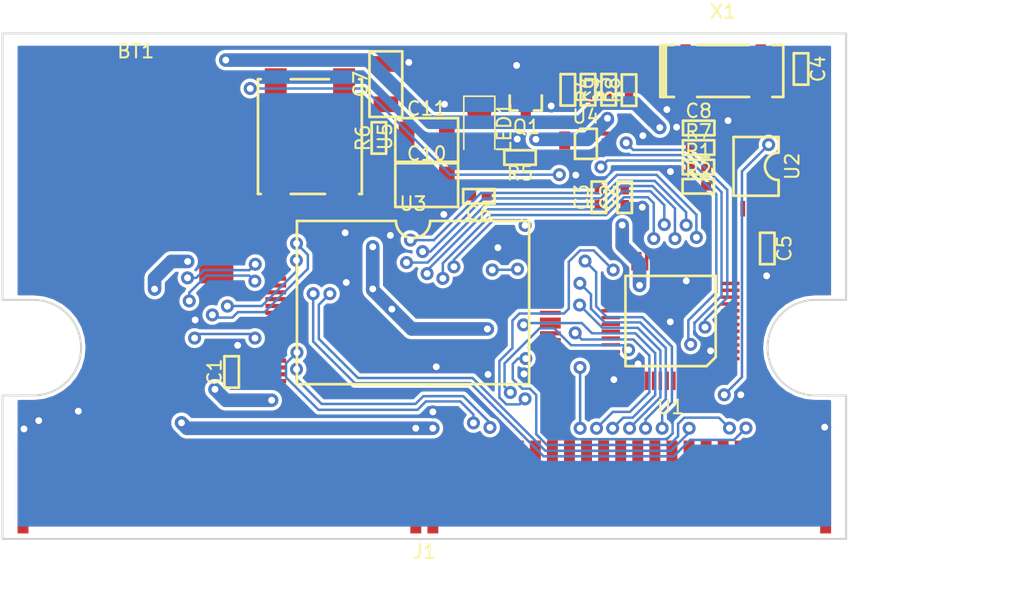
<source format=kicad_pcb>
(kicad_pcb (version 20171130) (host pcbnew "(5.1.9)-1")

  (general
    (thickness 1)
    (drawings 18)
    (tracks 351)
    (zones 0)
    (modules 29)
    (nets 76)
  )

  (page A)
  (title_block
    (title WSS-0001-T)
    (company "Eleven, Twenty-two")
    (comment 1 "MamaMitte Reproduction Cartridge")
  )

  (layers
    (0 F.Cu signal)
    (31 B.Cu signal)
    (32 B.Adhes user)
    (33 F.Adhes user)
    (34 B.Paste user)
    (35 F.Paste user)
    (36 B.SilkS user)
    (37 F.SilkS user)
    (38 B.Mask user)
    (39 F.Mask user)
    (40 Dwgs.User user)
    (41 Cmts.User user)
    (42 Eco1.User user)
    (43 Eco2.User user)
    (44 Edge.Cuts user)
    (45 Margin user)
    (46 B.CrtYd user)
    (47 F.CrtYd user)
    (48 B.Fab user)
    (49 F.Fab user)
  )

  (setup
    (last_trace_width 0.18)
    (trace_clearance 0.2)
    (zone_clearance 0.25)
    (zone_45_only yes)
    (trace_min 0.1)
    (via_size 0.95)
    (via_drill 0.5)
    (via_min_size 0.4)
    (via_min_drill 0.3)
    (uvia_size 0.3)
    (uvia_drill 0.1)
    (uvias_allowed no)
    (uvia_min_size 0.2)
    (uvia_min_drill 0.1)
    (edge_width 0.05)
    (segment_width 0.2)
    (pcb_text_width 0.3)
    (pcb_text_size 1.5 1.5)
    (mod_edge_width 0.12)
    (mod_text_size 1 1)
    (mod_text_width 0.15)
    (pad_size 1.524 1.524)
    (pad_drill 0.762)
    (pad_to_mask_clearance 0.15)
    (aux_axis_origin 0 0)
    (grid_origin 100 100)
    (visible_elements 7FFFFFFF)
    (pcbplotparams
      (layerselection 0x010fc_ffffffff)
      (usegerberextensions false)
      (usegerberattributes true)
      (usegerberadvancedattributes true)
      (creategerberjobfile true)
      (excludeedgelayer true)
      (linewidth 0.100000)
      (plotframeref false)
      (viasonmask false)
      (mode 1)
      (useauxorigin false)
      (hpglpennumber 1)
      (hpglpenspeed 20)
      (hpglpendiameter 15.000000)
      (psnegative false)
      (psa4output false)
      (plotreference true)
      (plotvalue true)
      (plotinvisibletext false)
      (padsonsilk false)
      (subtractmaskfromsilk false)
      (outputformat 1)
      (mirror false)
      (drillshape 1)
      (scaleselection 1)
      (outputdirectory ""))
  )

  (net 0 "")
  (net 1 +3V3)
  (net 2 GND)
  (net 3 "Net-(C4-Pad2)")
  (net 4 "/Real-Time Clock/VBAT")
  (net 5 "Net-(LED1-Pad1)")
  (net 6 "Net-(LED1-Pad2)")
  (net 7 RTCIO)
  (net 8 RTCS)
  (net 9 /Infrared/RX)
  (net 10 /Infrared/TX)
  (net 11 "Net-(Q1-Pad2)")
  (net 12 "Net-(C11-Pad1)")
  (net 13 "Net-(BT1-Pad1)")
  (net 14 IO0)
  (net 15 CLK)
  (net 16 CE)
  (net 17 WE)
  (net 18 OE)
  (net 19 SS)
  (net 20 SO)
  (net 21 RST)
  (net 22 A15)
  (net 23 A16)
  (net 24 A17)
  (net 25 A18)
  (net 26 A2)
  (net 27 A1)
  (net 28 A0)
  (net 29 A-1)
  (net 30 Q0)
  (net 31 Q1)
  (net 32 Q2)
  (net 33 Q3)
  (net 34 Q4)
  (net 35 Q5)
  (net 36 Q6)
  (net 37 Q7)
  (net 38 Q15)
  (net 39 /Memory/BYTE)
  (net 40 "Net-(U1-Pad21)")
  (net 41 /Memory/A19)
  (net 42 /Memory/A20)
  (net 43 /Memory/A21)
  (net 44 "Net-(U1-Pad12)")
  (net 45 "Net-(U1-Pad11)")
  (net 46 "Net-(U1-Pad10)")
  (net 47 RTCK)
  (net 48 IO1)
  (net 49 Q14)
  (net 50 Q13)
  (net 51 Q12)
  (net 52 Q11)
  (net 53 Q10)
  (net 54 Q9)
  (net 55 Q8)
  (net 56 A3)
  (net 57 A4)
  (net 58 A5)
  (net 59 A6)
  (net 60 A7)
  (net 61 "Net-(U3-Pad15)")
  (net 62 A8)
  (net 63 A9)
  (net 64 A10)
  (net 65 A11)
  (net 66 A12)
  (net 67 A13)
  (net 68 A14)
  (net 69 "Net-(C7-Pad1)")
  (net 70 "Net-(U2-Pad3)")
  (net 71 INT)
  (net 72 S0)
  (net 73 "Net-(U4-Pad7)")
  (net 74 "Net-(X1-Pad3)")
  (net 75 "Net-(X1-Pad2)")

  (net_class Default "This is the default net class."
    (clearance 0.2)
    (trace_width 0.18)
    (via_dia 0.95)
    (via_drill 0.5)
    (uvia_dia 0.3)
    (uvia_drill 0.1)
    (add_net /Infrared/RX)
    (add_net /Infrared/TX)
    (add_net /Memory/A19)
    (add_net /Memory/A20)
    (add_net /Memory/A21)
    (add_net /Memory/BYTE)
    (add_net A-1)
    (add_net A0)
    (add_net A1)
    (add_net A10)
    (add_net A11)
    (add_net A12)
    (add_net A13)
    (add_net A14)
    (add_net A15)
    (add_net A16)
    (add_net A17)
    (add_net A18)
    (add_net A2)
    (add_net A3)
    (add_net A4)
    (add_net A5)
    (add_net A6)
    (add_net A7)
    (add_net A8)
    (add_net A9)
    (add_net CE)
    (add_net CLK)
    (add_net GND)
    (add_net INT)
    (add_net IO0)
    (add_net IO1)
    (add_net "Net-(BT1-Pad1)")
    (add_net "Net-(C11-Pad1)")
    (add_net "Net-(C4-Pad2)")
    (add_net "Net-(C7-Pad1)")
    (add_net "Net-(LED1-Pad1)")
    (add_net "Net-(LED1-Pad2)")
    (add_net "Net-(Q1-Pad2)")
    (add_net "Net-(U1-Pad10)")
    (add_net "Net-(U1-Pad11)")
    (add_net "Net-(U1-Pad12)")
    (add_net "Net-(U1-Pad21)")
    (add_net "Net-(U2-Pad3)")
    (add_net "Net-(U3-Pad15)")
    (add_net "Net-(U4-Pad7)")
    (add_net "Net-(X1-Pad2)")
    (add_net "Net-(X1-Pad3)")
    (add_net OE)
    (add_net Q0)
    (add_net Q1)
    (add_net Q10)
    (add_net Q11)
    (add_net Q12)
    (add_net Q13)
    (add_net Q14)
    (add_net Q15)
    (add_net Q2)
    (add_net Q3)
    (add_net Q4)
    (add_net Q5)
    (add_net Q6)
    (add_net Q7)
    (add_net Q8)
    (add_net Q9)
    (add_net RST)
    (add_net RTCIO)
    (add_net RTCK)
    (add_net RTCS)
    (add_net S0)
    (add_net SO)
    (add_net SS)
    (add_net WE)
  )

  (net_class Power ""
    (clearance 0.2)
    (trace_width 1)
    (via_dia 0.95)
    (via_drill 0.5)
    (uvia_dia 0.3)
    (uvia_drill 0.1)
    (add_net +3V3)
    (add_net "/Real-Time Clock/VBAT")
  )

  (module MamaMitte:BatteryHolder_3N1_CR1616 (layer F.Cu) (tedit 6081FEEC) (tstamp 60826C94)
    (at 109.75 75.5)
    (descr "3-in-1 CR1616")
    (tags CR1616)
    (path /6088DF55/60A62298)
    (fp_text reference BT1 (at 0 -11.2) (layer F.SilkS)
      (effects (font (size 1 1) (thickness 0.15)))
    )
    (fp_text value CR1616 (at 0 11.2) (layer F.Fab)
      (effects (font (size 1 1) (thickness 0.15)))
    )
    (fp_text user %R (at 0 0) (layer F.Fab)
      (effects (font (size 1 1) (thickness 0.15)))
    )
    (fp_line (start -8.4 -12.2) (end -8.4 12.2) (layer F.CrtYd) (width 0.05))
    (fp_line (start -8.4 12.2) (end 9 12.2) (layer F.CrtYd) (width 0.05))
    (fp_line (start 9 12.2) (end 9 -12.2) (layer F.CrtYd) (width 0.05))
    (fp_line (start 9 -12.2) (end -8.4 -12.2) (layer F.CrtYd) (width 0.05))
    (pad 2 smd rect (at -6.3 -1.95) (size 2.5 3.2) (layers F.Cu F.Paste F.Mask)
      (net 2 GND))
    (pad 1 smd rect (at 5.9 4.8) (size 2.5 2) (layers F.Cu F.Paste F.Mask)
      (net 13 "Net-(BT1-Pad1)"))
    (pad 1 smd rect (at 5.9 -8.6) (size 2.5 2) (layers F.Cu F.Paste F.Mask)
      (net 13 "Net-(BT1-Pad1)"))
    (pad 1 smd rect (at -2.25 6.72) (size 2.1 2) (layers F.Cu F.Paste F.Mask)
      (net 13 "Net-(BT1-Pad1)"))
    (pad 1 smd rect (at -2.25 -8.25) (size 2.1 2) (layers F.Cu F.Paste F.Mask)
      (net 13 "Net-(BT1-Pad1)"))
    (pad 2 smd rect (at 7.2 -0.8) (size 2 3) (layers F.Cu F.Paste F.Mask)
      (net 2 GND))
    (pad 1 smd rect (at 0 10.55) (size 4 2) (layers F.Cu F.Paste F.Mask)
      (net 13 "Net-(BT1-Pad1)"))
    (pad 2 smd rect (at 0 -10.55) (size 2.7 2) (layers F.Cu F.Paste F.Mask)
      (net 2 GND))
  )

  (module MamaMitte:LQFP-48_7x7mm_P0.5mm (layer F.Cu) (tedit 6081B56F) (tstamp 607F3E82)
    (at 148.9 84.05 180)
    (descr "LQFP, 48 Pin")
    (tags "LQFP QFP")
    (path /6086FA5B/6090882E)
    (attr smd)
    (fp_text reference U1 (at 0 -6.3) (layer F.SilkS)
      (effects (font (size 1 1) (thickness 0.15)))
    )
    (fp_text value BANDAI2003 (at 0 6.25) (layer F.Fab)
      (effects (font (size 1 1) (thickness 0.15)))
    )
    (fp_text user %R (at 0 0) (layer F.Fab)
      (effects (font (size 1 1) (thickness 0.15)))
    )
    (fp_line (start -5.5 5.5) (end 5.5 5.5) (layer F.CrtYd) (width 0.05))
    (fp_line (start -5.5 -5.5) (end 5.5 -5.5) (layer F.CrtYd) (width 0.05))
    (fp_line (start 5.5 -5.5) (end 5.5 5.5) (layer F.CrtYd) (width 0.05))
    (fp_line (start -5.5 -5.5) (end -5.5 5.5) (layer F.CrtYd) (width 0.05))
    (fp_line (start -3.5 -2.725) (end -2.725 -3.5) (layer F.Fab) (width 0.15))
    (fp_line (start -3.5 3.5) (end -3.5 -2.725) (layer F.Fab) (width 0.15))
    (fp_line (start 3.5 3.5) (end -3.5 3.5) (layer F.Fab) (width 0.15))
    (fp_line (start 3.5 -3.5) (end 3.5 3.5) (layer F.Fab) (width 0.15))
    (fp_line (start -2.725 -3.5) (end 3.5 -3.5) (layer F.Fab) (width 0.15))
    (fp_line (start -2.6416 -3.302) (end 3.302 -3.302) (layer F.SilkS) (width 0.2))
    (fp_line (start 3.302 -3.302) (end 3.302 3.302) (layer F.SilkS) (width 0.2))
    (fp_line (start 3.302 3.302) (end -3.302 3.302) (layer F.SilkS) (width 0.2))
    (fp_line (start -3.302 3.302) (end -3.302 -2.6416) (layer F.SilkS) (width 0.2))
    (fp_line (start -3.302 -2.6416) (end -2.6416 -3.302) (layer F.SilkS) (width 0.2))
    (pad 1 smd rect (at -4.375 -2.75 180) (size 1.35 0.25) (layers F.Cu F.Paste F.Mask)
      (net 2 GND))
    (pad 2 smd rect (at -4.375 -2.25 180) (size 1.35 0.25) (layers F.Cu F.Paste F.Mask)
      (net 2 GND))
    (pad 3 smd rect (at -4.375 -1.75 180) (size 1.35 0.25) (layers F.Cu F.Paste F.Mask)
      (net 2 GND))
    (pad 4 smd rect (at -4.375 -1.25 180) (size 1.35 0.25) (layers F.Cu F.Paste F.Mask)
      (net 48 IO1))
    (pad 5 smd rect (at -4.375 -0.75 180) (size 1.35 0.25) (layers F.Cu F.Paste F.Mask)
      (net 14 IO0))
    (pad 6 smd rect (at -4.375 -0.25 180) (size 1.35 0.25) (layers F.Cu F.Paste F.Mask)
      (net 2 GND))
    (pad 7 smd rect (at -4.375 0.25 180) (size 1.35 0.25) (layers F.Cu F.Paste F.Mask)
      (net 7 RTCIO))
    (pad 8 smd rect (at -4.375 0.75 180) (size 1.35 0.25) (layers F.Cu F.Paste F.Mask)
      (net 47 RTCK))
    (pad 9 smd rect (at -4.375 1.25 180) (size 1.35 0.25) (layers F.Cu F.Paste F.Mask)
      (net 8 RTCS))
    (pad 10 smd rect (at -4.375 1.75 180) (size 1.35 0.25) (layers F.Cu F.Paste F.Mask)
      (net 46 "Net-(U1-Pad10)"))
    (pad 11 smd rect (at -4.375 2.25 180) (size 1.35 0.25) (layers F.Cu F.Paste F.Mask)
      (net 45 "Net-(U1-Pad11)"))
    (pad 12 smd rect (at -4.375 2.75 180) (size 1.35 0.25) (layers F.Cu F.Paste F.Mask)
      (net 44 "Net-(U1-Pad12)"))
    (pad 13 smd rect (at -2.75 4.375 270) (size 1.35 0.25) (layers F.Cu F.Paste F.Mask)
      (net 43 /Memory/A21))
    (pad 14 smd rect (at -2.25 4.375 270) (size 1.35 0.25) (layers F.Cu F.Paste F.Mask)
      (net 23 A16))
    (pad 15 smd rect (at -1.75 4.375 270) (size 1.35 0.25) (layers F.Cu F.Paste F.Mask)
      (net 22 A15))
    (pad 16 smd rect (at -1.25 4.375 270) (size 1.35 0.25) (layers F.Cu F.Paste F.Mask)
      (net 2 GND))
    (pad 17 smd rect (at -0.75 4.375 270) (size 1.35 0.25) (layers F.Cu F.Paste F.Mask)
      (net 42 /Memory/A20))
    (pad 18 smd rect (at -0.25 4.375 270) (size 1.35 0.25) (layers F.Cu F.Paste F.Mask)
      (net 41 /Memory/A19))
    (pad 19 smd rect (at 0.25 4.375 270) (size 1.35 0.25) (layers F.Cu F.Paste F.Mask)
      (net 25 A18))
    (pad 20 smd rect (at 0.75 4.375 270) (size 1.35 0.25) (layers F.Cu F.Paste F.Mask)
      (net 24 A17))
    (pad 21 smd rect (at 1.25 4.375 270) (size 1.35 0.25) (layers F.Cu F.Paste F.Mask)
      (net 40 "Net-(U1-Pad21)"))
    (pad 22 smd rect (at 1.75 4.375 270) (size 1.35 0.25) (layers F.Cu F.Paste F.Mask)
      (net 16 CE))
    (pad 23 smd rect (at 2.25 4.375 270) (size 1.35 0.25) (layers F.Cu F.Paste F.Mask)
      (net 39 /Memory/BYTE))
    (pad 24 smd rect (at 2.75 4.375 270) (size 1.35 0.25) (layers F.Cu F.Paste F.Mask)
      (net 38 Q15))
    (pad 25 smd rect (at 4.375 2.75 180) (size 1.35 0.25) (layers F.Cu F.Paste F.Mask)
      (net 37 Q7))
    (pad 26 smd rect (at 4.375 2.25 180) (size 1.35 0.25) (layers F.Cu F.Paste F.Mask)
      (net 36 Q6))
    (pad 27 smd rect (at 4.375 1.75 180) (size 1.35 0.25) (layers F.Cu F.Paste F.Mask)
      (net 35 Q5))
    (pad 28 smd rect (at 4.375 1.25 180) (size 1.35 0.25) (layers F.Cu F.Paste F.Mask)
      (net 34 Q4))
    (pad 29 smd rect (at 4.375 0.75 180) (size 1.35 0.25) (layers F.Cu F.Paste F.Mask)
      (net 33 Q3))
    (pad 30 smd rect (at 4.375 0.25 180) (size 1.35 0.25) (layers F.Cu F.Paste F.Mask)
      (net 1 +3V3))
    (pad 31 smd rect (at 4.375 -0.25 180) (size 1.35 0.25) (layers F.Cu F.Paste F.Mask)
      (net 32 Q2))
    (pad 32 smd rect (at 4.375 -0.75 180) (size 1.35 0.25) (layers F.Cu F.Paste F.Mask)
      (net 31 Q1))
    (pad 33 smd rect (at 4.375 -1.25 180) (size 1.35 0.25) (layers F.Cu F.Paste F.Mask)
      (net 30 Q0))
    (pad 34 smd rect (at 4.375 -1.75 180) (size 1.35 0.25) (layers F.Cu F.Paste F.Mask)
      (net 29 A-1))
    (pad 35 smd rect (at 4.375 -2.25 180) (size 1.35 0.25) (layers F.Cu F.Paste F.Mask)
      (net 28 A0))
    (pad 36 smd rect (at 4.375 -2.75 180) (size 1.35 0.25) (layers F.Cu F.Paste F.Mask)
      (net 27 A1))
    (pad 37 smd rect (at 2.75 -4.375 270) (size 1.35 0.25) (layers F.Cu F.Paste F.Mask)
      (net 26 A2))
    (pad 38 smd rect (at 2.25 -4.375 270) (size 1.35 0.25) (layers F.Cu F.Paste F.Mask)
      (net 25 A18))
    (pad 39 smd rect (at 1.75 -4.375 270) (size 1.35 0.25) (layers F.Cu F.Paste F.Mask)
      (net 24 A17))
    (pad 40 smd rect (at 1.25 -4.375 270) (size 1.35 0.25) (layers F.Cu F.Paste F.Mask)
      (net 23 A16))
    (pad 41 smd rect (at 0.75 -4.375 270) (size 1.35 0.25) (layers F.Cu F.Paste F.Mask)
      (net 22 A15))
    (pad 42 smd rect (at 0.25 -4.375 270) (size 1.35 0.25) (layers F.Cu F.Paste F.Mask)
      (net 21 RST))
    (pad 43 smd rect (at -0.25 -4.375 270) (size 1.35 0.25) (layers F.Cu F.Paste F.Mask)
      (net 20 SO))
    (pad 44 smd rect (at -0.75 -4.375 270) (size 1.35 0.25) (layers F.Cu F.Paste F.Mask)
      (net 19 SS))
    (pad 45 smd rect (at -1.25 -4.375 270) (size 1.35 0.25) (layers F.Cu F.Paste F.Mask)
      (net 18 OE))
    (pad 46 smd rect (at -1.75 -4.375 270) (size 1.35 0.25) (layers F.Cu F.Paste F.Mask)
      (net 17 WE))
    (pad 47 smd rect (at -2.25 -4.375 270) (size 1.35 0.25) (layers F.Cu F.Paste F.Mask)
      (net 16 CE))
    (pad 48 smd rect (at -2.75 -4.375 270) (size 1.35 0.25) (layers F.Cu F.Paste F.Mask)
      (net 15 CLK))
    (model ${KISYS3DMOD}/Package_QFP.3dshapes/LQFP-48_7x7mm_P0.5mm.wrl
      (at (xyz 0 0 0))
      (scale (xyz 1 1 1))
      (rotate (xyz 0 0 0))
    )
  )

  (module MamaMitte:Vishay_TFMM5xx0 (layer F.Cu) (tedit 6082184B) (tstamp 60821670)
    (at 122.5 70.55 270)
    (descr "Vishay TFMM5xx0")
    (tags TFMM5xx0)
    (path /6088E26C/60CC3C52)
    (fp_text reference U5 (at 0 -5.5 90) (layer F.SilkS)
      (effects (font (size 1 1) (thickness 0.15)))
    )
    (fp_text value TFMM53xx (at 0 5.5 90) (layer F.Fab)
      (effects (font (size 1 1) (thickness 0.15)))
    )
    (fp_text user %R (at 0 0 90) (layer F.Fab)
      (effects (font (size 1 1) (thickness 0.15)))
    )
    (fp_line (start 5.5 -4.3) (end -5.5 -4.3) (layer F.CrtYd) (width 0.05))
    (fp_line (start 5.5 4.3) (end 5.5 -4.3) (layer F.CrtYd) (width 0.05))
    (fp_line (start -5.5 4.3) (end 5.5 4.3) (layer F.CrtYd) (width 0.05))
    (fp_line (start -5.5 -4.3) (end -5.5 4.3) (layer F.CrtYd) (width 0.05))
    (fp_line (start 4.05 3.85) (end 4.05 -3.85) (layer F.Fab) (width 0.12))
    (fp_line (start -4.05 -3.85) (end -4.05 3.85) (layer F.Fab) (width 0.12))
    (fp_line (start -4.05 3.85) (end 4.05 3.85) (layer F.Fab) (width 0.12))
    (fp_line (start 4.05 -3.85) (end -4.05 -3.85) (layer F.Fab) (width 0.12))
    (fp_line (start 4.2 -3.8) (end -4.2 -3.8) (layer F.SilkS) (width 0.2))
    (fp_line (start 4.2 -3.6) (end 4.2 -3.8) (layer F.SilkS) (width 0.2))
    (fp_line (start -4.2 -3.8) (end -4.2 -3.6) (layer F.SilkS) (width 0.2))
    (fp_line (start -4.2 -1.4) (end -4.2 1.4) (layer F.SilkS) (width 0.2))
    (fp_line (start 4.2 1.4) (end 4.2 -1.1) (layer F.SilkS) (width 0.2))
    (fp_line (start -4.2 3.8) (end 4.2 3.8) (layer F.SilkS) (width 0.2))
    (fp_line (start -4.2 3.6) (end -4.2 3.8) (layer F.SilkS) (width 0.2))
    (fp_line (start 4.2 3.8) (end 4.2 3.6) (layer F.SilkS) (width 0.2))
    (pad 4 smd rect (at 3.9 2.5 270) (size 2.2 1.6) (layers F.Cu F.Paste F.Mask))
    (pad 3 smd rect (at -3.9 2.5 270) (size 2.2 1.6) (layers F.Cu F.Paste F.Mask)
      (net 9 /Infrared/RX))
    (pad 2 smd rect (at -3.9 -2.5 270) (size 2.2 1.6) (layers F.Cu F.Paste F.Mask)
      (net 12 "Net-(C11-Pad1)"))
    (pad 1 smd rect (at 4 -2.4 270) (size 2.4 1.8) (layers F.Cu F.Paste F.Mask)
      (net 2 GND))
  )

  (module MamaMitte:Oscillator_SMD_SeikoEpson_SPT2AF-4Pin_8.7x3.7mm (layer F.Cu) (tedit 6085BB61) (tstamp 607FEE53)
    (at 152.75 65.75)
    (descr "SMD Crystal Oscillator Seiko Epson SP-T2A-F")
    (tags "SMD SMT crystal oscillator")
    (path /6088DF55/607ED854)
    (attr smd)
    (fp_text reference X1 (at 0 -4.35) (layer F.SilkS)
      (effects (font (size 1 1) (thickness 0.15)))
    )
    (fp_text value SPT2AF-6PF20PPM (at 0 4.35) (layer F.Fab)
      (effects (font (size 1 1) (thickness 0.15)))
    )
    (fp_arc (start -4.35 0) (end -4.35 -0.5) (angle 180) (layer F.Fab) (width 0.1))
    (fp_text user %R (at 0 0) (layer F.Fab)
      (effects (font (size 1 1) (thickness 0.15)))
    )
    (fp_line (start -4.6 1.9) (end -4.6 -1.9) (layer F.SilkS) (width 0.2))
    (fp_line (start 4.9 -2.4) (end -4.9 -2.4) (layer F.CrtYd) (width 0.05))
    (fp_line (start 4.9 2.4) (end 4.9 -2.4) (layer F.CrtYd) (width 0.05))
    (fp_line (start -4.9 2.4) (end 4.9 2.4) (layer F.CrtYd) (width 0.05))
    (fp_line (start -4.9 -2.4) (end -4.9 2.4) (layer F.CrtYd) (width 0.05))
    (fp_line (start 1.9 1.9) (end -1.9 1.9) (layer F.SilkS) (width 0.2))
    (fp_line (start -4.6 1.9) (end -3.6 1.9) (layer F.SilkS) (width 0.2))
    (fp_line (start -4.6 -1.9) (end -3.6 -1.9) (layer F.SilkS) (width 0.2))
    (fp_line (start -4.4 1.9) (end -4.4 -1.9) (layer F.SilkS) (width 0.2))
    (fp_line (start -1.9 -1.9) (end 1.9 -1.9) (layer F.SilkS) (width 0.2))
    (fp_line (start 4.4 1.9) (end 3.6 1.9) (layer F.SilkS) (width 0.2))
    (fp_line (start 4.4 -1.9) (end 4.4 1.9) (layer F.SilkS) (width 0.2))
    (fp_line (start 3.6 -1.9) (end 4.4 -1.9) (layer F.SilkS) (width 0.2))
    (fp_line (start -4.35 1.85) (end -4.35 0.5) (layer F.Fab) (width 0.1))
    (fp_line (start 4.35 1.85) (end -4.35 1.85) (layer F.Fab) (width 0.1))
    (fp_line (start 4.35 -1.85) (end 4.35 1.85) (layer F.Fab) (width 0.1))
    (fp_line (start -4.35 -1.85) (end 4.35 -1.85) (layer F.Fab) (width 0.1))
    (fp_line (start -4.35 -0.5) (end -4.35 -1.85) (layer F.Fab) (width 0.1))
    (fp_line (start -4.2 1.9) (end -4.2 -1.9) (layer F.SilkS) (width 0.2))
    (pad 4 smd rect (at -2.75 -1.2) (size 0.75 1.5) (layers F.Cu F.Paste F.Mask)
      (net 3 "Net-(C4-Pad2)"))
    (pad 3 smd rect (at 2.75 -1.2) (size 0.75 1.5) (layers F.Cu F.Paste F.Mask)
      (net 74 "Net-(X1-Pad3)"))
    (pad 2 smd rect (at 2.75 1.2) (size 0.75 1.5) (layers F.Cu F.Paste F.Mask)
      (net 75 "Net-(X1-Pad2)"))
    (pad 1 smd rect (at -2.75 1.2) (size 0.75 1.5) (layers F.Cu F.Paste F.Mask)
      (net 70 "Net-(U2-Pad3)"))
    (model ${KIPRJMOD}/MamaMitte.3dshapes/Oscillator_SMD_SeikoEpson_SPT2AF.wrl
      (at (xyz 0 0 0))
      (scale (xyz 1 1 1))
      (rotate (xyz 0 0 0))
    )
  )

  (module MamaMitte:WSCE-48_P1.25mm (layer F.Cu) (tedit 6080D806) (tstamp 60819ECB)
    (at 130.875 96.2)
    (descr "WSCE, 48 Pin")
    (tags WSCE)
    (path /6083CE80)
    (fp_text reference J1 (at 0 4.725) (layer F.SilkS)
      (effects (font (size 1 1) (thickness 0.15)))
    )
    (fp_text value WSCART (at 0 6.075) (layer F.Fab)
      (effects (font (size 1 1) (thickness 0.15)))
    )
    (fp_text user %R (at 0 0) (layer F.Fab)
      (effects (font (size 1 1) (thickness 0.15)))
    )
    (fp_line (start -31 3.8) (end 31 3.8) (layer F.Fab) (width 0.12))
    (fp_line (start -30.25 4) (end -30.25 -4) (layer F.CrtYd) (width 0.05))
    (fp_line (start 30.25 -4) (end 30.25 4) (layer F.CrtYd) (width 0.05))
    (fp_line (start -30.25 4) (end 30.25 4) (layer F.CrtYd) (width 0.05))
    (fp_line (start -30.25 -4) (end 30.25 -4) (layer F.CrtYd) (width 0.05))
    (fp_line (start -31 -6.7) (end -31 3.8) (layer F.Fab) (width 0.12))
    (fp_line (start 31 3.8) (end 31 -6.7) (layer F.Fab) (width 0.12))
    (pad 1 smd rect (at -29.375 0) (size 0.8 6.8) (layers F.Cu F.Mask)
      (net 2 GND))
    (pad 2 smd rect (at -28.125 -0.3) (size 0.8 6.2) (layers F.Cu F.Mask)
      (net 68 A14))
    (pad 3 smd rect (at -26.875 -0.3) (size 0.8 6.2) (layers F.Cu F.Mask)
      (net 63 A9))
    (pad 4 smd rect (at -25.625 -0.3) (size 0.8 6.2) (layers F.Cu F.Mask)
      (net 64 A10))
    (pad 5 smd rect (at -24.375 -0.3) (size 0.8 6.2) (layers F.Cu F.Mask)
      (net 62 A8))
    (pad 6 smd rect (at -23.125 -0.3) (size 0.8 6.2) (layers F.Cu F.Mask)
      (net 60 A7))
    (pad 7 smd rect (at -21.875 -0.3) (size 0.8 6.2) (layers F.Cu F.Mask)
      (net 66 A12))
    (pad 8 smd rect (at -20.625 -0.3) (size 0.8 6.2) (layers F.Cu F.Mask)
      (net 67 A13))
    (pad 9 smd rect (at -19.375 -0.3) (size 0.8 6.2) (layers F.Cu F.Mask)
      (net 65 A11))
    (pad 10 smd rect (at -18.125 -0.3) (size 0.8 6.2) (layers F.Cu F.Mask)
      (net 59 A6))
    (pad 11 smd rect (at -16.875 -0.3) (size 0.8 6.2) (layers F.Cu F.Mask)
      (net 58 A5))
    (pad 12 smd rect (at -15.625 -0.3) (size 0.8 6.2) (layers F.Cu F.Mask)
      (net 57 A4))
    (pad 13 smd rect (at -14.375 -0.3) (size 0.8 6.2) (layers F.Cu F.Mask)
      (net 56 A3))
    (pad 14 smd rect (at -13.125 -0.3) (size 0.8 6.2) (layers F.Cu F.Mask)
      (net 38 Q15))
    (pad 15 smd rect (at -11.875 -0.3) (size 0.8 6.2) (layers F.Cu F.Mask)
      (net 49 Q14))
    (pad 16 smd rect (at -10.625 -0.3) (size 0.8 6.2) (layers F.Cu F.Mask)
      (net 37 Q7))
    (pad 17 smd rect (at -9.375 -0.3) (size 0.8 6.2) (layers F.Cu F.Mask)
      (net 36 Q6))
    (pad 18 smd rect (at -8.125 -0.3) (size 0.8 6.2) (layers F.Cu F.Mask)
      (net 35 Q5))
    (pad 19 smd rect (at -6.875 -0.3) (size 0.8 6.2) (layers F.Cu F.Mask)
      (net 34 Q4))
    (pad 20 smd rect (at -5.625 -0.3) (size 0.8 6.2) (layers F.Cu F.Mask)
      (net 33 Q3))
    (pad 21 smd rect (at -4.375 -0.3) (size 0.8 6.2) (layers F.Cu F.Mask)
      (net 32 Q2))
    (pad 22 smd rect (at -3.125 -0.3) (size 0.8 6.2) (layers F.Cu F.Mask)
      (net 31 Q1))
    (pad 23 smd rect (at -1.875 -0.3) (size 0.8 6.2) (layers F.Cu F.Mask)
      (net 30 Q0))
    (pad 24 smd rect (at -0.625 0) (size 0.8 6.8) (layers F.Cu F.Mask)
      (net 1 +3V3))
    (pad 25 smd rect (at 0.625 0) (size 0.8 6.8) (layers F.Cu F.Mask)
      (net 1 +3V3))
    (pad 26 smd rect (at 1.875 -0.3) (size 0.8 6.2) (layers F.Cu F.Mask)
      (net 29 A-1))
    (pad 27 smd rect (at 3.125 -0.3) (size 0.8 6.2) (layers F.Cu F.Mask)
      (net 28 A0))
    (pad 28 smd rect (at 4.375 -0.3) (size 0.8 6.2) (layers F.Cu F.Mask)
      (net 27 A1))
    (pad 29 smd rect (at 5.625 -0.3) (size 0.8 6.2) (layers F.Cu F.Mask)
      (net 26 A2))
    (pad 30 smd rect (at 6.875 -0.3) (size 0.8 6.2) (layers F.Cu F.Mask)
      (net 25 A18))
    (pad 31 smd rect (at 8.125 -0.3) (size 0.8 6.2) (layers F.Cu F.Mask)
      (net 24 A17))
    (pad 32 smd rect (at 9.375 -0.3) (size 0.8 6.2) (layers F.Cu F.Mask)
      (net 23 A16))
    (pad 33 smd rect (at 10.625 -0.3) (size 0.8 6.2) (layers F.Cu F.Mask)
      (net 22 A15))
    (pad 34 smd rect (at 11.875 -0.3) (size 0.8 6.2) (layers F.Cu F.Mask)
      (net 55 Q8))
    (pad 35 smd rect (at 13.125 -0.3) (size 0.8 6.2) (layers F.Cu F.Mask)
      (net 54 Q9))
    (pad 36 smd rect (at 14.375 -0.3) (size 0.8 6.2) (layers F.Cu F.Mask)
      (net 53 Q10))
    (pad 37 smd rect (at 15.625 -0.3) (size 0.8 6.2) (layers F.Cu F.Mask)
      (net 52 Q11))
    (pad 38 smd rect (at 16.875 -0.3) (size 0.8 6.2) (layers F.Cu F.Mask)
      (net 51 Q12))
    (pad 39 smd rect (at 18.125 -0.3) (size 0.8 6.2) (layers F.Cu F.Mask)
      (net 50 Q13))
    (pad 40 smd rect (at 19.375 -0.3) (size 0.8 6.2) (layers F.Cu F.Mask)
      (net 21 RST))
    (pad 41 smd rect (at 20.625 -0.3) (size 0.8 6.2) (layers F.Cu F.Mask)
      (net 72 S0))
    (pad 42 smd rect (at 21.875 -0.3) (size 0.8 6.2) (layers F.Cu F.Mask)
      (net 19 SS))
    (pad 43 smd rect (at 23.125 -0.3) (size 0.8 6.2) (layers F.Cu F.Mask)
      (net 18 OE))
    (pad 44 smd rect (at 24.375 -0.3) (size 0.8 6.2) (layers F.Cu F.Mask)
      (net 17 WE))
    (pad 45 smd rect (at 25.625 -0.3) (size 0.8 6.2) (layers F.Cu F.Mask)
      (net 16 CE))
    (pad 46 smd rect (at 26.875 -0.3) (size 0.8 6.2) (layers F.Cu F.Mask)
      (net 71 INT))
    (pad 47 smd rect (at 28.125 -0.3) (size 0.8 6.2) (layers F.Cu F.Mask)
      (net 15 CLK))
    (pad 48 smd rect (at 29.375 0) (size 0.8 6.8) (layers F.Cu F.Mask)
      (net 2 GND))
    (pad 0 smd rect (at -29.375 0) (size 0 0) (layers F.Cu F.Paste F.Mask)
      (net 2 GND))
    (pad 0 smd rect (at 29.375 0) (size 0 0) (layers F.Cu F.Paste F.Mask)
      (net 2 GND))
  )

  (module MamaMitte:SOT-323_SC-70 (layer F.Cu) (tedit 60808BE6) (tstamp 607F6A5D)
    (at 138.3 67.89 180)
    (descr "SOT-323, SC-70")
    (tags "SOT-323 SC-70")
    (path /6088E26C/60AF9C91)
    (attr smd)
    (fp_text reference Q1 (at -0.05 -1.95) (layer F.SilkS)
      (effects (font (size 1 1) (thickness 0.15)))
    )
    (fp_text value 2SC4097 (at -0.05 2.05) (layer F.Fab)
      (effects (font (size 1 1) (thickness 0.15)))
    )
    (fp_text user %R (at 0 0 90) (layer F.Fab)
      (effects (font (size 0.5 0.5) (thickness 0.075)))
    )
    (fp_line (start -1.1 0.18) (end -0.6 0.68) (layer F.Fab) (width 0.1))
    (fp_line (start 1.1 -0.67) (end 1.1 0.68) (layer F.Fab) (width 0.1))
    (fp_line (start -1.1 -0.67) (end 1.1 -0.67) (layer F.Fab) (width 0.1))
    (fp_line (start -0.6 0.68) (end 1.1 0.68) (layer F.Fab) (width 0.1))
    (fp_line (start -1.1 -0.67) (end -1.1 0.18) (layer F.Fab) (width 0.1))
    (fp_line (start 1.175 0.35) (end 1.175 -0.75) (layer F.SilkS) (width 0.2))
    (fp_line (start -1.175 -0.75) (end -1.175 0.35) (layer F.SilkS) (width 0.2))
    (fp_line (start 1.4 1.7) (end -1.4 1.7) (layer F.CrtYd) (width 0.05))
    (fp_line (start -1.4 1.7) (end -1.4 -1.9) (layer F.CrtYd) (width 0.05))
    (fp_line (start -1.4 -1.9) (end 1.4 -1.9) (layer F.CrtYd) (width 0.05))
    (fp_line (start 1.4 -1.9) (end 1.4 1.7) (layer F.CrtYd) (width 0.05))
    (fp_line (start -1.175 -0.75) (end -0.6 -0.75) (layer F.SilkS) (width 0.2))
    (fp_line (start 0.6 -0.75) (end 1.175 -0.75) (layer F.SilkS) (width 0.2))
    (pad 3 smd rect (at 0 -1.1 180) (size 0.75 0.9) (layers F.Cu F.Paste F.Mask)
      (net 5 "Net-(LED1-Pad1)"))
    (pad 1 smd rect (at 0.65 1 180) (size 0.75 0.8) (layers F.Cu F.Paste F.Mask)
      (net 2 GND))
    (pad 2 smd rect (at -0.65 1 180) (size 0.75 0.8) (layers F.Cu F.Paste F.Mask)
      (net 11 "Net-(Q1-Pad2)"))
    (model ${KISYS3DMOD}/Package_TO_SOT_SMD.3dshapes/SOT-323_SC-70.wrl
      (at (xyz 0 0 0))
      (scale (xyz 1 1 1))
      (rotate (xyz 0 0 -90))
    )
  )

  (module MamaMitte:C_1210_3225Metric (layer F.Cu) (tedit 607F8BA4) (tstamp 607F9C1D)
    (at 131.05 74.1)
    (descr "Capacitor SMD 1210 (3225 Metric)")
    (tags capacitor)
    (path /6088E26C/60ABD22D)
    (attr smd)
    (fp_text reference C10 (at 0 -2.3) (layer F.SilkS)
      (effects (font (size 1 1) (thickness 0.15)))
    )
    (fp_text value C106 (at 0 2.3) (layer F.Fab)
      (effects (font (size 1 1) (thickness 0.15)))
    )
    (fp_text user %R (at 0 0) (layer F.Fab)
      (effects (font (size 0.8 0.8) (thickness 0.12)))
    )
    (fp_line (start 2.3 1.6) (end -2.3 1.6) (layer F.CrtYd) (width 0.05))
    (fp_line (start 2.3 -1.6) (end 2.3 1.6) (layer F.CrtYd) (width 0.05))
    (fp_line (start -2.3 -1.6) (end 2.3 -1.6) (layer F.CrtYd) (width 0.05))
    (fp_line (start -2.3 1.6) (end -2.3 -1.6) (layer F.CrtYd) (width 0.05))
    (fp_line (start -2.3 1.6) (end 2.3 1.6) (layer F.SilkS) (width 0.2))
    (fp_line (start 2.3 -1.6) (end -2.3 -1.6) (layer F.SilkS) (width 0.2))
    (fp_line (start 1.6 1.25) (end -1.6 1.25) (layer F.Fab) (width 0.1))
    (fp_line (start 1.6 -1.25) (end 1.6 1.25) (layer F.Fab) (width 0.1))
    (fp_line (start -1.6 -1.25) (end 1.6 -1.25) (layer F.Fab) (width 0.1))
    (fp_line (start -1.6 1.25) (end -1.6 -1.25) (layer F.Fab) (width 0.1))
    (fp_line (start -2.3 -1.6) (end -2.3 1.6) (layer F.SilkS) (width 0.2))
    (fp_line (start 2.3 1.6) (end 2.3 -1.6) (layer F.SilkS) (width 0.2))
    (pad 2 smd rect (at 1.475 0) (size 1.15 2.7) (layers F.Cu F.Paste F.Mask)
      (net 2 GND))
    (pad 1 smd rect (at -1.475 0) (size 1.15 2.7) (layers F.Cu F.Paste F.Mask)
      (net 1 +3V3))
    (model ${KISYS3DMOD}/Capacitor_SMD.3dshapes/C_1210_3225Metric.wrl
      (at (xyz 0 0 0))
      (scale (xyz 1 1 1))
      (rotate (xyz 0 0 0))
    )
  )

  (module MamaMitte:TSOP-I-48_18.4x12mm_P0.5mm (layer F.Cu) (tedit 607EF1C5) (tstamp 607E413E)
    (at 130.05 82.7)
    (descr "TSOP I, 48 Pin")
    (tags TSOP)
    (path /6086FA5B/608AEF13)
    (attr smd)
    (fp_text reference U3 (at 0 -7.239) (layer F.SilkS)
      (effects (font (size 1 1) (thickness 0.15)))
    )
    (fp_text value MBM29LV800TA (at 0 7.1374) (layer F.Fab)
      (effects (font (size 1 1) (thickness 0.15)))
    )
    (fp_text user %R (at 0 0) (layer F.Fab)
      (effects (font (size 1 1) (thickness 0.15)))
    )
    (fp_arc (start 0 -5.975) (end 0 -4.725) (angle -90) (layer F.SilkS) (width 0.2))
    (fp_arc (start 0 -5.975) (end -1.25 -5.975) (angle -90) (layer F.SilkS) (width 0.2))
    (fp_line (start -8.5 -6) (end 9.2 -6) (layer F.Fab) (width 0.15))
    (fp_line (start -9.2 6) (end -9.2 -5.3) (layer F.Fab) (width 0.15))
    (fp_line (start 9.2 6) (end -9.2 6) (layer F.Fab) (width 0.15))
    (fp_line (start 9.2 -6) (end 9.2 6) (layer F.Fab) (width 0.15))
    (fp_line (start -8.5 -6) (end -9.2 -5.3) (layer F.Fab) (width 0.15))
    (fp_line (start -11 -6.25) (end 11 -6.25) (layer F.CrtYd) (width 0.05))
    (fp_line (start 11 -6.25) (end 11 6.25) (layer F.CrtYd) (width 0.05))
    (fp_line (start 11 6.25) (end -11 6.25) (layer F.CrtYd) (width 0.05))
    (fp_line (start -11 6.25) (end -11 -6.25) (layer F.CrtYd) (width 0.05))
    (fp_line (start -8.5 -5.975) (end -8.5 5.975) (layer F.SilkS) (width 0.2))
    (fp_line (start -8.5 5.975) (end 8.5 5.975) (layer F.SilkS) (width 0.2))
    (fp_line (start 8.5 5.975) (end 8.5 -5.975) (layer F.SilkS) (width 0.2))
    (fp_line (start 8.5 -5.975) (end 1.25 -5.975) (layer F.SilkS) (width 0.2))
    (fp_line (start -1.25 -5.975) (end -8.5 -5.975) (layer F.SilkS) (width 0.2))
    (pad 1 smd rect (at -10.05 -5.75) (size 1.524 0.3048) (layers F.Cu F.Paste F.Mask)
      (net 22 A15))
    (pad 25 smd rect (at 10.05 5.75) (size 1.524 0.3048) (layers F.Cu F.Paste F.Mask)
      (net 28 A0))
    (pad 2 smd rect (at -10.05 -5.25) (size 1.524 0.3048) (layers F.Cu F.Paste F.Mask)
      (net 68 A14))
    (pad 3 smd rect (at -10.05 -4.75) (size 1.524 0.3048) (layers F.Cu F.Paste F.Mask)
      (net 67 A13))
    (pad 4 smd rect (at -10.05 -4.25) (size 1.524 0.3048) (layers F.Cu F.Paste F.Mask)
      (net 66 A12))
    (pad 5 smd rect (at -10.05 -3.75) (size 1.524 0.3048) (layers F.Cu F.Paste F.Mask)
      (net 65 A11))
    (pad 6 smd rect (at -10.05 -3.25) (size 1.524 0.3048) (layers F.Cu F.Paste F.Mask)
      (net 64 A10))
    (pad 7 smd rect (at -10.05 -2.75) (size 1.524 0.3048) (layers F.Cu F.Paste F.Mask)
      (net 63 A9))
    (pad 8 smd rect (at -10.05 -2.25) (size 1.524 0.3048) (layers F.Cu F.Paste F.Mask)
      (net 62 A8))
    (pad 9 smd rect (at -10.05 -1.75) (size 1.524 0.3048) (layers F.Cu F.Paste F.Mask)
      (net 41 /Memory/A19))
    (pad 10 smd rect (at -10.05 -1.25) (size 1.524 0.3048) (layers F.Cu F.Paste F.Mask)
      (net 42 /Memory/A20))
    (pad 11 smd rect (at -10.05 -0.75) (size 1.524 0.3048) (layers F.Cu F.Paste F.Mask)
      (net 17 WE))
    (pad 12 smd rect (at -10.05 -0.25) (size 1.524 0.3048) (layers F.Cu F.Paste F.Mask)
      (net 21 RST))
    (pad 13 smd rect (at -10.05 0.25) (size 1.524 0.3048) (layers F.Cu F.Paste F.Mask)
      (net 43 /Memory/A21))
    (pad 14 smd rect (at -10.05 0.75) (size 1.524 0.3048) (layers F.Cu F.Paste F.Mask)
      (net 1 +3V3))
    (pad 15 smd rect (at -10.05 1.25) (size 1.524 0.3048) (layers F.Cu F.Paste F.Mask)
      (net 61 "Net-(U3-Pad15)"))
    (pad 16 smd rect (at -10.05 1.75) (size 1.524 0.3048) (layers F.Cu F.Paste F.Mask)
      (net 25 A18))
    (pad 17 smd rect (at -10.05 2.25) (size 1.524 0.3048) (layers F.Cu F.Paste F.Mask)
      (net 24 A17))
    (pad 18 smd rect (at -10.05 2.75) (size 1.524 0.3048) (layers F.Cu F.Paste F.Mask)
      (net 60 A7))
    (pad 19 smd rect (at -10.05 3.25) (size 1.524 0.3048) (layers F.Cu F.Paste F.Mask)
      (net 59 A6))
    (pad 20 smd rect (at -10.05 3.75) (size 1.524 0.3048) (layers F.Cu F.Paste F.Mask)
      (net 58 A5))
    (pad 21 smd rect (at -10.05 4.25) (size 1.524 0.3048) (layers F.Cu F.Paste F.Mask)
      (net 57 A4))
    (pad 22 smd rect (at -10.05 4.75) (size 1.524 0.3048) (layers F.Cu F.Paste F.Mask)
      (net 56 A3))
    (pad 23 smd rect (at -10.05 5.25) (size 1.524 0.3048) (layers F.Cu F.Paste F.Mask)
      (net 26 A2))
    (pad 24 smd rect (at -10.05 5.75) (size 1.524 0.3048) (layers F.Cu F.Paste F.Mask)
      (net 27 A1))
    (pad 26 smd rect (at 10.05 5.25) (size 1.524 0.3048) (layers F.Cu F.Paste F.Mask)
      (net 16 CE))
    (pad 27 smd rect (at 10.05 4.75) (size 1.524 0.3048) (layers F.Cu F.Paste F.Mask)
      (net 2 GND))
    (pad 28 smd rect (at 10.05 4.25) (size 1.524 0.3048) (layers F.Cu F.Paste F.Mask)
      (net 18 OE))
    (pad 29 smd rect (at 10.05 3.75) (size 1.524 0.3048) (layers F.Cu F.Paste F.Mask)
      (net 30 Q0))
    (pad 30 smd rect (at 10.05 3.25) (size 1.524 0.3048) (layers F.Cu F.Paste F.Mask)
      (net 55 Q8))
    (pad 31 smd rect (at 10.05 2.75) (size 1.524 0.3048) (layers F.Cu F.Paste F.Mask)
      (net 31 Q1))
    (pad 32 smd rect (at 10.05 2.25) (size 1.524 0.3048) (layers F.Cu F.Paste F.Mask)
      (net 54 Q9))
    (pad 33 smd rect (at 10.05 1.75) (size 1.524 0.3048) (layers F.Cu F.Paste F.Mask)
      (net 32 Q2))
    (pad 34 smd rect (at 10.05 1.25) (size 1.524 0.3048) (layers F.Cu F.Paste F.Mask)
      (net 53 Q10))
    (pad 35 smd rect (at 10.05 0.75) (size 1.524 0.3048) (layers F.Cu F.Paste F.Mask)
      (net 33 Q3))
    (pad 36 smd rect (at 10.05 0.25) (size 1.524 0.3048) (layers F.Cu F.Paste F.Mask)
      (net 52 Q11))
    (pad 37 smd rect (at 10.05 -0.25) (size 1.524 0.3048) (layers F.Cu F.Paste F.Mask)
      (net 1 +3V3))
    (pad 38 smd rect (at 10.05 -0.75) (size 1.524 0.3048) (layers F.Cu F.Paste F.Mask)
      (net 34 Q4))
    (pad 39 smd rect (at 10.05 -1.25) (size 1.524 0.3048) (layers F.Cu F.Paste F.Mask)
      (net 51 Q12))
    (pad 40 smd rect (at 10.05 -1.75) (size 1.524 0.3048) (layers F.Cu F.Paste F.Mask)
      (net 35 Q5))
    (pad 41 smd rect (at 10.05 -2.25) (size 1.524 0.3048) (layers F.Cu F.Paste F.Mask)
      (net 50 Q13))
    (pad 42 smd rect (at 10.05 -2.75) (size 1.524 0.3048) (layers F.Cu F.Paste F.Mask)
      (net 36 Q6))
    (pad 43 smd rect (at 10.05 -3.25) (size 1.524 0.3048) (layers F.Cu F.Paste F.Mask)
      (net 49 Q14))
    (pad 44 smd rect (at 10.05 -3.75) (size 1.524 0.3048) (layers F.Cu F.Paste F.Mask)
      (net 37 Q7))
    (pad 45 smd rect (at 10.05 -4.25) (size 1.524 0.3048) (layers F.Cu F.Paste F.Mask)
      (net 38 Q15))
    (pad 46 smd rect (at 10.05 -4.75) (size 1.524 0.3048) (layers F.Cu F.Paste F.Mask)
      (net 2 GND))
    (pad 47 smd rect (at 10.05 -5.25) (size 1.524 0.3048) (layers F.Cu F.Paste F.Mask)
      (net 39 /Memory/BYTE))
    (pad 48 smd rect (at 10.05 -5.75) (size 1.524 0.3048) (layers F.Cu F.Paste F.Mask)
      (net 23 A16))
    (model ${KISYS3DMOD}/Package_SO.3dshapes/TSOP-I-48_18.4x12mm_P0.5mm.wrl
      (at (xyz 0 0 0))
      (scale (xyz 1 1 1))
      (rotate (xyz 0 0 0))
    )
  )

  (module LED_SMD:LED_1206_3216Metric (layer F.Cu) (tedit 5F68FEF1) (tstamp 607E50ED)
    (at 134.9 69.88 270)
    (descr "LED SMD 1206 (3216 Metric), square (rectangular) end terminal, IPC_7351 nominal, (Body size source: http://www.tortai-tech.com/upload/download/2011102023233369053.pdf), generated with kicad-footprint-generator")
    (tags LED)
    (path /6088E26C/60AFC730)
    (attr smd)
    (fp_text reference LED1 (at 0 -1.82 90) (layer F.SilkS)
      (effects (font (size 1 1) (thickness 0.15)))
    )
    (fp_text value D (at 0 1.82 90) (layer F.Fab)
      (effects (font (size 1 1) (thickness 0.15)))
    )
    (fp_text user %R (at 0 0 90) (layer F.Fab)
      (effects (font (size 0.8 0.8) (thickness 0.12)))
    )
    (fp_line (start 1.6 -0.8) (end -1.2 -0.8) (layer F.Fab) (width 0.1))
    (fp_line (start -1.2 -0.8) (end -1.6 -0.4) (layer F.Fab) (width 0.1))
    (fp_line (start -1.6 -0.4) (end -1.6 0.8) (layer F.Fab) (width 0.1))
    (fp_line (start -1.6 0.8) (end 1.6 0.8) (layer F.Fab) (width 0.1))
    (fp_line (start 1.6 0.8) (end 1.6 -0.8) (layer F.Fab) (width 0.1))
    (fp_line (start 1.6 -1.135) (end -2.285 -1.135) (layer F.SilkS) (width 0.12))
    (fp_line (start -2.285 -1.135) (end -2.285 1.135) (layer F.SilkS) (width 0.12))
    (fp_line (start -2.285 1.135) (end 1.6 1.135) (layer F.SilkS) (width 0.12))
    (fp_line (start -2.28 1.12) (end -2.28 -1.12) (layer F.CrtYd) (width 0.05))
    (fp_line (start -2.28 -1.12) (end 2.28 -1.12) (layer F.CrtYd) (width 0.05))
    (fp_line (start 2.28 -1.12) (end 2.28 1.12) (layer F.CrtYd) (width 0.05))
    (fp_line (start 2.28 1.12) (end -2.28 1.12) (layer F.CrtYd) (width 0.05))
    (pad 2 smd roundrect (at 1.4 0 270) (size 1.25 1.75) (layers F.Cu F.Paste F.Mask) (roundrect_rratio 0.2)
      (net 6 "Net-(LED1-Pad2)"))
    (pad 1 smd roundrect (at -1.4 0 270) (size 1.25 1.75) (layers F.Cu F.Paste F.Mask) (roundrect_rratio 0.2)
      (net 5 "Net-(LED1-Pad1)"))
    (model ${KISYS3DMOD}/LED_SMD.3dshapes/LED_1206_3216Metric.wrl
      (at (xyz 0 0 0))
      (scale (xyz 1 1 1))
      (rotate (xyz 0 0 0))
    )
  )

  (module MamaMitte:SSOP-8_4.4x3mm_P0.65mm (layer F.Cu) (tedit 607F255C) (tstamp 607F3EC4)
    (at 155.16 72.73 270)
    (descr "SSOP, 8 Pin")
    (tags SSOP-8)
    (path /6088DF55/608ADF45)
    (attr smd)
    (fp_text reference U2 (at 0 -2.65 90) (layer F.SilkS)
      (effects (font (size 1 1) (thickness 0.15)))
    )
    (fp_text value S3511A (at 0 2.65 90) (layer F.Fab)
      (effects (font (size 1 1) (thickness 0.15)))
    )
    (fp_text user %R (at 0 0 90) (layer F.Fab)
      (effects (font (size 1 1) (thickness 0.15)))
    )
    (fp_arc (start 0 -1.65) (end 0.025 -0.65) (angle -88.5) (layer F.SilkS) (width 0.2))
    (fp_arc (start 0 -1.65) (end -1 -1.65) (angle -88.5) (layer F.SilkS) (width 0.2))
    (fp_line (start -2.15 1.65) (end 2.15 1.65) (layer F.SilkS) (width 0.2))
    (fp_line (start 1 -1.65) (end 2.15 -1.65) (layer F.SilkS) (width 0.2))
    (fp_line (start -2.15 1.65) (end -2.15 -1.65) (layer F.SilkS) (width 0.2))
    (fp_line (start 2.15 -1.65) (end 2.15 1.65) (layer F.SilkS) (width 0.2))
    (fp_line (start -3.95 1.8) (end 3.95 1.8) (layer F.CrtYd) (width 0.05))
    (fp_line (start -3.95 -1.8) (end 3.95 -1.8) (layer F.CrtYd) (width 0.05))
    (fp_line (start 3.95 -1.8) (end 3.95 1.8) (layer F.CrtYd) (width 0.05))
    (fp_line (start -3.95 -1.8) (end -3.95 1.8) (layer F.CrtYd) (width 0.05))
    (fp_line (start -2.2 -0.75) (end -1.45 -1.5) (layer F.Fab) (width 0.15))
    (fp_line (start -2.2 1.5) (end -2.2 -0.75) (layer F.Fab) (width 0.15))
    (fp_line (start 2.2 1.5) (end -2.2 1.5) (layer F.Fab) (width 0.15))
    (fp_line (start 2.2 -1.5) (end 2.2 1.5) (layer F.Fab) (width 0.15))
    (fp_line (start -1.45 -1.5) (end 2.2 -1.5) (layer F.Fab) (width 0.15))
    (fp_line (start -2.15 -1.65) (end -1 -1.65) (layer F.SilkS) (width 0.2))
    (pad 1 smd rect (at -3.1 -0.975 270) (size 1.143 0.35) (layers F.Cu F.Paste F.Mask)
      (net 71 INT))
    (pad 2 smd rect (at -3.1 -0.325 270) (size 1.143 0.35) (layers F.Cu F.Paste F.Mask)
      (net 3 "Net-(C4-Pad2)"))
    (pad 3 smd rect (at -3.1 0.325 270) (size 1.143 0.35) (layers F.Cu F.Paste F.Mask)
      (net 70 "Net-(U2-Pad3)"))
    (pad 4 smd rect (at -3.1 0.975 270) (size 1.143 0.35) (layers F.Cu F.Paste F.Mask)
      (net 2 GND))
    (pad 5 smd rect (at 3.1 0.975 270) (size 1.143 0.35) (layers F.Cu F.Paste F.Mask)
      (net 8 RTCS))
    (pad 6 smd rect (at 3.1 0.325 270) (size 1.143 0.35) (layers F.Cu F.Paste F.Mask)
      (net 47 RTCK))
    (pad 7 smd rect (at 3.1 -0.325 270) (size 1.143 0.35) (layers F.Cu F.Paste F.Mask)
      (net 7 RTCIO))
    (pad 8 smd rect (at 3.1 -0.975 270) (size 1.143 0.35) (layers F.Cu F.Paste F.Mask)
      (net 4 "/Real-Time Clock/VBAT"))
    (model ${KISYS3DMOD}/Package_SO.3dshapes/TSSOP-8_4.4x3mm_P0.65mm.wrl
      (at (xyz 0 0 0))
      (scale (xyz 1 1 1))
      (rotate (xyz 0 0 0))
    )
  )

  (module MamaMitte:SSOP-8_2.3x2mm_P0.5mm (layer F.Cu) (tedit 607F26C7) (tstamp 607F401C)
    (at 142.7 71.08)
    (descr "SSOP, Pin 8")
    (tags SSOP)
    (path /6088E26C/60AAE789)
    (attr smd)
    (fp_text reference U4 (at 0 -2) (layer F.SilkS)
      (effects (font (size 1 1) (thickness 0.15)))
    )
    (fp_text value TC7W04FK (at 0 2.2) (layer F.Fab)
      (effects (font (size 1 1) (thickness 0.15)))
    )
    (fp_text user %R (at 0 0) (layer F.Fab)
      (effects (font (size 0.5 0.5) (thickness 0.1)))
    )
    (fp_line (start 0.8 1.1) (end 0.8 -1.1) (layer F.SilkS) (width 0.2))
    (fp_line (start -0.8 -0.7) (end -0.8 1.1) (layer F.SilkS) (width 0.2))
    (fp_line (start 1.15 -1) (end 1.15 1) (layer F.Fab) (width 0.1))
    (fp_line (start 1.15 1) (end -1.15 1) (layer F.Fab) (width 0.1))
    (fp_line (start -1.15 1) (end -1.15 -0.55) (layer F.Fab) (width 0.1))
    (fp_line (start -0.7 -1) (end 1.15 -1) (layer F.Fab) (width 0.1))
    (fp_line (start -0.7 -1) (end -1.15 -0.55) (layer F.Fab) (width 0.1))
    (fp_line (start 0.8 -1.1) (end -0.4 -1.1) (layer F.SilkS) (width 0.2))
    (fp_line (start 0.8 1.1) (end -0.8 1.1) (layer F.SilkS) (width 0.2))
    (fp_line (start 2.25 -1.25) (end 2.25 1.25) (layer F.CrtYd) (width 0.05))
    (fp_line (start 2.25 1.25) (end -2.25 1.25) (layer F.CrtYd) (width 0.05))
    (fp_line (start -2.25 1.25) (end -2.25 -1.25) (layer F.CrtYd) (width 0.05))
    (fp_line (start -2.25 -1.25) (end 2.25 -1.25) (layer F.CrtYd) (width 0.05))
    (fp_line (start -0.8 -0.7) (end -0.4 -1.1) (layer F.SilkS) (width 0.2))
    (pad 8 smd rect (at 1.55 -0.75 270) (size 0.3 0.8) (layers F.Cu F.Paste F.Mask)
      (net 1 +3V3))
    (pad 7 smd rect (at 1.55 -0.25 270) (size 0.3 0.8) (layers F.Cu F.Paste F.Mask)
      (net 73 "Net-(U4-Pad7)"))
    (pad 6 smd rect (at 1.55 0.25 270) (size 0.3 0.8) (layers F.Cu F.Paste F.Mask)
      (net 14 IO0))
    (pad 5 smd rect (at 1.55 0.75 270) (size 0.3 0.8) (layers F.Cu F.Paste F.Mask)
      (net 48 IO1))
    (pad 4 smd rect (at -1.55 0.75 270) (size 0.3 0.8) (layers F.Cu F.Paste F.Mask)
      (net 2 GND))
    (pad 3 smd rect (at -1.55 0.25 270) (size 0.3 0.8) (layers F.Cu F.Paste F.Mask)
      (net 9 /Infrared/RX))
    (pad 2 smd rect (at -1.55 -0.25 270) (size 0.3 0.8) (layers F.Cu F.Paste F.Mask)
      (net 10 /Infrared/TX))
    (pad 1 smd rect (at -1.55 -0.75 270) (size 0.3 0.8) (layers F.Cu F.Paste F.Mask)
      (net 2 GND))
    (model ${KISYS3DMOD}/Package_SO.3dshapes/VSSOP-8_2.3x2mm_P0.5mm.wrl
      (at (xyz 0 0 0))
      (scale (xyz 1 1 1))
      (rotate (xyz 0 0 0))
    )
  )

  (module MamaMitte:C_0402_1005Metric (layer F.Cu) (tedit 607F9514) (tstamp 607F9B8D)
    (at 116.77 87.7775 90)
    (descr "Capacitor SMD 0402 (1005 Metric)")
    (tags capacitor)
    (path /60A3AFD5)
    (attr smd)
    (fp_text reference C1 (at 0 -1.25 90) (layer F.SilkS)
      (effects (font (size 1 1) (thickness 0.15)))
    )
    (fp_text value C105 (at 0 1.25 90) (layer F.Fab)
      (effects (font (size 1 1) (thickness 0.15)))
    )
    (fp_text user %R (at 0 0 90) (layer F.Fab)
      (effects (font (size 0.25 0.25) (thickness 0.04)))
    )
    (fp_line (start 1.15 0.53) (end 1.15 -0.53) (layer F.SilkS) (width 0.2))
    (fp_line (start -1.15 -0.53) (end -1.15 0.53) (layer F.SilkS) (width 0.2))
    (fp_line (start -0.5 0.25) (end -0.5 -0.25) (layer F.Fab) (width 0.1))
    (fp_line (start -0.5 -0.25) (end 0.5 -0.25) (layer F.Fab) (width 0.1))
    (fp_line (start 0.5 -0.25) (end 0.5 0.25) (layer F.Fab) (width 0.1))
    (fp_line (start 0.5 0.25) (end -0.5 0.25) (layer F.Fab) (width 0.1))
    (fp_line (start 1.15 -0.53) (end -1.15 -0.53) (layer F.SilkS) (width 0.2))
    (fp_line (start -1.15 0.53) (end 1.15 0.53) (layer F.SilkS) (width 0.2))
    (fp_line (start -1.08 0.46) (end -1.08 -0.46) (layer F.CrtYd) (width 0.05))
    (fp_line (start -1.08 -0.46) (end 1.08 -0.46) (layer F.CrtYd) (width 0.05))
    (fp_line (start 1.08 -0.46) (end 1.08 0.46) (layer F.CrtYd) (width 0.05))
    (fp_line (start 1.08 0.46) (end -1.08 0.46) (layer F.CrtYd) (width 0.05))
    (pad 2 smd rect (at 0.5675 0 90) (size 0.735 0.62) (layers F.Cu F.Paste F.Mask)
      (net 2 GND))
    (pad 1 smd rect (at -0.5675 0 90) (size 0.735 0.62) (layers F.Cu F.Paste F.Mask)
      (net 1 +3V3))
    (model ${KISYS3DMOD}/Capacitor_SMD.3dshapes/C_0402_1005Metric.wrl
      (at (xyz 0 0 0))
      (scale (xyz 1 1 1))
      (rotate (xyz 0 0 0))
    )
  )

  (module MamaMitte:C_0402_1005Metric (layer F.Cu) (tedit 607F9514) (tstamp 607F9B9F)
    (at 145.54 74.9875 90)
    (descr "Capacitor SMD 0402 (1005 Metric)")
    (tags capacitor)
    (path /60A3B470)
    (attr smd)
    (fp_text reference C2 (at 0 -1.25 90) (layer F.SilkS)
      (effects (font (size 1 1) (thickness 0.15)))
    )
    (fp_text value C105 (at 0 1.25 90) (layer F.Fab)
      (effects (font (size 1 1) (thickness 0.15)))
    )
    (fp_text user %R (at 0 0 90) (layer F.Fab)
      (effects (font (size 0.25 0.25) (thickness 0.04)))
    )
    (fp_line (start 1.15 0.53) (end 1.15 -0.53) (layer F.SilkS) (width 0.2))
    (fp_line (start -1.15 -0.53) (end -1.15 0.53) (layer F.SilkS) (width 0.2))
    (fp_line (start -0.5 0.25) (end -0.5 -0.25) (layer F.Fab) (width 0.1))
    (fp_line (start -0.5 -0.25) (end 0.5 -0.25) (layer F.Fab) (width 0.1))
    (fp_line (start 0.5 -0.25) (end 0.5 0.25) (layer F.Fab) (width 0.1))
    (fp_line (start 0.5 0.25) (end -0.5 0.25) (layer F.Fab) (width 0.1))
    (fp_line (start 1.15 -0.53) (end -1.15 -0.53) (layer F.SilkS) (width 0.2))
    (fp_line (start -1.15 0.53) (end 1.15 0.53) (layer F.SilkS) (width 0.2))
    (fp_line (start -1.08 0.46) (end -1.08 -0.46) (layer F.CrtYd) (width 0.05))
    (fp_line (start -1.08 -0.46) (end 1.08 -0.46) (layer F.CrtYd) (width 0.05))
    (fp_line (start 1.08 -0.46) (end 1.08 0.46) (layer F.CrtYd) (width 0.05))
    (fp_line (start 1.08 0.46) (end -1.08 0.46) (layer F.CrtYd) (width 0.05))
    (pad 2 smd rect (at 0.5675 0 90) (size 0.735 0.62) (layers F.Cu F.Paste F.Mask)
      (net 2 GND))
    (pad 1 smd rect (at -0.5675 0 90) (size 0.735 0.62) (layers F.Cu F.Paste F.Mask)
      (net 1 +3V3))
    (model ${KISYS3DMOD}/Capacitor_SMD.3dshapes/C_0402_1005Metric.wrl
      (at (xyz 0 0 0))
      (scale (xyz 1 1 1))
      (rotate (xyz 0 0 0))
    )
  )

  (module MamaMitte:C_0402_1005Metric (layer F.Cu) (tedit 607F9514) (tstamp 607F9BB1)
    (at 143.65 74.99 90)
    (descr "Capacitor SMD 0402 (1005 Metric)")
    (tags capacitor)
    (path /60A3BA77)
    (attr smd)
    (fp_text reference C3 (at 0 -1.25 90) (layer F.SilkS)
      (effects (font (size 1 1) (thickness 0.15)))
    )
    (fp_text value C103 (at 0 1.25 90) (layer F.Fab)
      (effects (font (size 1 1) (thickness 0.15)))
    )
    (fp_text user %R (at 0 0 90) (layer F.Fab)
      (effects (font (size 0.25 0.25) (thickness 0.04)))
    )
    (fp_line (start 1.15 0.53) (end 1.15 -0.53) (layer F.SilkS) (width 0.2))
    (fp_line (start -1.15 -0.53) (end -1.15 0.53) (layer F.SilkS) (width 0.2))
    (fp_line (start -0.5 0.25) (end -0.5 -0.25) (layer F.Fab) (width 0.1))
    (fp_line (start -0.5 -0.25) (end 0.5 -0.25) (layer F.Fab) (width 0.1))
    (fp_line (start 0.5 -0.25) (end 0.5 0.25) (layer F.Fab) (width 0.1))
    (fp_line (start 0.5 0.25) (end -0.5 0.25) (layer F.Fab) (width 0.1))
    (fp_line (start 1.15 -0.53) (end -1.15 -0.53) (layer F.SilkS) (width 0.2))
    (fp_line (start -1.15 0.53) (end 1.15 0.53) (layer F.SilkS) (width 0.2))
    (fp_line (start -1.08 0.46) (end -1.08 -0.46) (layer F.CrtYd) (width 0.05))
    (fp_line (start -1.08 -0.46) (end 1.08 -0.46) (layer F.CrtYd) (width 0.05))
    (fp_line (start 1.08 -0.46) (end 1.08 0.46) (layer F.CrtYd) (width 0.05))
    (fp_line (start 1.08 0.46) (end -1.08 0.46) (layer F.CrtYd) (width 0.05))
    (pad 2 smd rect (at 0.5675 0 90) (size 0.735 0.62) (layers F.Cu F.Paste F.Mask)
      (net 2 GND))
    (pad 1 smd rect (at -0.5675 0 90) (size 0.735 0.62) (layers F.Cu F.Paste F.Mask)
      (net 1 +3V3))
    (model ${KISYS3DMOD}/Capacitor_SMD.3dshapes/C_0402_1005Metric.wrl
      (at (xyz 0 0 0))
      (scale (xyz 1 1 1))
      (rotate (xyz 0 0 0))
    )
  )

  (module MamaMitte:C_0402_1005Metric (layer F.Cu) (tedit 607F9514) (tstamp 607F9BC3)
    (at 158.45 65.6 270)
    (descr "Capacitor SMD 0402 (1005 Metric)")
    (tags capacitor)
    (path /6088DF55/607E4C2B)
    (attr smd)
    (fp_text reference C4 (at 0 -1.25 90) (layer F.SilkS)
      (effects (font (size 1 1) (thickness 0.15)))
    )
    (fp_text value C609 (at 0 1.25 90) (layer F.Fab)
      (effects (font (size 1 1) (thickness 0.15)))
    )
    (fp_text user %R (at 0 0 90) (layer F.Fab)
      (effects (font (size 0.25 0.25) (thickness 0.04)))
    )
    (fp_line (start 1.15 0.53) (end 1.15 -0.53) (layer F.SilkS) (width 0.2))
    (fp_line (start -1.15 -0.53) (end -1.15 0.53) (layer F.SilkS) (width 0.2))
    (fp_line (start -0.5 0.25) (end -0.5 -0.25) (layer F.Fab) (width 0.1))
    (fp_line (start -0.5 -0.25) (end 0.5 -0.25) (layer F.Fab) (width 0.1))
    (fp_line (start 0.5 -0.25) (end 0.5 0.25) (layer F.Fab) (width 0.1))
    (fp_line (start 0.5 0.25) (end -0.5 0.25) (layer F.Fab) (width 0.1))
    (fp_line (start 1.15 -0.53) (end -1.15 -0.53) (layer F.SilkS) (width 0.2))
    (fp_line (start -1.15 0.53) (end 1.15 0.53) (layer F.SilkS) (width 0.2))
    (fp_line (start -1.08 0.46) (end -1.08 -0.46) (layer F.CrtYd) (width 0.05))
    (fp_line (start -1.08 -0.46) (end 1.08 -0.46) (layer F.CrtYd) (width 0.05))
    (fp_line (start 1.08 -0.46) (end 1.08 0.46) (layer F.CrtYd) (width 0.05))
    (fp_line (start 1.08 0.46) (end -1.08 0.46) (layer F.CrtYd) (width 0.05))
    (pad 2 smd rect (at 0.5675 0 270) (size 0.735 0.62) (layers F.Cu F.Paste F.Mask)
      (net 3 "Net-(C4-Pad2)"))
    (pad 1 smd rect (at -0.5675 0 270) (size 0.735 0.62) (layers F.Cu F.Paste F.Mask)
      (net 2 GND))
    (model ${KISYS3DMOD}/Capacitor_SMD.3dshapes/C_0402_1005Metric.wrl
      (at (xyz 0 0 0))
      (scale (xyz 1 1 1))
      (rotate (xyz 0 0 0))
    )
  )

  (module MamaMitte:C_0402_1005Metric (layer F.Cu) (tedit 607F9514) (tstamp 607F9BD5)
    (at 155.98 78.74 270)
    (descr "Capacitor SMD 0402 (1005 Metric)")
    (tags capacitor)
    (path /6088DF55/609A6AFA)
    (attr smd)
    (fp_text reference C5 (at 0 -1.25 90) (layer F.SilkS)
      (effects (font (size 1 1) (thickness 0.15)))
    )
    (fp_text value C103 (at 0 1.25 90) (layer F.Fab)
      (effects (font (size 1 1) (thickness 0.15)))
    )
    (fp_text user %R (at 0 0 90) (layer F.Fab)
      (effects (font (size 0.25 0.25) (thickness 0.04)))
    )
    (fp_line (start 1.15 0.53) (end 1.15 -0.53) (layer F.SilkS) (width 0.2))
    (fp_line (start -1.15 -0.53) (end -1.15 0.53) (layer F.SilkS) (width 0.2))
    (fp_line (start -0.5 0.25) (end -0.5 -0.25) (layer F.Fab) (width 0.1))
    (fp_line (start -0.5 -0.25) (end 0.5 -0.25) (layer F.Fab) (width 0.1))
    (fp_line (start 0.5 -0.25) (end 0.5 0.25) (layer F.Fab) (width 0.1))
    (fp_line (start 0.5 0.25) (end -0.5 0.25) (layer F.Fab) (width 0.1))
    (fp_line (start 1.15 -0.53) (end -1.15 -0.53) (layer F.SilkS) (width 0.2))
    (fp_line (start -1.15 0.53) (end 1.15 0.53) (layer F.SilkS) (width 0.2))
    (fp_line (start -1.08 0.46) (end -1.08 -0.46) (layer F.CrtYd) (width 0.05))
    (fp_line (start -1.08 -0.46) (end 1.08 -0.46) (layer F.CrtYd) (width 0.05))
    (fp_line (start 1.08 -0.46) (end 1.08 0.46) (layer F.CrtYd) (width 0.05))
    (fp_line (start 1.08 0.46) (end -1.08 0.46) (layer F.CrtYd) (width 0.05))
    (pad 2 smd rect (at 0.5675 0 270) (size 0.735 0.62) (layers F.Cu F.Paste F.Mask)
      (net 2 GND))
    (pad 1 smd rect (at -0.5675 0 270) (size 0.735 0.62) (layers F.Cu F.Paste F.Mask)
      (net 4 "/Real-Time Clock/VBAT"))
    (model ${KISYS3DMOD}/Capacitor_SMD.3dshapes/C_0402_1005Metric.wrl
      (at (xyz 0 0 0))
      (scale (xyz 1 1 1))
      (rotate (xyz 0 0 0))
    )
  )

  (module MamaMitte:C_0402_1005Metric (layer F.Cu) (tedit 607F9514) (tstamp 607F9BE7)
    (at 134.87 74.92 180)
    (descr "Capacitor SMD 0402 (1005 Metric)")
    (tags capacitor)
    (path /6088E26C/60B0ABBB)
    (attr smd)
    (fp_text reference C6 (at 0 -1.25) (layer F.SilkS)
      (effects (font (size 1 1) (thickness 0.15)))
    )
    (fp_text value C104 (at 0 1.25) (layer F.Fab)
      (effects (font (size 1 1) (thickness 0.15)))
    )
    (fp_text user %R (at 0 0) (layer F.Fab)
      (effects (font (size 0.25 0.25) (thickness 0.04)))
    )
    (fp_line (start 1.15 0.53) (end 1.15 -0.53) (layer F.SilkS) (width 0.2))
    (fp_line (start -1.15 -0.53) (end -1.15 0.53) (layer F.SilkS) (width 0.2))
    (fp_line (start -0.5 0.25) (end -0.5 -0.25) (layer F.Fab) (width 0.1))
    (fp_line (start -0.5 -0.25) (end 0.5 -0.25) (layer F.Fab) (width 0.1))
    (fp_line (start 0.5 -0.25) (end 0.5 0.25) (layer F.Fab) (width 0.1))
    (fp_line (start 0.5 0.25) (end -0.5 0.25) (layer F.Fab) (width 0.1))
    (fp_line (start 1.15 -0.53) (end -1.15 -0.53) (layer F.SilkS) (width 0.2))
    (fp_line (start -1.15 0.53) (end 1.15 0.53) (layer F.SilkS) (width 0.2))
    (fp_line (start -1.08 0.46) (end -1.08 -0.46) (layer F.CrtYd) (width 0.05))
    (fp_line (start -1.08 -0.46) (end 1.08 -0.46) (layer F.CrtYd) (width 0.05))
    (fp_line (start 1.08 -0.46) (end 1.08 0.46) (layer F.CrtYd) (width 0.05))
    (fp_line (start 1.08 0.46) (end -1.08 0.46) (layer F.CrtYd) (width 0.05))
    (pad 2 smd rect (at 0.5675 0 180) (size 0.735 0.62) (layers F.Cu F.Paste F.Mask)
      (net 2 GND))
    (pad 1 smd rect (at -0.5675 0 180) (size 0.735 0.62) (layers F.Cu F.Paste F.Mask)
      (net 1 +3V3))
    (model ${KISYS3DMOD}/Capacitor_SMD.3dshapes/C_0402_1005Metric.wrl
      (at (xyz 0 0 0))
      (scale (xyz 1 1 1))
      (rotate (xyz 0 0 0))
    )
  )

  (module MamaMitte:C_0402_1005Metric (layer F.Cu) (tedit 607F9514) (tstamp 607F9BF9)
    (at 150.96 69.92)
    (descr "Capacitor SMD 0402 (1005 Metric)")
    (tags capacitor)
    (path /6088DF55/60A791F0)
    (attr smd)
    (fp_text reference C8 (at 0 -1.25) (layer F.SilkS)
      (effects (font (size 1 1) (thickness 0.15)))
    )
    (fp_text value C105 (at 0 1.25) (layer F.Fab)
      (effects (font (size 1 1) (thickness 0.15)))
    )
    (fp_text user %R (at 0 0) (layer F.Fab)
      (effects (font (size 0.25 0.25) (thickness 0.04)))
    )
    (fp_line (start 1.15 0.53) (end 1.15 -0.53) (layer F.SilkS) (width 0.2))
    (fp_line (start -1.15 -0.53) (end -1.15 0.53) (layer F.SilkS) (width 0.2))
    (fp_line (start -0.5 0.25) (end -0.5 -0.25) (layer F.Fab) (width 0.1))
    (fp_line (start -0.5 -0.25) (end 0.5 -0.25) (layer F.Fab) (width 0.1))
    (fp_line (start 0.5 -0.25) (end 0.5 0.25) (layer F.Fab) (width 0.1))
    (fp_line (start 0.5 0.25) (end -0.5 0.25) (layer F.Fab) (width 0.1))
    (fp_line (start 1.15 -0.53) (end -1.15 -0.53) (layer F.SilkS) (width 0.2))
    (fp_line (start -1.15 0.53) (end 1.15 0.53) (layer F.SilkS) (width 0.2))
    (fp_line (start -1.08 0.46) (end -1.08 -0.46) (layer F.CrtYd) (width 0.05))
    (fp_line (start -1.08 -0.46) (end 1.08 -0.46) (layer F.CrtYd) (width 0.05))
    (fp_line (start 1.08 -0.46) (end 1.08 0.46) (layer F.CrtYd) (width 0.05))
    (fp_line (start 1.08 0.46) (end -1.08 0.46) (layer F.CrtYd) (width 0.05))
    (pad 2 smd rect (at 0.5675 0) (size 0.735 0.62) (layers F.Cu F.Paste F.Mask)
      (net 2 GND))
    (pad 1 smd rect (at -0.5675 0) (size 0.735 0.62) (layers F.Cu F.Paste F.Mask)
      (net 4 "/Real-Time Clock/VBAT"))
    (model ${KISYS3DMOD}/Capacitor_SMD.3dshapes/C_0402_1005Metric.wrl
      (at (xyz 0 0 0))
      (scale (xyz 1 1 1))
      (rotate (xyz 0 0 0))
    )
  )

  (module MamaMitte:C_0402_1005Metric (layer F.Cu) (tedit 607F9514) (tstamp 607F9C0B)
    (at 144.37 67.12 90)
    (descr "Capacitor SMD 0402 (1005 Metric)")
    (tags capacitor)
    (path /60BD0293)
    (attr smd)
    (fp_text reference C9 (at 0 -1.25 90) (layer F.SilkS)
      (effects (font (size 1 1) (thickness 0.15)))
    )
    (fp_text value C103 (at 0 1.25 90) (layer F.Fab)
      (effects (font (size 1 1) (thickness 0.15)))
    )
    (fp_text user %R (at 0 0 90) (layer F.Fab)
      (effects (font (size 0.25 0.25) (thickness 0.04)))
    )
    (fp_line (start 1.15 0.53) (end 1.15 -0.53) (layer F.SilkS) (width 0.2))
    (fp_line (start -1.15 -0.53) (end -1.15 0.53) (layer F.SilkS) (width 0.2))
    (fp_line (start -0.5 0.25) (end -0.5 -0.25) (layer F.Fab) (width 0.1))
    (fp_line (start -0.5 -0.25) (end 0.5 -0.25) (layer F.Fab) (width 0.1))
    (fp_line (start 0.5 -0.25) (end 0.5 0.25) (layer F.Fab) (width 0.1))
    (fp_line (start 0.5 0.25) (end -0.5 0.25) (layer F.Fab) (width 0.1))
    (fp_line (start 1.15 -0.53) (end -1.15 -0.53) (layer F.SilkS) (width 0.2))
    (fp_line (start -1.15 0.53) (end 1.15 0.53) (layer F.SilkS) (width 0.2))
    (fp_line (start -1.08 0.46) (end -1.08 -0.46) (layer F.CrtYd) (width 0.05))
    (fp_line (start -1.08 -0.46) (end 1.08 -0.46) (layer F.CrtYd) (width 0.05))
    (fp_line (start 1.08 -0.46) (end 1.08 0.46) (layer F.CrtYd) (width 0.05))
    (fp_line (start 1.08 0.46) (end -1.08 0.46) (layer F.CrtYd) (width 0.05))
    (pad 2 smd rect (at 0.5675 0 90) (size 0.735 0.62) (layers F.Cu F.Paste F.Mask)
      (net 2 GND))
    (pad 1 smd rect (at -0.5675 0 90) (size 0.735 0.62) (layers F.Cu F.Paste F.Mask)
      (net 1 +3V3))
    (model ${KISYS3DMOD}/Capacitor_SMD.3dshapes/C_0402_1005Metric.wrl
      (at (xyz 0 0 0))
      (scale (xyz 1 1 1))
      (rotate (xyz 0 0 0))
    )
  )

  (module MamaMitte:C_1210_3225Metric (layer F.Cu) (tedit 607F8BA4) (tstamp 607F9C2F)
    (at 131.05 70.8)
    (descr "Capacitor SMD 1210 (3225 Metric)")
    (tags capacitor)
    (path /6088E26C/60ABC929)
    (attr smd)
    (fp_text reference C11 (at 0 -2.3) (layer F.SilkS)
      (effects (font (size 1 1) (thickness 0.15)))
    )
    (fp_text value C106 (at 0 2.3) (layer F.Fab)
      (effects (font (size 1 1) (thickness 0.15)))
    )
    (fp_text user %R (at 0 0) (layer F.Fab)
      (effects (font (size 0.8 0.8) (thickness 0.12)))
    )
    (fp_line (start 2.3 1.6) (end -2.3 1.6) (layer F.CrtYd) (width 0.05))
    (fp_line (start 2.3 -1.6) (end 2.3 1.6) (layer F.CrtYd) (width 0.05))
    (fp_line (start -2.3 -1.6) (end 2.3 -1.6) (layer F.CrtYd) (width 0.05))
    (fp_line (start -2.3 1.6) (end -2.3 -1.6) (layer F.CrtYd) (width 0.05))
    (fp_line (start -2.3 1.6) (end 2.3 1.6) (layer F.SilkS) (width 0.2))
    (fp_line (start 2.3 -1.6) (end -2.3 -1.6) (layer F.SilkS) (width 0.2))
    (fp_line (start 1.6 1.25) (end -1.6 1.25) (layer F.Fab) (width 0.1))
    (fp_line (start 1.6 -1.25) (end 1.6 1.25) (layer F.Fab) (width 0.1))
    (fp_line (start -1.6 -1.25) (end 1.6 -1.25) (layer F.Fab) (width 0.1))
    (fp_line (start -1.6 1.25) (end -1.6 -1.25) (layer F.Fab) (width 0.1))
    (fp_line (start -2.3 -1.6) (end -2.3 1.6) (layer F.SilkS) (width 0.2))
    (fp_line (start 2.3 1.6) (end 2.3 -1.6) (layer F.SilkS) (width 0.2))
    (pad 2 smd rect (at 1.475 0) (size 1.15 2.7) (layers F.Cu F.Paste F.Mask)
      (net 2 GND))
    (pad 1 smd rect (at -1.475 0) (size 1.15 2.7) (layers F.Cu F.Paste F.Mask)
      (net 12 "Net-(C11-Pad1)"))
    (model ${KISYS3DMOD}/Capacitor_SMD.3dshapes/C_1210_3225Metric.wrl
      (at (xyz 0 0 0))
      (scale (xyz 1 1 1))
      (rotate (xyz 0 0 0))
    )
  )

  (module MamaMitte:C_1206_3216Metric (layer F.Cu) (tedit 607F940F) (tstamp 607FD43A)
    (at 128.06 66.71 90)
    (descr "Capacitor SMD 1206 (3216 Metric)")
    (tags capacitor)
    (path /6088E26C/60BB8725)
    (attr smd)
    (fp_text reference C7 (at 0 -1.85 90) (layer F.SilkS)
      (effects (font (size 1 1) (thickness 0.15)))
    )
    (fp_text value C (at 0 1.85 90) (layer F.Fab)
      (effects (font (size 1 1) (thickness 0.15)))
    )
    (fp_text user %R (at 0 0 90) (layer F.Fab)
      (effects (font (size 0.8 0.8) (thickness 0.12)))
    )
    (fp_line (start 2.4 1.2) (end 2.4 -1.2) (layer F.SilkS) (width 0.2))
    (fp_line (start -2.4 -1.2) (end -2.4 1.2) (layer F.SilkS) (width 0.2))
    (fp_line (start -1.6 0.8) (end -1.6 -0.8) (layer F.Fab) (width 0.1))
    (fp_line (start -1.6 -0.8) (end 1.6 -0.8) (layer F.Fab) (width 0.1))
    (fp_line (start 1.6 -0.8) (end 1.6 0.8) (layer F.Fab) (width 0.1))
    (fp_line (start 1.6 0.8) (end -1.6 0.8) (layer F.Fab) (width 0.1))
    (fp_line (start -2.4 -1.2) (end 2.4 -1.2) (layer F.SilkS) (width 0.2))
    (fp_line (start -2.4 1.2) (end 2.4 1.2) (layer F.SilkS) (width 0.2))
    (fp_line (start -2.3 1.15) (end -2.3 -1.15) (layer F.CrtYd) (width 0.05))
    (fp_line (start -2.3 -1.15) (end 2.3 -1.15) (layer F.CrtYd) (width 0.05))
    (fp_line (start 2.3 -1.15) (end 2.3 1.15) (layer F.CrtYd) (width 0.05))
    (fp_line (start 2.3 1.15) (end -2.3 1.15) (layer F.CrtYd) (width 0.05))
    (pad 2 smd rect (at 1.475 0 90) (size 1.15 1.8) (layers F.Cu F.Paste F.Mask)
      (net 2 GND))
    (pad 1 smd rect (at -1.475 0 90) (size 1.15 1.8) (layers F.Cu F.Paste F.Mask)
      (net 69 "Net-(C7-Pad1)"))
    (model ${KISYS3DMOD}/Capacitor_SMD.3dshapes/C_1206_3216Metric.wrl
      (at (xyz 0 0 0))
      (scale (xyz 1 1 1))
      (rotate (xyz 0 0 0))
    )
  )

  (module MamaMitte:R_0402_1005Metric (layer F.Cu) (tedit 607F9560) (tstamp 607FD44C)
    (at 150.94 72.78)
    (descr "Resistor SMD 0402 (1005 Metric)")
    (tags resistor)
    (path /6088DF55/60997854)
    (attr smd)
    (fp_text reference R1 (at 0 -1.17) (layer F.SilkS)
      (effects (font (size 1 1) (thickness 0.15)))
    )
    (fp_text value R103 (at 0 1.17) (layer F.Fab)
      (effects (font (size 1 1) (thickness 0.15)))
    )
    (fp_text user %R (at 0 0) (layer F.Fab)
      (effects (font (size 0.26 0.26) (thickness 0.04)))
    )
    (fp_line (start -1.15 -0.53) (end -1.15 0.53) (layer F.SilkS) (width 0.2))
    (fp_line (start -0.525 0.27) (end -0.525 -0.27) (layer F.Fab) (width 0.1))
    (fp_line (start -0.525 -0.27) (end 0.525 -0.27) (layer F.Fab) (width 0.1))
    (fp_line (start 0.525 -0.27) (end 0.525 0.27) (layer F.Fab) (width 0.1))
    (fp_line (start 0.525 0.27) (end -0.525 0.27) (layer F.Fab) (width 0.1))
    (fp_line (start 1.15 -0.53) (end -1.15 -0.53) (layer F.SilkS) (width 0.2))
    (fp_line (start -1.15 0.53) (end 1.15 0.53) (layer F.SilkS) (width 0.2))
    (fp_line (start -1.1 0.47) (end -1.1 -0.47) (layer F.CrtYd) (width 0.05))
    (fp_line (start -1.1 -0.47) (end 1.1 -0.47) (layer F.CrtYd) (width 0.05))
    (fp_line (start 1.1 -0.47) (end 1.1 0.47) (layer F.CrtYd) (width 0.05))
    (fp_line (start 1.1 0.47) (end -1.1 0.47) (layer F.CrtYd) (width 0.05))
    (fp_line (start 1.15 0.53) (end 1.15 -0.53) (layer F.SilkS) (width 0.2))
    (pad 2 smd rect (at 0.5675 0) (size 0.735 0.62) (layers F.Cu F.Paste F.Mask)
      (net 7 RTCIO))
    (pad 1 smd rect (at -0.5675 0) (size 0.735 0.62) (layers F.Cu F.Paste F.Mask)
      (net 4 "/Real-Time Clock/VBAT"))
    (model ${KISYS3DMOD}/Resistor_SMD.3dshapes/R_0402_1005Metric.wrl
      (at (xyz 0 0 0))
      (scale (xyz 1 1 1))
      (rotate (xyz 0 0 0))
    )
  )

  (module MamaMitte:R_0402_1005Metric (layer F.Cu) (tedit 607F9560) (tstamp 607FD45E)
    (at 150.93 74.19)
    (descr "Resistor SMD 0402 (1005 Metric)")
    (tags resistor)
    (path /6088DF55/609A8C87)
    (attr smd)
    (fp_text reference R2 (at 0 -1.17) (layer F.SilkS)
      (effects (font (size 1 1) (thickness 0.15)))
    )
    (fp_text value R103 (at 0 1.17) (layer F.Fab)
      (effects (font (size 1 1) (thickness 0.15)))
    )
    (fp_text user %R (at 0 0) (layer F.Fab)
      (effects (font (size 0.26 0.26) (thickness 0.04)))
    )
    (fp_line (start -1.15 -0.53) (end -1.15 0.53) (layer F.SilkS) (width 0.2))
    (fp_line (start -0.525 0.27) (end -0.525 -0.27) (layer F.Fab) (width 0.1))
    (fp_line (start -0.525 -0.27) (end 0.525 -0.27) (layer F.Fab) (width 0.1))
    (fp_line (start 0.525 -0.27) (end 0.525 0.27) (layer F.Fab) (width 0.1))
    (fp_line (start 0.525 0.27) (end -0.525 0.27) (layer F.Fab) (width 0.1))
    (fp_line (start 1.15 -0.53) (end -1.15 -0.53) (layer F.SilkS) (width 0.2))
    (fp_line (start -1.15 0.53) (end 1.15 0.53) (layer F.SilkS) (width 0.2))
    (fp_line (start -1.1 0.47) (end -1.1 -0.47) (layer F.CrtYd) (width 0.05))
    (fp_line (start -1.1 -0.47) (end 1.1 -0.47) (layer F.CrtYd) (width 0.05))
    (fp_line (start 1.1 -0.47) (end 1.1 0.47) (layer F.CrtYd) (width 0.05))
    (fp_line (start 1.1 0.47) (end -1.1 0.47) (layer F.CrtYd) (width 0.05))
    (fp_line (start 1.15 0.53) (end 1.15 -0.53) (layer F.SilkS) (width 0.2))
    (pad 2 smd rect (at 0.5675 0) (size 0.735 0.62) (layers F.Cu F.Paste F.Mask)
      (net 8 RTCS))
    (pad 1 smd rect (at -0.5675 0) (size 0.735 0.62) (layers F.Cu F.Paste F.Mask)
      (net 4 "/Real-Time Clock/VBAT"))
    (model ${KISYS3DMOD}/Resistor_SMD.3dshapes/R_0402_1005Metric.wrl
      (at (xyz 0 0 0))
      (scale (xyz 1 1 1))
      (rotate (xyz 0 0 0))
    )
  )

  (module MamaMitte:R_0402_1005Metric (layer F.Cu) (tedit 607F9560) (tstamp 607FD470)
    (at 142.86 67.12 270)
    (descr "Resistor SMD 0402 (1005 Metric)")
    (tags resistor)
    (path /6088E26C/60BF36E0)
    (attr smd)
    (fp_text reference R3 (at 0 -1.17 90) (layer F.SilkS)
      (effects (font (size 1 1) (thickness 0.15)))
    )
    (fp_text value R (at 0 1.17 90) (layer F.Fab)
      (effects (font (size 1 1) (thickness 0.15)))
    )
    (fp_text user %R (at 0 0 90) (layer F.Fab)
      (effects (font (size 0.26 0.26) (thickness 0.04)))
    )
    (fp_line (start -1.15 -0.53) (end -1.15 0.53) (layer F.SilkS) (width 0.2))
    (fp_line (start -0.525 0.27) (end -0.525 -0.27) (layer F.Fab) (width 0.1))
    (fp_line (start -0.525 -0.27) (end 0.525 -0.27) (layer F.Fab) (width 0.1))
    (fp_line (start 0.525 -0.27) (end 0.525 0.27) (layer F.Fab) (width 0.1))
    (fp_line (start 0.525 0.27) (end -0.525 0.27) (layer F.Fab) (width 0.1))
    (fp_line (start 1.15 -0.53) (end -1.15 -0.53) (layer F.SilkS) (width 0.2))
    (fp_line (start -1.15 0.53) (end 1.15 0.53) (layer F.SilkS) (width 0.2))
    (fp_line (start -1.1 0.47) (end -1.1 -0.47) (layer F.CrtYd) (width 0.05))
    (fp_line (start -1.1 -0.47) (end 1.1 -0.47) (layer F.CrtYd) (width 0.05))
    (fp_line (start 1.1 -0.47) (end 1.1 0.47) (layer F.CrtYd) (width 0.05))
    (fp_line (start 1.1 0.47) (end -1.1 0.47) (layer F.CrtYd) (width 0.05))
    (fp_line (start 1.15 0.53) (end 1.15 -0.53) (layer F.SilkS) (width 0.2))
    (pad 2 smd rect (at 0.5675 0 270) (size 0.735 0.62) (layers F.Cu F.Paste F.Mask)
      (net 48 IO1))
    (pad 1 smd rect (at -0.5675 0 270) (size 0.735 0.62) (layers F.Cu F.Paste F.Mask)
      (net 11 "Net-(Q1-Pad2)"))
    (model ${KISYS3DMOD}/Resistor_SMD.3dshapes/R_0402_1005Metric.wrl
      (at (xyz 0 0 0))
      (scale (xyz 1 1 1))
      (rotate (xyz 0 0 0))
    )
  )

  (module MamaMitte:R_0402_1005Metric (layer F.Cu) (tedit 607F9560) (tstamp 607FD482)
    (at 141.38 67.13 270)
    (descr "Resistor SMD 0402 (1005 Metric)")
    (tags resistor)
    (path /6088E26C/60AFB386)
    (attr smd)
    (fp_text reference R4 (at 0 -1.17 90) (layer F.SilkS)
      (effects (font (size 1 1) (thickness 0.15)))
    )
    (fp_text value R (at 0 1.17 90) (layer F.Fab)
      (effects (font (size 1 1) (thickness 0.15)))
    )
    (fp_text user %R (at 0 0 90) (layer F.Fab)
      (effects (font (size 0.26 0.26) (thickness 0.04)))
    )
    (fp_line (start -1.15 -0.53) (end -1.15 0.53) (layer F.SilkS) (width 0.2))
    (fp_line (start -0.525 0.27) (end -0.525 -0.27) (layer F.Fab) (width 0.1))
    (fp_line (start -0.525 -0.27) (end 0.525 -0.27) (layer F.Fab) (width 0.1))
    (fp_line (start 0.525 -0.27) (end 0.525 0.27) (layer F.Fab) (width 0.1))
    (fp_line (start 0.525 0.27) (end -0.525 0.27) (layer F.Fab) (width 0.1))
    (fp_line (start 1.15 -0.53) (end -1.15 -0.53) (layer F.SilkS) (width 0.2))
    (fp_line (start -1.15 0.53) (end 1.15 0.53) (layer F.SilkS) (width 0.2))
    (fp_line (start -1.1 0.47) (end -1.1 -0.47) (layer F.CrtYd) (width 0.05))
    (fp_line (start -1.1 -0.47) (end 1.1 -0.47) (layer F.CrtYd) (width 0.05))
    (fp_line (start 1.1 -0.47) (end 1.1 0.47) (layer F.CrtYd) (width 0.05))
    (fp_line (start 1.1 0.47) (end -1.1 0.47) (layer F.CrtYd) (width 0.05))
    (fp_line (start 1.15 0.53) (end 1.15 -0.53) (layer F.SilkS) (width 0.2))
    (pad 2 smd rect (at 0.5675 0 270) (size 0.735 0.62) (layers F.Cu F.Paste F.Mask)
      (net 10 /Infrared/TX))
    (pad 1 smd rect (at -0.5675 0 270) (size 0.735 0.62) (layers F.Cu F.Paste F.Mask)
      (net 11 "Net-(Q1-Pad2)"))
    (model ${KISYS3DMOD}/Resistor_SMD.3dshapes/R_0402_1005Metric.wrl
      (at (xyz 0 0 0))
      (scale (xyz 1 1 1))
      (rotate (xyz 0 0 0))
    )
  )

  (module MamaMitte:R_0402_1005Metric (layer F.Cu) (tedit 607F9560) (tstamp 607FD494)
    (at 137.88 72.08 180)
    (descr "Resistor SMD 0402 (1005 Metric)")
    (tags resistor)
    (path /6088E26C/60AFF286)
    (attr smd)
    (fp_text reference R5 (at 0 -1.17) (layer F.SilkS)
      (effects (font (size 1 1) (thickness 0.15)))
    )
    (fp_text value R (at 0 1.17) (layer F.Fab)
      (effects (font (size 1 1) (thickness 0.15)))
    )
    (fp_text user %R (at 0 0) (layer F.Fab)
      (effects (font (size 0.26 0.26) (thickness 0.04)))
    )
    (fp_line (start -1.15 -0.53) (end -1.15 0.53) (layer F.SilkS) (width 0.2))
    (fp_line (start -0.525 0.27) (end -0.525 -0.27) (layer F.Fab) (width 0.1))
    (fp_line (start -0.525 -0.27) (end 0.525 -0.27) (layer F.Fab) (width 0.1))
    (fp_line (start 0.525 -0.27) (end 0.525 0.27) (layer F.Fab) (width 0.1))
    (fp_line (start 0.525 0.27) (end -0.525 0.27) (layer F.Fab) (width 0.1))
    (fp_line (start 1.15 -0.53) (end -1.15 -0.53) (layer F.SilkS) (width 0.2))
    (fp_line (start -1.15 0.53) (end 1.15 0.53) (layer F.SilkS) (width 0.2))
    (fp_line (start -1.1 0.47) (end -1.1 -0.47) (layer F.CrtYd) (width 0.05))
    (fp_line (start -1.1 -0.47) (end 1.1 -0.47) (layer F.CrtYd) (width 0.05))
    (fp_line (start 1.1 -0.47) (end 1.1 0.47) (layer F.CrtYd) (width 0.05))
    (fp_line (start 1.1 0.47) (end -1.1 0.47) (layer F.CrtYd) (width 0.05))
    (fp_line (start 1.15 0.53) (end 1.15 -0.53) (layer F.SilkS) (width 0.2))
    (pad 2 smd rect (at 0.5675 0 180) (size 0.735 0.62) (layers F.Cu F.Paste F.Mask)
      (net 6 "Net-(LED1-Pad2)"))
    (pad 1 smd rect (at -0.5675 0 180) (size 0.735 0.62) (layers F.Cu F.Paste F.Mask)
      (net 1 +3V3))
    (model ${KISYS3DMOD}/Resistor_SMD.3dshapes/R_0402_1005Metric.wrl
      (at (xyz 0 0 0))
      (scale (xyz 1 1 1))
      (rotate (xyz 0 0 0))
    )
  )

  (module MamaMitte:R_0402_1005Metric (layer F.Cu) (tedit 607F9560) (tstamp 607FD4A6)
    (at 127.55 70.65 90)
    (descr "Resistor SMD 0402 (1005 Metric)")
    (tags resistor)
    (path /6088E26C/60B08814)
    (attr smd)
    (fp_text reference R6 (at 0 -1.17 90) (layer F.SilkS)
      (effects (font (size 1 1) (thickness 0.15)))
    )
    (fp_text value R (at 0 1.17 90) (layer F.Fab)
      (effects (font (size 1 1) (thickness 0.15)))
    )
    (fp_text user %R (at 0 0 90) (layer F.Fab)
      (effects (font (size 0.26 0.26) (thickness 0.04)))
    )
    (fp_line (start -1.15 -0.53) (end -1.15 0.53) (layer F.SilkS) (width 0.2))
    (fp_line (start -0.525 0.27) (end -0.525 -0.27) (layer F.Fab) (width 0.1))
    (fp_line (start -0.525 -0.27) (end 0.525 -0.27) (layer F.Fab) (width 0.1))
    (fp_line (start 0.525 -0.27) (end 0.525 0.27) (layer F.Fab) (width 0.1))
    (fp_line (start 0.525 0.27) (end -0.525 0.27) (layer F.Fab) (width 0.1))
    (fp_line (start 1.15 -0.53) (end -1.15 -0.53) (layer F.SilkS) (width 0.2))
    (fp_line (start -1.15 0.53) (end 1.15 0.53) (layer F.SilkS) (width 0.2))
    (fp_line (start -1.1 0.47) (end -1.1 -0.47) (layer F.CrtYd) (width 0.05))
    (fp_line (start -1.1 -0.47) (end 1.1 -0.47) (layer F.CrtYd) (width 0.05))
    (fp_line (start 1.1 -0.47) (end 1.1 0.47) (layer F.CrtYd) (width 0.05))
    (fp_line (start 1.1 0.47) (end -1.1 0.47) (layer F.CrtYd) (width 0.05))
    (fp_line (start 1.15 0.53) (end 1.15 -0.53) (layer F.SilkS) (width 0.2))
    (pad 2 smd rect (at 0.5675 0 90) (size 0.735 0.62) (layers F.Cu F.Paste F.Mask)
      (net 12 "Net-(C11-Pad1)"))
    (pad 1 smd rect (at -0.5675 0 90) (size 0.735 0.62) (layers F.Cu F.Paste F.Mask)
      (net 1 +3V3))
    (model ${KISYS3DMOD}/Resistor_SMD.3dshapes/R_0402_1005Metric.wrl
      (at (xyz 0 0 0))
      (scale (xyz 1 1 1))
      (rotate (xyz 0 0 0))
    )
  )

  (module MamaMitte:R_0402_1005Metric (layer F.Cu) (tedit 607F9560) (tstamp 60818115)
    (at 150.95 71.35)
    (descr "Resistor SMD 0402 (1005 Metric)")
    (tags resistor)
    (path /6088DF55/60A744DC)
    (attr smd)
    (fp_text reference R7 (at 0 -1.17) (layer F.SilkS)
      (effects (font (size 1 1) (thickness 0.15)))
    )
    (fp_text value R (at 0 1.17) (layer F.Fab)
      (effects (font (size 1 1) (thickness 0.15)))
    )
    (fp_text user %R (at 0 0) (layer F.Fab)
      (effects (font (size 0.26 0.26) (thickness 0.04)))
    )
    (fp_line (start -1.15 -0.53) (end -1.15 0.53) (layer F.SilkS) (width 0.2))
    (fp_line (start -0.525 0.27) (end -0.525 -0.27) (layer F.Fab) (width 0.1))
    (fp_line (start -0.525 -0.27) (end 0.525 -0.27) (layer F.Fab) (width 0.1))
    (fp_line (start 0.525 -0.27) (end 0.525 0.27) (layer F.Fab) (width 0.1))
    (fp_line (start 0.525 0.27) (end -0.525 0.27) (layer F.Fab) (width 0.1))
    (fp_line (start 1.15 -0.53) (end -1.15 -0.53) (layer F.SilkS) (width 0.2))
    (fp_line (start -1.15 0.53) (end 1.15 0.53) (layer F.SilkS) (width 0.2))
    (fp_line (start -1.1 0.47) (end -1.1 -0.47) (layer F.CrtYd) (width 0.05))
    (fp_line (start -1.1 -0.47) (end 1.1 -0.47) (layer F.CrtYd) (width 0.05))
    (fp_line (start 1.1 -0.47) (end 1.1 0.47) (layer F.CrtYd) (width 0.05))
    (fp_line (start 1.1 0.47) (end -1.1 0.47) (layer F.CrtYd) (width 0.05))
    (fp_line (start 1.15 0.53) (end 1.15 -0.53) (layer F.SilkS) (width 0.2))
    (pad 2 smd rect (at 0.5675 0) (size 0.735 0.62) (layers F.Cu F.Paste F.Mask)
      (net 13 "Net-(BT1-Pad1)"))
    (pad 1 smd rect (at -0.5675 0) (size 0.735 0.62) (layers F.Cu F.Paste F.Mask)
      (net 4 "/Real-Time Clock/VBAT"))
    (model ${KISYS3DMOD}/Resistor_SMD.3dshapes/R_0402_1005Metric.wrl
      (at (xyz 0 0 0))
      (scale (xyz 1 1 1))
      (rotate (xyz 0 0 0))
    )
  )

  (module MamaMitte:R_0402_1005Metric (layer F.Cu) (tedit 607F9560) (tstamp 607FD4CA)
    (at 145.86 67.15 90)
    (descr "Resistor SMD 0402 (1005 Metric)")
    (tags resistor)
    (path /6088E26C/60B0CDFC)
    (attr smd)
    (fp_text reference R8 (at 0 -1.17 90) (layer F.SilkS)
      (effects (font (size 1 1) (thickness 0.15)))
    )
    (fp_text value R (at 0 1.17 90) (layer F.Fab)
      (effects (font (size 1 1) (thickness 0.15)))
    )
    (fp_text user %R (at 0 0 90) (layer F.Fab)
      (effects (font (size 0.26 0.26) (thickness 0.04)))
    )
    (fp_line (start -1.15 -0.53) (end -1.15 0.53) (layer F.SilkS) (width 0.2))
    (fp_line (start -0.525 0.27) (end -0.525 -0.27) (layer F.Fab) (width 0.1))
    (fp_line (start -0.525 -0.27) (end 0.525 -0.27) (layer F.Fab) (width 0.1))
    (fp_line (start 0.525 -0.27) (end 0.525 0.27) (layer F.Fab) (width 0.1))
    (fp_line (start 0.525 0.27) (end -0.525 0.27) (layer F.Fab) (width 0.1))
    (fp_line (start 1.15 -0.53) (end -1.15 -0.53) (layer F.SilkS) (width 0.2))
    (fp_line (start -1.15 0.53) (end 1.15 0.53) (layer F.SilkS) (width 0.2))
    (fp_line (start -1.1 0.47) (end -1.1 -0.47) (layer F.CrtYd) (width 0.05))
    (fp_line (start -1.1 -0.47) (end 1.1 -0.47) (layer F.CrtYd) (width 0.05))
    (fp_line (start 1.1 -0.47) (end 1.1 0.47) (layer F.CrtYd) (width 0.05))
    (fp_line (start 1.1 0.47) (end -1.1 0.47) (layer F.CrtYd) (width 0.05))
    (fp_line (start 1.15 0.53) (end 1.15 -0.53) (layer F.SilkS) (width 0.2))
    (pad 2 smd rect (at 0.5675 0 90) (size 0.735 0.62) (layers F.Cu F.Paste F.Mask)
      (net 2 GND))
    (pad 1 smd rect (at -0.5675 0 90) (size 0.735 0.62) (layers F.Cu F.Paste F.Mask)
      (net 14 IO0))
    (model ${KISYS3DMOD}/Resistor_SMD.3dshapes/R_0402_1005Metric.wrl
      (at (xyz 0 0 0))
      (scale (xyz 1 1 1))
      (rotate (xyz 0 0 0))
    )
  )

  (gr_poly (pts (xy 161.8 100.05) (xy 99.95 100.05) (xy 99.95 92.65) (xy 161.8 92.65)) (layer F.Mask) (width 0.1))
  (gr_arc (start 159.5 86) (end 159.5 82.5) (angle -90) (layer Edge.Cuts) (width 0.15) (tstamp 607EF7E9))
  (gr_arc (start 159.5 86) (end 156 86) (angle -90) (layer Edge.Cuts) (width 0.15) (tstamp 607EF7E8))
  (gr_arc (start 102.25 86) (end 105.75 86) (angle -90) (layer Edge.Cuts) (width 0.15) (tstamp 607C9F31))
  (gr_arc (start 102.25 86) (end 102.25 89.5) (angle -90) (layer Edge.Cuts) (width 0.15) (tstamp 607C9F28))
  (dimension 10.5 (width 0.15) (layer Dwgs.User) (tstamp 607CF7E6)
    (gr_text "10.500 mm" (at 168.432 94.75 90) (layer Dwgs.User) (tstamp 607CF7E6)
      (effects (font (size 1 1) (thickness 0.15)))
    )
    (feature1 (pts (xy 162 89.5) (xy 167.718421 89.5)))
    (feature2 (pts (xy 162 100) (xy 167.718421 100)))
    (crossbar (pts (xy 167.132 100) (xy 167.132 89.5)))
    (arrow1a (pts (xy 167.132 89.5) (xy 167.718421 90.626504)))
    (arrow1b (pts (xy 167.132 89.5) (xy 166.545579 90.626504)))
    (arrow2a (pts (xy 167.132 100) (xy 167.718421 98.873496)))
    (arrow2b (pts (xy 167.132 100) (xy 166.545579 98.873496)))
  )
  (dimension 37 (width 0.15) (layer Dwgs.User)
    (gr_text "37.000 mm" (at 173.4104 81.5 90) (layer Dwgs.User)
      (effects (font (size 1 1) (thickness 0.15)))
    )
    (feature1 (pts (xy 162 63) (xy 172.696821 63)))
    (feature2 (pts (xy 162 100) (xy 172.696821 100)))
    (crossbar (pts (xy 172.1104 100) (xy 172.1104 63)))
    (arrow1a (pts (xy 172.1104 63) (xy 172.696821 64.126504)))
    (arrow1b (pts (xy 172.1104 63) (xy 171.523979 64.126504)))
    (arrow2a (pts (xy 172.1104 100) (xy 172.696821 98.873496)))
    (arrow2b (pts (xy 172.1104 100) (xy 171.523979 98.873496)))
  )
  (dimension 62 (width 0.15) (layer Dwgs.User)
    (gr_text "62.000 mm" (at 131 104.4494) (layer Dwgs.User)
      (effects (font (size 1 1) (thickness 0.15)))
    )
    (feature1 (pts (xy 162 100) (xy 162 103.735821)))
    (feature2 (pts (xy 100 100) (xy 100 103.735821)))
    (crossbar (pts (xy 100 103.1494) (xy 162 103.1494)))
    (arrow1a (pts (xy 162 103.1494) (xy 160.873496 103.735821)))
    (arrow1b (pts (xy 162 103.1494) (xy 160.873496 102.562979)))
    (arrow2a (pts (xy 100 103.1494) (xy 101.126504 103.735821)))
    (arrow2b (pts (xy 100 103.1494) (xy 101.126504 102.562979)))
  )
  (gr_line (start 161.75 63) (end 100 63) (layer Edge.Cuts) (width 0.15) (tstamp 607C9F22))
  (gr_line (start 161.75 82.5) (end 161.75 63) (layer Edge.Cuts) (width 0.15) (tstamp 607C9F37))
  (gr_line (start 100 63) (end 100 82.5) (layer Edge.Cuts) (width 0.15) (tstamp 607C9F47))
  (gr_line (start 161.75 82.5) (end 159.5 82.5) (layer Edge.Cuts) (width 0.15) (tstamp 607C9F2E))
  (gr_line (start 100 82.5) (end 102.25 82.5) (layer Edge.Cuts) (width 0.15) (tstamp 607C9F2B))
  (gr_line (start 159.5 89.5) (end 161.75 89.5) (layer Edge.Cuts) (width 0.15) (tstamp 607C9F19))
  (gr_line (start 102.25 89.5) (end 100 89.5) (layer Edge.Cuts) (width 0.15) (tstamp 607C9F25))
  (gr_line (start 161.75 100) (end 161.75 89.5) (layer Edge.Cuts) (width 0.15) (tstamp 607C9F3D))
  (gr_line (start 100 89.500001) (end 100 100) (layer Edge.Cuts) (width 0.15) (tstamp 607C9F1C))
  (gr_line (start 100 100) (end 161.75 100) (layer Edge.Cuts) (width 0.15) (tstamp 607C9F40))

  (via (at 137.7 80.250846) (size 0.95) (drill 0.5) (layers F.Cu B.Cu) (net 0))
  (via (at 135.85 80.31) (size 0.95) (drill 0.5) (layers F.Cu B.Cu) (net 0))
  (segment (start 137.7 80.250846) (end 137.650846 80.3) (width 0.18) (layer B.Cu) (net 0))
  (segment (start 135.86 80.3) (end 135.85 80.31) (width 0.18) (layer B.Cu) (net 0))
  (segment (start 137.650846 80.3) (end 135.86 80.3) (width 0.18) (layer B.Cu) (net 0))
  (via (at 139.04 70.75) (size 0.95) (drill 0.5) (layers F.Cu B.Cu) (net 1))
  (via (at 113.1 91.5) (size 0.95) (drill 0.5) (layers F.Cu B.Cu) (net 1))
  (via (at 130.25 91.9) (size 0.95) (drill 0.5) (layers F.Cu B.Cu) (net 1))
  (via (at 131.5 91.9) (size 0.95) (drill 0.5) (layers F.Cu B.Cu) (net 1))
  (via (at 115.55 89.05) (size 0.95) (drill 0.5) (layers F.Cu B.Cu) (net 1))
  (via (at 135.49 84.63) (size 0.95) (drill 0.5) (layers F.Cu B.Cu) (net 1))
  (via (at 128.5 83.18) (size 0.95) (drill 0.5) (layers F.Cu B.Cu) (net 1) (tstamp 6082BC81))
  (via (at 127.1 81.7) (size 0.95) (drill 0.5) (layers F.Cu B.Cu) (net 1))
  (via (at 146.63 81.44) (size 0.95) (drill 0.5) (layers F.Cu B.Cu) (net 1))
  (via (at 127.1 78.62) (size 0.95) (drill 0.5) (layers F.Cu B.Cu) (net 1))
  (via (at 145.36 77.025) (size 0.95) (drill 0.5) (layers F.Cu B.Cu) (net 1) (tstamp 608321A5))
  (via (at 144.28 69.21) (size 0.95) (drill 0.5) (layers F.Cu B.Cu) (net 1))
  (via (at 119.7 89.85) (size 0.95) (drill 0.5) (layers F.Cu B.Cu) (net 1))
  (segment (start 131.5 91.9) (end 130.25 91.9) (width 1) (layer B.Cu) (net 1))
  (segment (start 113.5 91.9) (end 113.1 91.5) (width 1) (layer B.Cu) (net 1))
  (segment (start 130.25 91.9) (end 113.5 91.9) (width 1) (layer B.Cu) (net 1))
  (segment (start 116.35 89.85) (end 115.55 89.05) (width 1) (layer B.Cu) (net 1))
  (segment (start 119.7 89.85) (end 116.35 89.85) (width 1) (layer B.Cu) (net 1))
  (segment (start 127.1 78.62) (end 127.1 81.7) (width 1) (layer B.Cu) (net 1))
  (segment (start 127.1 81.78) (end 128.5 83.18) (width 1) (layer B.Cu) (net 1))
  (segment (start 127.1 81.7) (end 127.1 81.78) (width 1) (layer B.Cu) (net 1))
  (segment (start 129.95 84.63) (end 128.5 83.18) (width 1) (layer B.Cu) (net 1))
  (segment (start 135.49 84.63) (end 129.95 84.63) (width 1) (layer B.Cu) (net 1))
  (segment (start 142.83001 70.75) (end 144.28 69.30001) (width 1) (layer B.Cu) (net 1))
  (segment (start 139.04 70.75) (end 142.83001 70.75) (width 1) (layer B.Cu) (net 1))
  (segment (start 146.63 79.805) (end 146.63 81.44) (width 1) (layer B.Cu) (net 1))
  (segment (start 145.36 78.535) (end 146.63 79.805) (width 1) (layer B.Cu) (net 1))
  (segment (start 145.36 77.025) (end 145.36 78.535) (width 1) (layer B.Cu) (net 1))
  (via (at 154.04 89.45) (size 0.95) (drill 0.5) (layers F.Cu B.Cu) (net 2) (tstamp 60837AEB))
  (via (at 137.68 70.73) (size 0.95) (drill 0.5) (layers F.Cu B.Cu) (net 2))
  (via (at 140.16 68.31) (size 0.95) (drill 0.5) (layers F.Cu B.Cu) (net 2))
  (via (at 101.57 91.95) (size 0.95) (drill 0.5) (layers F.Cu B.Cu) (net 2) (tstamp 60832983))
  (via (at 102.65 91.34) (size 0.95) (drill 0.5) (layers F.Cu B.Cu) (net 2))
  (via (at 144.75 88.34) (size 0.95) (drill 0.5) (layers F.Cu B.Cu) (net 2))
  (via (at 160.18 91.82) (size 0.95) (drill 0.5) (layers F.Cu B.Cu) (net 2) (tstamp 60832D7B))
  (via (at 131.5 90.7) (size 0.95) (drill 0.5) (layers F.Cu B.Cu) (net 2))
  (via (at 105.55 90.65) (size 0.95) (drill 0.5) (layers F.Cu B.Cu) (net 2))
  (via (at 131.75 87.4) (size 0.95) (drill 0.5) (layers F.Cu B.Cu) (net 2))
  (via (at 135.54 87.96) (size 0.95) (drill 0.5) (layers F.Cu B.Cu) (net 2))
  (via (at 138.17 87.92) (size 0.95) (drill 0.5) (layers F.Cu B.Cu) (net 2))
  (via (at 146.52 87.19) (size 0.95) (drill 0.5) (layers F.Cu B.Cu) (net 2))
  (via (at 151.83 86.23) (size 0.95) (drill 0.5) (layers F.Cu B.Cu) (net 2))
  (via (at 117.21 85.83) (size 0.95) (drill 0.5) (layers F.Cu B.Cu) (net 2))
  (via (at 148.88 84.11) (size 0.95) (drill 0.5) (layers F.Cu B.Cu) (net 2))
  (via (at 114.1 83.97) (size 0.95) (drill 0.5) (layers F.Cu B.Cu) (net 2))
  (via (at 125.16 81.23) (size 0.95) (drill 0.5) (layers F.Cu B.Cu) (net 2))
  (via (at 155.93 80.74) (size 0.95) (drill 0.5) (layers F.Cu B.Cu) (net 2))
  (via (at 150.05 81.11) (size 0.95) (drill 0.5) (layers F.Cu B.Cu) (net 2))
  (via (at 136.26 78.68) (size 0.95) (drill 0.5) (layers F.Cu B.Cu) (net 2))
  (via (at 128.39 77.78) (size 0.95) (drill 0.5) (layers F.Cu B.Cu) (net 2))
  (via (at 125.08 77.59) (size 0.95) (drill 0.5) (layers F.Cu B.Cu) (net 2))
  (via (at 132.3 76.25) (size 0.95) (drill 0.5) (layers F.Cu B.Cu) (net 2))
  (via (at 146.83 75.72) (size 0.95) (drill 0.5) (layers F.Cu B.Cu) (net 2) (tstamp 6083237E))
  (via (at 148.89 73.11) (size 0.95) (drill 0.5) (layers F.Cu B.Cu) (net 2) (tstamp 60833088))
  (via (at 141.96 73.37) (size 0.95) (drill 0.5) (layers F.Cu B.Cu) (net 2))
  (via (at 146.87 70.48) (size 0.95) (drill 0.5) (layers F.Cu B.Cu) (net 2))
  (via (at 149.34 69.86) (size 0.95) (drill 0.5) (layers F.Cu B.Cu) (net 2))
  (via (at 148.63 68.57) (size 0.95) (drill 0.5) (layers F.Cu B.Cu) (net 2))
  (via (at 129.74 65.12) (size 0.95) (drill 0.5) (layers F.Cu B.Cu) (net 2))
  (via (at 137.63 65.34) (size 0.95) (drill 0.5) (layers F.Cu B.Cu) (net 2))
  (via (at 153.11 69.38) (size 0.95) (drill 0.5) (layers F.Cu B.Cu) (net 2))
  (via (at 132.35 68.18) (size 0.95) (drill 0.5) (layers F.Cu B.Cu) (net 2))
  (segment (start 141.96 73.37) (end 143.42499 71.90501) (width 0.18) (layer B.Cu) (net 2))
  (segment (start 152.63001 82.220076) (end 150.65 84.200086) (width 0.18) (layer B.Cu) (net 2))
  (segment (start 152.63001 74.617595) (end 152.63001 82.220076) (width 0.18) (layer B.Cu) (net 2))
  (segment (start 149.917424 71.90501) (end 152.63001 74.617595) (width 0.18) (layer B.Cu) (net 2))
  (segment (start 143.42499 71.90501) (end 149.917424 71.90501) (width 0.18) (layer B.Cu) (net 2))
  (segment (start 151.83 86.198798) (end 151.83 86.23) (width 0.18) (layer B.Cu) (net 2))
  (segment (start 150.65 85.018798) (end 151.83 86.198798) (width 0.18) (layer B.Cu) (net 2))
  (segment (start 150.65 84.200086) (end 150.65 85.018798) (width 0.18) (layer B.Cu) (net 2))
  (segment (start 101.5 92.02) (end 101.57 91.95) (width 0.18) (layer F.Cu) (net 2))
  (segment (start 101.5 96.2) (end 101.5 92.02) (width 0.18) (layer F.Cu) (net 2))
  (segment (start 144.167201 73.540001) (end 142.130001 73.540001) (width 0.18) (layer B.Cu) (net 2))
  (segment (start 144.737212 72.96999) (end 144.167201 73.540001) (width 0.18) (layer B.Cu) (net 2))
  (segment (start 148.74999 72.96999) (end 144.737212 72.96999) (width 0.18) (layer B.Cu) (net 2))
  (segment (start 142.130001 73.540001) (end 141.96 73.37) (width 0.18) (layer B.Cu) (net 2))
  (segment (start 148.89 73.11) (end 148.74999 72.96999) (width 0.18) (layer B.Cu) (net 2))
  (segment (start 139.45 89.26) (end 138.1 87.91) (width 0.18) (layer B.Cu) (net 2))
  (segment (start 139.45 92.187752) (end 139.45 89.26) (width 0.18) (layer B.Cu) (net 2))
  (segment (start 148.63 92.7) (end 139.962248 92.7) (width 0.18) (layer B.Cu) (net 2))
  (segment (start 149.05 92.28) (end 148.63 92.7) (width 0.18) (layer B.Cu) (net 2))
  (segment (start 149.05 91) (end 149.05 92.28) (width 0.18) (layer B.Cu) (net 2))
  (segment (start 139.962248 92.7) (end 139.45 92.187752) (width 0.18) (layer B.Cu) (net 2))
  (segment (start 151.83 86.23) (end 151.83 88.22) (width 0.18) (layer B.Cu) (net 2))
  (segment (start 151.83 88.22) (end 149.05 91) (width 0.18) (layer B.Cu) (net 2))
  (via (at 111.13 81.713843) (size 0.95) (drill 0.5) (layers F.Cu B.Cu) (net 4))
  (via (at 113.55 79.69) (size 0.95) (drill 0.5) (layers F.Cu B.Cu) (net 4))
  (via (at 148.11 69.89) (size 0.95) (drill 0.5) (layers F.Cu B.Cu) (net 4))
  (via (at 116.34 64.95) (size 0.95) (drill 0.5) (layers F.Cu B.Cu) (net 4) (tstamp 6082BCA4))
  (segment (start 126.75 64.95) (end 116.34 64.95) (width 1) (layer B.Cu) (net 4))
  (segment (start 131.3 69.5) (end 126.75 64.95) (width 1) (layer B.Cu) (net 4))
  (segment (start 142.35 69.5) (end 131.3 69.5) (width 1) (layer B.Cu) (net 4))
  (segment (start 143.75 68.1) (end 142.35 69.5) (width 1) (layer B.Cu) (net 4))
  (segment (start 146.3 68.1) (end 143.75 68.1) (width 1) (layer B.Cu) (net 4))
  (segment (start 147.579999 69.379999) (end 146.3 68.1) (width 1) (layer B.Cu) (net 4))
  (segment (start 147.599999 69.379999) (end 147.579999 69.379999) (width 1) (layer B.Cu) (net 4))
  (segment (start 148.11 69.89) (end 147.599999 69.379999) (width 1) (layer B.Cu) (net 4))
  (segment (start 111.13 80.92) (end 111.13 81.713843) (width 1) (layer B.Cu) (net 4))
  (segment (start 112.36 79.69) (end 111.13 80.92) (width 1) (layer B.Cu) (net 4))
  (segment (start 113.55 79.69) (end 112.36 79.69) (width 1) (layer B.Cu) (net 4))
  (via (at 118.13 67.03) (size 0.95) (drill 0.5) (layers F.Cu B.Cu) (net 9))
  (via (at 140.76 73.34) (size 0.95) (drill 0.5) (layers F.Cu B.Cu) (net 9))
  (segment (start 132.765 73.34) (end 140.76 73.34) (width 0.18) (layer B.Cu) (net 9))
  (segment (start 126.455 67.03) (end 132.765 73.34) (width 0.18) (layer B.Cu) (net 9))
  (segment (start 118.13 67.03) (end 126.455 67.03) (width 0.18) (layer B.Cu) (net 9))
  (via (at 151.42 84.5) (size 0.95) (drill 0.5) (layers F.Cu B.Cu) (net 14))
  (via (at 145.65 71.01) (size 0.95) (drill 0.5) (layers F.Cu B.Cu) (net 14))
  (segment (start 153.05 74.45) (end 153.05 82.3375) (width 0.18) (layer B.Cu) (net 14))
  (segment (start 151.42 83.9675) (end 151.42 84.5) (width 0.18) (layer B.Cu) (net 14))
  (segment (start 150.125 71.525) (end 153.05 74.45) (width 0.18) (layer B.Cu) (net 14))
  (segment (start 146.165 71.525) (end 150.125 71.525) (width 0.18) (layer B.Cu) (net 14))
  (segment (start 153.05 82.3375) (end 151.42 83.9675) (width 0.18) (layer B.Cu) (net 14))
  (segment (start 145.65 71.01) (end 146.165 71.525) (width 0.18) (layer B.Cu) (net 14))
  (via (at 138.25 89.75) (size 0.95) (drill 0.5) (layers F.Cu B.Cu) (net 16))
  (via (at 144.7 80.32) (size 0.95) (drill 0.5) (layers F.Cu B.Cu) (net 16))
  (segment (start 144.679999 80.340001) (end 144.7 80.32) (width 0.18) (layer B.Cu) (net 16))
  (segment (start 144.300001 79.920001) (end 144.7 80.32) (width 0.18) (layer B.Cu) (net 16))
  (segment (start 138.25 89.75) (end 137.850001 90.149999) (width 0.18) (layer B.Cu) (net 16))
  (segment (start 136.369989 89.645157) (end 136.369989 86.980011) (width 0.18) (layer B.Cu) (net 16))
  (segment (start 136.369989 86.980011) (end 137.325 86.025) (width 0.18) (layer B.Cu) (net 16))
  (segment (start 137.325 86.025) (end 137.325 84.0125) (width 0.18) (layer B.Cu) (net 16))
  (segment (start 141.45 83.15) (end 141.45 79.71) (width 0.18) (layer B.Cu) (net 16))
  (segment (start 137.8375 83.5) (end 141.1 83.5) (width 0.18) (layer B.Cu) (net 16))
  (segment (start 143.26 78.88) (end 144.300001 79.920001) (width 0.18) (layer B.Cu) (net 16))
  (segment (start 137.850001 90.149999) (end 136.874831 90.149999) (width 0.18) (layer B.Cu) (net 16))
  (segment (start 136.874831 90.149999) (end 136.369989 89.645157) (width 0.18) (layer B.Cu) (net 16))
  (segment (start 141.1 83.5) (end 141.45 83.15) (width 0.18) (layer B.Cu) (net 16))
  (segment (start 141.45 79.71) (end 142.28 78.88) (width 0.18) (layer B.Cu) (net 16))
  (segment (start 137.325 84.0125) (end 137.8375 83.5) (width 0.18) (layer B.Cu) (net 16))
  (segment (start 142.28 78.88) (end 143.26 78.88) (width 0.18) (layer B.Cu) (net 16))
  (via (at 154.42 91.88) (size 0.95) (drill 0.5) (layers F.Cu B.Cu) (net 17))
  (via (at 122.74 82.05) (size 0.95) (drill 0.5) (layers F.Cu B.Cu) (net 17) (tstamp 6082BDF0))
  (segment (start 153.55 92.75) (end 154.020001 92.279999) (width 0.18) (layer B.Cu) (net 17))
  (segment (start 154.020001 92.279999) (end 154.42 91.88) (width 0.18) (layer B.Cu) (net 17))
  (segment (start 125.787584 88.6) (end 134.25 88.6) (width 0.18) (layer B.Cu) (net 17))
  (segment (start 122.74 85.552416) (end 125.787584 88.6) (width 0.18) (layer B.Cu) (net 17))
  (segment (start 149.1375 93.95) (end 150.3375 92.75) (width 0.18) (layer B.Cu) (net 17))
  (segment (start 122.74 82.05) (end 122.74 85.552416) (width 0.18) (layer B.Cu) (net 17))
  (segment (start 134.25 88.6) (end 139.6 93.95) (width 0.18) (layer B.Cu) (net 17))
  (segment (start 139.6 93.95) (end 149.1375 93.95) (width 0.18) (layer B.Cu) (net 17))
  (segment (start 150.3375 92.75) (end 153.55 92.75) (width 0.18) (layer B.Cu) (net 17))
  (via (at 153.21 91.89) (size 0.95) (drill 0.5) (layers F.Cu B.Cu) (net 18))
  (via (at 138.3 86.8) (size 0.95) (drill 0.5) (layers F.Cu B.Cu) (net 18))
  (segment (start 148.806376 93.125) (end 149.45 92.481376) (width 0.18) (layer B.Cu) (net 18))
  (segment (start 138.0375 89) (end 138.6 89) (width 0.18) (layer B.Cu) (net 18))
  (segment (start 139.069989 92.345157) (end 139.849832 93.125) (width 0.18) (layer B.Cu) (net 18))
  (segment (start 152.810001 91.490001) (end 153.21 91.89) (width 0.18) (layer B.Cu) (net 18))
  (segment (start 139.069989 89.469989) (end 139.069989 92.345157) (width 0.18) (layer B.Cu) (net 18))
  (segment (start 138.3 86.8) (end 137.734315 86.8) (width 0.18) (layer B.Cu) (net 18))
  (segment (start 149.45 92.481376) (end 149.45 91.575) (width 0.18) (layer B.Cu) (net 18))
  (segment (start 152.445 91.125) (end 152.810001 91.490001) (width 0.18) (layer B.Cu) (net 18))
  (segment (start 139.849832 93.125) (end 148.806376 93.125) (width 0.18) (layer B.Cu) (net 18))
  (segment (start 137.35 87.184315) (end 137.35 88.3125) (width 0.18) (layer B.Cu) (net 18))
  (segment (start 149.45 91.575) (end 149.9 91.125) (width 0.18) (layer B.Cu) (net 18))
  (segment (start 137.35 88.3125) (end 138.0375 89) (width 0.18) (layer B.Cu) (net 18))
  (segment (start 138.6 89) (end 139.069989 89.469989) (width 0.18) (layer B.Cu) (net 18))
  (segment (start 149.9 91.125) (end 152.445 91.125) (width 0.18) (layer B.Cu) (net 18))
  (segment (start 137.734315 86.8) (end 137.35 87.184315) (width 0.18) (layer B.Cu) (net 18))
  (via (at 150.26 91.9) (size 0.95) (drill 0.5) (layers F.Cu B.Cu) (net 21))
  (via (at 123.96 82.05) (size 0.95) (drill 0.5) (layers F.Cu B.Cu) (net 21))
  (segment (start 139.737416 93.55) (end 148.918792 93.55) (width 0.18) (layer B.Cu) (net 21))
  (segment (start 134.407406 88.21999) (end 139.737416 93.55) (width 0.18) (layer B.Cu) (net 21))
  (segment (start 150.26 92.208792) (end 150.26 91.9) (width 0.18) (layer B.Cu) (net 21))
  (segment (start 148.918792 93.55) (end 150.26 92.208792) (width 0.18) (layer B.Cu) (net 21))
  (segment (start 126.01999 88.21999) (end 134.407406 88.21999) (width 0.18) (layer B.Cu) (net 21))
  (segment (start 123.15 85.35) (end 126.01999 88.21999) (width 0.18) (layer B.Cu) (net 21))
  (segment (start 123.15 82.86) (end 123.15 85.35) (width 0.18) (layer B.Cu) (net 21))
  (segment (start 123.96 82.05) (end 123.15 82.86) (width 0.18) (layer B.Cu) (net 21))
  (via (at 129.86 78.13) (size 0.95) (drill 0.5) (layers F.Cu B.Cu) (net 22))
  (via (at 150.79 77.93) (size 0.95) (drill 0.5) (layers F.Cu B.Cu) (net 22))
  (segment (start 131.57 78.13) (end 135.025 74.675) (width 0.18) (layer B.Cu) (net 22))
  (segment (start 144.980336 73.35) (end 147.875 73.35) (width 0.18) (layer B.Cu) (net 22))
  (segment (start 147.875 73.35) (end 150.79 76.265) (width 0.18) (layer B.Cu) (net 22))
  (segment (start 150.79 76.265) (end 150.79 76.758798) (width 0.18) (layer B.Cu) (net 22))
  (segment (start 135.025 74.675) (end 143.655336 74.675) (width 0.18) (layer B.Cu) (net 22))
  (segment (start 150.79 76.758798) (end 150.79 77.93) (width 0.18) (layer B.Cu) (net 22))
  (segment (start 143.655336 74.675) (end 144.980336 73.35) (width 0.18) (layer B.Cu) (net 22))
  (segment (start 129.86 78.13) (end 131.57 78.13) (width 0.18) (layer B.Cu) (net 22))
  (via (at 132.23 80.93) (size 0.95) (drill 0.5) (layers F.Cu B.Cu) (net 24))
  (via (at 147.67 78.02) (size 0.95) (drill 0.5) (layers F.Cu B.Cu) (net 24))
  (segment (start 147.239999 74.989999) (end 147.67 75.42) (width 0.18) (layer B.Cu) (net 24))
  (segment (start 145.490001 74.989999) (end 147.239999 74.989999) (width 0.18) (layer B.Cu) (net 24))
  (segment (start 144.18501 76.29499) (end 145.490001 74.989999) (width 0.18) (layer B.Cu) (net 24))
  (segment (start 135.75501 76.29499) (end 144.18501 76.29499) (width 0.18) (layer B.Cu) (net 24))
  (segment (start 132.23 79.82) (end 135.75501 76.29499) (width 0.18) (layer B.Cu) (net 24))
  (segment (start 132.23 80.93) (end 132.23 79.82) (width 0.18) (layer B.Cu) (net 24))
  (segment (start 147.67 75.42) (end 147.67 78.02) (width 0.18) (layer B.Cu) (net 24))
  (via (at 131.08 80.58) (size 0.95) (drill 0.5) (layers F.Cu B.Cu) (net 25))
  (via (at 148.44 76.99) (size 0.95) (drill 0.5) (layers F.Cu B.Cu) (net 25))
  (segment (start 145.392584 74.55) (end 147.425 74.55) (width 0.18) (layer B.Cu) (net 25))
  (segment (start 135.55 75.875) (end 144.067584 75.875) (width 0.18) (layer B.Cu) (net 25))
  (segment (start 131.08 80.345) (end 135.55 75.875) (width 0.18) (layer B.Cu) (net 25))
  (segment (start 131.08 80.58) (end 131.08 80.345) (width 0.18) (layer B.Cu) (net 25))
  (segment (start 147.425 74.55) (end 148.44 75.565) (width 0.18) (layer B.Cu) (net 25))
  (segment (start 148.44 75.565) (end 148.44 76.99) (width 0.18) (layer B.Cu) (net 25))
  (segment (start 144.067584 75.875) (end 145.392584 74.55) (width 0.18) (layer B.Cu) (net 25))
  (via (at 135.68 91.84) (size 0.95) (drill 0.5) (layers F.Cu B.Cu) (net 26))
  (via (at 121.52 87.58) (size 0.95) (drill 0.5) (layers F.Cu B.Cu) (net 26))
  (segment (start 130.8 89.55) (end 133.725 89.55) (width 0.18) (layer B.Cu) (net 26))
  (segment (start 130.23001 90.11999) (end 130.8 89.55) (width 0.18) (layer B.Cu) (net 26))
  (segment (start 135.68 91.505) (end 135.68 91.84) (width 0.18) (layer B.Cu) (net 26))
  (segment (start 123.357404 90.11999) (end 130.23001 90.11999) (width 0.18) (layer B.Cu) (net 26))
  (segment (start 121.52 88.282586) (end 123.357404 90.11999) (width 0.18) (layer B.Cu) (net 26))
  (segment (start 133.725 89.55) (end 135.68 91.505) (width 0.18) (layer B.Cu) (net 26))
  (segment (start 121.52 87.58) (end 121.52 88.282586) (width 0.18) (layer B.Cu) (net 26))
  (via (at 134.47 91.51) (size 0.95) (drill 0.5) (layers F.Cu B.Cu) (net 27))
  (via (at 121.55 86.35) (size 0.95) (drill 0.5) (layers F.Cu B.Cu) (net 27))
  (segment (start 120.75 87.15) (end 121.55 86.35) (width 0.18) (layer B.Cu) (net 27))
  (segment (start 120.75 88.175) (end 120.75 87.15) (width 0.18) (layer B.Cu) (net 27))
  (segment (start 123.125 90.55) (end 120.75 88.175) (width 0.18) (layer B.Cu) (net 27))
  (segment (start 130.375 90.55) (end 123.125 90.55) (width 0.18) (layer B.Cu) (net 27))
  (segment (start 130.990001 89.934999) (end 130.375 90.55) (width 0.18) (layer B.Cu) (net 27))
  (segment (start 133.509999 89.934999) (end 130.990001 89.934999) (width 0.18) (layer B.Cu) (net 27))
  (segment (start 134.47 90.895) (end 133.509999 89.934999) (width 0.18) (layer B.Cu) (net 27))
  (segment (start 134.47 91.51) (end 134.47 90.895) (width 0.18) (layer B.Cu) (net 27))
  (via (at 137.17 89.28) (size 0.95) (drill 0.5) (layers F.Cu B.Cu) (net 29))
  (via (at 145.83 86.16) (size 0.95) (drill 0.5) (layers F.Cu B.Cu) (net 29))
  (segment (start 136.75 88.86) (end 137.17 89.28) (width 0.18) (layer B.Cu) (net 29))
  (segment (start 136.75 87.15) (end 136.75 88.86) (width 0.18) (layer B.Cu) (net 29))
  (segment (start 139.31999 84.58001) (end 136.75 87.15) (width 0.18) (layer B.Cu) (net 29))
  (segment (start 140.38001 84.58001) (end 139.31999 84.58001) (width 0.18) (layer B.Cu) (net 29))
  (segment (start 141.625 85.825) (end 140.38001 84.58001) (width 0.18) (layer B.Cu) (net 29))
  (segment (start 145.495 85.825) (end 141.625 85.825) (width 0.18) (layer B.Cu) (net 29))
  (segment (start 145.83 86.16) (end 145.495 85.825) (width 0.18) (layer B.Cu) (net 29))
  (via (at 129.57 79.77) (size 0.95) (drill 0.5) (layers F.Cu B.Cu) (net 41))
  (via (at 149.22 78.02) (size 0.95) (drill 0.5) (layers F.Cu B.Cu) (net 41))
  (segment (start 143.910179 75.494989) (end 145.235178 74.16999) (width 0.18) (layer B.Cu) (net 41))
  (segment (start 147.582406 74.16999) (end 149.22 75.807585) (width 0.18) (layer B.Cu) (net 41))
  (segment (start 135.392595 75.494989) (end 143.910179 75.494989) (width 0.18) (layer B.Cu) (net 41))
  (segment (start 131.117584 79.77) (end 135.392595 75.494989) (width 0.18) (layer B.Cu) (net 41))
  (segment (start 149.22 75.807585) (end 149.22 78.02) (width 0.18) (layer B.Cu) (net 41))
  (segment (start 145.235178 74.16999) (end 147.582406 74.16999) (width 0.18) (layer B.Cu) (net 41))
  (segment (start 129.57 79.77) (end 131.117584 79.77) (width 0.18) (layer B.Cu) (net 41))
  (via (at 130.75 78.97) (size 0.95) (drill 0.5) (layers F.Cu B.Cu) (net 42))
  (via (at 150.04 77.03) (size 0.95) (drill 0.5) (layers F.Cu B.Cu) (net 42))
  (segment (start 150.04 76.09017) (end 150.04 77.03) (width 0.18) (layer B.Cu) (net 42))
  (segment (start 131.315685 78.97) (end 135.210685 75.075) (width 0.18) (layer B.Cu) (net 42))
  (segment (start 145.077772 73.78998) (end 147.739812 73.78998) (width 0.18) (layer B.Cu) (net 42))
  (segment (start 143.792752 75.075) (end 145.077772 73.78998) (width 0.18) (layer B.Cu) (net 42))
  (segment (start 135.210685 75.075) (end 143.792752 75.075) (width 0.18) (layer B.Cu) (net 42))
  (segment (start 147.739812 73.78998) (end 150.04 76.09017) (width 0.18) (layer B.Cu) (net 42))
  (segment (start 130.75 78.97) (end 131.315685 78.97) (width 0.18) (layer B.Cu) (net 42))
  (via (at 133.04 80.08) (size 0.95) (drill 0.5) (layers F.Cu B.Cu) (net 43))
  (via (at 138.25 77.05) (size 0.95) (drill 0.5) (layers F.Cu B.Cu) (net 43))
  (segment (start 137.875 76.675) (end 138.25 77.05) (width 0.18) (layer B.Cu) (net 43))
  (segment (start 135.925 76.675) (end 137.875 76.675) (width 0.18) (layer B.Cu) (net 43))
  (segment (start 133.04 79.56) (end 135.925 76.675) (width 0.18) (layer B.Cu) (net 43))
  (segment (start 133.04 80.08) (end 133.04 79.56) (width 0.18) (layer B.Cu) (net 43))
  (via (at 150.37 85.76) (size 0.95) (drill 0.5) (layers F.Cu B.Cu) (net 48))
  (via (at 143.8 72.775) (size 0.95) (drill 0.5) (layers F.Cu B.Cu) (net 48) (tstamp 60832166))
  (segment (start 144.275 72.3) (end 143.8 72.775) (width 0.18) (layer B.Cu) (net 48))
  (segment (start 149.775 72.3) (end 144.275 72.3) (width 0.18) (layer B.Cu) (net 48))
  (segment (start 152.25 81.95) (end 152.25 74.775) (width 0.18) (layer B.Cu) (net 48))
  (segment (start 152.25 74.775) (end 149.775 72.3) (width 0.18) (layer B.Cu) (net 48))
  (segment (start 150.2 84) (end 152.25 81.95) (width 0.18) (layer B.Cu) (net 48))
  (segment (start 150.2 85.59) (end 150.2 84) (width 0.18) (layer B.Cu) (net 48))
  (segment (start 150.37 85.76) (end 150.2 85.59) (width 0.18) (layer B.Cu) (net 48))
  (via (at 142.64 79.66) (size 0.95) (drill 0.5) (layers F.Cu B.Cu) (net 50))
  (via (at 148.28499 91.9) (size 0.95) (drill 0.5) (layers F.Cu B.Cu) (net 50))
  (segment (start 149 90) (end 148.28499 90.71501) (width 0.18) (layer B.Cu) (net 50))
  (segment (start 149 85.925) (end 149 90) (width 0.18) (layer B.Cu) (net 50))
  (segment (start 146.844989 83.769989) (end 149 85.925) (width 0.18) (layer B.Cu) (net 50))
  (segment (start 144.244989 83.769989) (end 146.844989 83.769989) (width 0.18) (layer B.Cu) (net 50))
  (segment (start 143.455011 82.980011) (end 144.244989 83.769989) (width 0.18) (layer B.Cu) (net 50))
  (segment (start 148.28499 90.71501) (end 148.28499 91.9) (width 0.18) (layer B.Cu) (net 50))
  (segment (start 143.45501 80.47501) (end 143.455011 82.980011) (width 0.18) (layer B.Cu) (net 50))
  (segment (start 142.64 79.66) (end 143.45501 80.47501) (width 0.18) (layer B.Cu) (net 50))
  (via (at 147.07 91.9) (size 0.95) (drill 0.5) (layers F.Cu B.Cu) (net 51))
  (via (at 142.26 81.287991) (size 0.95) (drill 0.5) (layers F.Cu B.Cu) (net 51))
  (segment (start 143.075 82.102991) (end 142.26 81.287991) (width 0.18) (layer B.Cu) (net 51))
  (segment (start 147.07 91.9) (end 147.07 91.254827) (width 0.18) (layer B.Cu) (net 51))
  (segment (start 147.07 91.254827) (end 148.55 89.774827) (width 0.18) (layer B.Cu) (net 51))
  (segment (start 148.55 89.774827) (end 148.55 86.025) (width 0.18) (layer B.Cu) (net 51))
  (segment (start 144.075 84.15) (end 143.075 83.15) (width 0.18) (layer B.Cu) (net 51))
  (segment (start 146.675 84.15) (end 144.075 84.15) (width 0.18) (layer B.Cu) (net 51))
  (segment (start 143.075 83.15) (end 143.075 82.102991) (width 0.18) (layer B.Cu) (net 51))
  (segment (start 148.55 86.025) (end 146.675 84.15) (width 0.18) (layer B.Cu) (net 51))
  (via (at 145.9 91.9) (size 0.95) (drill 0.5) (layers F.Cu B.Cu) (net 52))
  (via (at 142.24 82.88) (size 0.95) (drill 0.5) (layers F.Cu B.Cu) (net 52))
  (segment (start 146.5 84.55) (end 143.91 84.55) (width 0.18) (layer B.Cu) (net 52))
  (segment (start 143.91 84.55) (end 142.24 82.88) (width 0.18) (layer B.Cu) (net 52))
  (segment (start 148.155011 86.205011) (end 146.5 84.55) (width 0.18) (layer B.Cu) (net 52))
  (segment (start 148.155011 89.632402) (end 148.155011 86.205011) (width 0.18) (layer B.Cu) (net 52))
  (segment (start 145.9 91.887413) (end 148.155011 89.632402) (width 0.18) (layer B.Cu) (net 52))
  (segment (start 145.9 91.9) (end 145.9 91.887413) (width 0.18) (layer B.Cu) (net 52))
  (via (at 144.66 91.9) (size 0.95) (drill 0.5) (layers F.Cu B.Cu) (net 53))
  (via (at 138.14 84.33) (size 0.95) (drill 0.5) (layers F.Cu B.Cu) (net 53))
  (segment (start 138.27 84.2) (end 138.14 84.33) (width 0.18) (layer B.Cu) (net 53))
  (segment (start 142.4 84.2) (end 138.27 84.2) (width 0.18) (layer B.Cu) (net 53))
  (segment (start 143.15 84.95) (end 142.4 84.2) (width 0.18) (layer B.Cu) (net 53))
  (segment (start 146.325 84.95) (end 143.15 84.95) (width 0.18) (layer B.Cu) (net 53))
  (segment (start 147.775 86.4) (end 146.325 84.95) (width 0.18) (layer B.Cu) (net 53))
  (segment (start 147.775 89.474997) (end 147.775 86.4) (width 0.18) (layer B.Cu) (net 53))
  (segment (start 146.124997 91.125) (end 147.775 89.474997) (width 0.18) (layer B.Cu) (net 53))
  (segment (start 145.435 91.125) (end 146.124997 91.125) (width 0.18) (layer B.Cu) (net 53))
  (segment (start 144.66 91.9) (end 145.435 91.125) (width 0.18) (layer B.Cu) (net 53))
  (via (at 143.48 91.9) (size 0.95) (drill 0.5) (layers F.Cu B.Cu) (net 54))
  (via (at 141.92 84.919269) (size 0.95) (drill 0.5) (layers F.Cu B.Cu) (net 54))
  (segment (start 146.175 85.4) (end 142.400731 85.4) (width 0.18) (layer B.Cu) (net 54))
  (segment (start 147.35 86.575) (end 146.175 85.4) (width 0.18) (layer B.Cu) (net 54))
  (segment (start 147.35 89.275) (end 147.35 86.575) (width 0.18) (layer B.Cu) (net 54))
  (segment (start 145.925 90.7) (end 147.35 89.275) (width 0.18) (layer B.Cu) (net 54))
  (segment (start 144.68 90.7) (end 145.925 90.7) (width 0.18) (layer B.Cu) (net 54))
  (segment (start 142.400731 85.4) (end 141.92 84.919269) (width 0.18) (layer B.Cu) (net 54))
  (segment (start 143.48 91.9) (end 144.68 90.7) (width 0.18) (layer B.Cu) (net 54))
  (via (at 142.27 87.45) (size 0.95) (drill 0.5) (layers F.Cu B.Cu) (net 55))
  (via (at 142.28 91.9) (size 0.95) (drill 0.5) (layers F.Cu B.Cu) (net 55) (tstamp 6082BE58))
  (segment (start 142.28 87.46) (end 142.27 87.45) (width 0.18) (layer B.Cu) (net 55))
  (segment (start 142.28 91.9) (end 142.28 87.46) (width 0.18) (layer B.Cu) (net 55))
  (via (at 118.48 85.3) (size 0.95) (drill 0.5) (layers F.Cu B.Cu) (net 60))
  (via (at 114.06 85.3) (size 0.95) (drill 0.5) (layers F.Cu B.Cu) (net 60) (tstamp 6082BDA7))
  (segment (start 118.18 85) (end 118.48 85.3) (width 0.18) (layer B.Cu) (net 60))
  (segment (start 114.36 85) (end 118.18 85) (width 0.18) (layer B.Cu) (net 60))
  (segment (start 114.06 85.3) (end 114.36 85) (width 0.18) (layer B.Cu) (net 60))
  (via (at 113.67 82.58) (size 0.95) (drill 0.5) (layers F.Cu B.Cu) (net 62))
  (via (at 118.47 81.13) (size 0.95) (drill 0.5) (layers F.Cu B.Cu) (net 62))
  (segment (start 118.065 80.725) (end 118.47 81.13) (width 0.18) (layer B.Cu) (net 62))
  (segment (start 114.925 80.725) (end 118.065 80.725) (width 0.18) (layer B.Cu) (net 62))
  (segment (start 113.67 81.98) (end 114.925 80.725) (width 0.18) (layer B.Cu) (net 62))
  (segment (start 113.67 82.58) (end 113.67 81.98) (width 0.18) (layer B.Cu) (net 62))
  (via (at 113.54 80.89) (size 0.95) (drill 0.5) (layers F.Cu B.Cu) (net 63))
  (via (at 118.5 79.896021) (size 0.95) (drill 0.5) (layers F.Cu B.Cu) (net 63))
  (segment (start 118.071021 80.325) (end 118.5 79.896021) (width 0.18) (layer B.Cu) (net 63))
  (segment (start 114.75 80.325) (end 118.071021 80.325) (width 0.18) (layer B.Cu) (net 63))
  (segment (start 114.185 80.89) (end 114.75 80.325) (width 0.18) (layer B.Cu) (net 63))
  (segment (start 113.54 80.89) (end 114.185 80.89) (width 0.18) (layer B.Cu) (net 63))
  (via (at 115.36 83.6) (size 0.95) (drill 0.5) (layers F.Cu B.Cu) (net 66))
  (via (at 121.52 78.37) (size 0.95) (drill 0.5) (layers F.Cu B.Cu) (net 66))
  (segment (start 116.825 83.8) (end 115.56 83.8) (width 0.18) (layer B.Cu) (net 66))
  (segment (start 117.225 83.4) (end 116.825 83.8) (width 0.18) (layer B.Cu) (net 66))
  (segment (start 119.175 83.4) (end 117.225 83.4) (width 0.18) (layer B.Cu) (net 66))
  (segment (start 122.35 80.225) (end 119.175 83.4) (width 0.18) (layer B.Cu) (net 66))
  (segment (start 122.35 79.2) (end 122.35 80.225) (width 0.18) (layer B.Cu) (net 66))
  (segment (start 115.56 83.8) (end 115.36 83.6) (width 0.18) (layer B.Cu) (net 66))
  (segment (start 121.52 78.37) (end 122.35 79.2) (width 0.18) (layer B.Cu) (net 66))
  (via (at 116.46 82.96) (size 0.95) (drill 0.5) (layers F.Cu B.Cu) (net 68))
  (via (at 121.51 79.61) (size 0.95) (drill 0.5) (layers F.Cu B.Cu) (net 68))
  (segment (start 121.51 80.415) (end 121.51 79.61) (width 0.18) (layer B.Cu) (net 68))
  (segment (start 118.975 82.95) (end 121.51 80.415) (width 0.18) (layer B.Cu) (net 68))
  (segment (start 116.47 82.95) (end 118.975 82.95) (width 0.18) (layer B.Cu) (net 68))
  (segment (start 116.46 82.96) (end 116.47 82.95) (width 0.18) (layer B.Cu) (net 68))
  (via (at 152.83 89.45) (size 0.95) (drill 0.5) (layers F.Cu B.Cu) (net 71))
  (via (at 156.08 71.14) (size 0.95) (drill 0.5) (layers F.Cu B.Cu) (net 71))
  (segment (start 154.125 88.155) (end 152.83 89.45) (width 0.18) (layer B.Cu) (net 71))
  (segment (start 154.125 73.095) (end 154.125 88.155) (width 0.18) (layer B.Cu) (net 71))
  (segment (start 156.08 71.14) (end 154.125 73.095) (width 0.18) (layer B.Cu) (net 71))

  (zone (net 2) (net_name GND) (layer B.Cu) (tstamp 0) (hatch edge 0.508)
    (connect_pads (clearance 0.25))
    (min_thickness 0.2)
    (fill yes (arc_segments 32) (thermal_gap 0.5) (thermal_bridge_width 0.5))
    (polygon
      (pts
        (xy 160.65 99.1) (xy 101.1 99.1) (xy 101.1 63.9) (xy 160.65 63.9)
      )
    )
    (filled_polygon
      (pts
        (xy 160.55 82.075) (xy 159.479126 82.075) (xy 159.478384 82.075073) (xy 159.474088 82.075088) (xy 159.45562 82.076964)
        (xy 159.437047 82.076834) (xy 159.431141 82.077413) (xy 158.751802 82.148815) (xy 158.714087 82.156557) (xy 158.676232 82.163778)
        (xy 158.670553 82.165493) (xy 158.670547 82.165495) (xy 158.018019 82.367486) (xy 157.982531 82.382404) (xy 157.946795 82.396842)
        (xy 157.941555 82.399628) (xy 157.340685 82.724517) (xy 157.308782 82.746036) (xy 157.276518 82.767149) (xy 157.27192 82.7709)
        (xy 156.745597 83.206312) (xy 156.718477 83.233622) (xy 156.690932 83.260596) (xy 156.68715 83.265168) (xy 156.255424 83.794518)
        (xy 156.234105 83.826606) (xy 156.212345 83.858385) (xy 156.209523 83.863605) (xy 155.888836 84.466728) (xy 155.874155 84.502348)
        (xy 155.858983 84.537747) (xy 155.857228 84.543416) (xy 155.659796 85.197341) (xy 155.652314 85.235127) (xy 155.644305 85.272806)
        (xy 155.643685 85.278707) (xy 155.577028 85.958527) (xy 155.577028 85.97709) (xy 155.575023 85.995544) (xy 155.575003 86.001478)
        (xy 155.575088 86.025912) (xy 155.576964 86.04438) (xy 155.576834 86.062953) (xy 155.577413 86.068859) (xy 155.648815 86.748198)
        (xy 155.656557 86.785913) (xy 155.663778 86.823768) (xy 155.665494 86.829449) (xy 155.867486 87.48198) (xy 155.8824 87.517459)
        (xy 155.896842 87.553206) (xy 155.899628 87.558445) (xy 156.224518 88.159316) (xy 156.246056 88.191248) (xy 156.267149 88.223482)
        (xy 156.270896 88.228075) (xy 156.2709 88.228081) (xy 156.270905 88.228086) (xy 156.706312 88.754403) (xy 156.733602 88.781504)
        (xy 156.760595 88.809068) (xy 156.765168 88.81285) (xy 157.294518 89.244576) (xy 157.326573 89.265873) (xy 157.358384 89.287655)
        (xy 157.363604 89.290477) (xy 157.966728 89.611164) (xy 158.002359 89.62585) (xy 158.037747 89.641017) (xy 158.043415 89.642772)
        (xy 158.697341 89.840204) (xy 158.735134 89.847687) (xy 158.772806 89.855695) (xy 158.778707 89.856315) (xy 159.458527 89.922972)
        (xy 159.458536 89.922972) (xy 159.479126 89.925) (xy 160.55 89.925) (xy 160.55 99) (xy 101.2 99)
        (xy 101.2 91.5) (xy 112.245889 91.5) (xy 112.2623 91.666629) (xy 112.310903 91.826854) (xy 112.389833 91.974518)
        (xy 112.469439 92.071519) (xy 112.869438 92.471519) (xy 112.896052 92.503948) (xy 113.025481 92.610168) (xy 113.173145 92.689097)
        (xy 113.333371 92.7377) (xy 113.458251 92.75) (xy 113.458261 92.75) (xy 113.499999 92.754111) (xy 113.541737 92.75)
        (xy 131.541749 92.75) (xy 131.666629 92.7377) (xy 131.826855 92.689097) (xy 131.974519 92.610168) (xy 132.103948 92.503948)
        (xy 132.210168 92.374519) (xy 132.289097 92.226855) (xy 132.3377 92.066629) (xy 132.354112 91.9) (xy 132.3377 91.733371)
        (xy 132.289097 91.573145) (xy 132.210168 91.425481) (xy 132.103948 91.296052) (xy 131.974519 91.189832) (xy 131.826855 91.110903)
        (xy 131.666629 91.0623) (xy 131.541749 91.05) (xy 113.85208 91.05) (xy 113.671519 90.869439) (xy 113.574518 90.789833)
        (xy 113.426854 90.710903) (xy 113.266629 90.6623) (xy 113.1 90.645889) (xy 112.933371 90.6623) (xy 112.773146 90.710903)
        (xy 112.625482 90.789833) (xy 112.496052 90.896052) (xy 112.389833 91.025482) (xy 112.310903 91.173146) (xy 112.2623 91.333371)
        (xy 112.245889 91.5) (xy 101.2 91.5) (xy 101.2 89.925) (xy 102.270874 89.925) (xy 102.271616 89.924927)
        (xy 102.275912 89.924912) (xy 102.29438 89.923036) (xy 102.312953 89.923166) (xy 102.318859 89.922587) (xy 102.998198 89.851185)
        (xy 103.035913 89.843443) (xy 103.073768 89.836222) (xy 103.079447 89.834507) (xy 103.079453 89.834505) (xy 103.73198 89.632514)
        (xy 103.767459 89.6176) (xy 103.803206 89.603158) (xy 103.808445 89.600372) (xy 104.409316 89.275482) (xy 104.441248 89.253944)
        (xy 104.473482 89.232851) (xy 104.478075 89.229104) (xy 104.478081 89.2291) (xy 104.478086 89.229095) (xy 104.694574 89.05)
        (xy 114.695889 89.05) (xy 114.7123 89.216629) (xy 114.760903 89.376854) (xy 114.839833 89.524518) (xy 114.919439 89.621519)
        (xy 115.719438 90.421519) (xy 115.746052 90.453948) (xy 115.875481 90.560168) (xy 116.023145 90.639097) (xy 116.183371 90.6877)
        (xy 116.308251 90.7) (xy 116.308259 90.7) (xy 116.35 90.704111) (xy 116.391741 90.7) (xy 119.741749 90.7)
        (xy 119.866629 90.6877) (xy 120.026855 90.639097) (xy 120.174519 90.560168) (xy 120.303948 90.453948) (xy 120.410168 90.324519)
        (xy 120.489097 90.176855) (xy 120.5377 90.016629) (xy 120.554112 89.85) (xy 120.5377 89.683371) (xy 120.489097 89.523145)
        (xy 120.410168 89.375481) (xy 120.303948 89.246052) (xy 120.174519 89.139832) (xy 120.026855 89.060903) (xy 119.866629 89.0123)
        (xy 119.741749 89) (xy 116.702081 89) (xy 116.121519 88.419439) (xy 116.024518 88.339833) (xy 115.876854 88.260903)
        (xy 115.716629 88.2123) (xy 115.55 88.195889) (xy 115.383371 88.2123) (xy 115.223146 88.260903) (xy 115.075482 88.339833)
        (xy 114.946052 88.446052) (xy 114.839833 88.575482) (xy 114.760903 88.723146) (xy 114.7123 88.883371) (xy 114.695889 89.05)
        (xy 104.694574 89.05) (xy 105.004403 88.793688) (xy 105.031504 88.766398) (xy 105.059068 88.739405) (xy 105.06285 88.734832)
        (xy 105.494576 88.205482) (xy 105.515873 88.173427) (xy 105.537655 88.141616) (xy 105.540477 88.136396) (xy 105.861164 87.533272)
        (xy 105.87585 87.497641) (xy 105.891017 87.462253) (xy 105.892772 87.456585) (xy 105.985335 87.15) (xy 120.307872 87.15)
        (xy 120.310001 87.171614) (xy 120.31 88.153395) (xy 120.307872 88.175) (xy 120.31 88.196604) (xy 120.31 88.196606)
        (xy 120.316367 88.261254) (xy 120.341527 88.344194) (xy 120.354701 88.368841) (xy 120.382384 88.420633) (xy 120.402013 88.44455)
        (xy 120.437368 88.487632) (xy 120.454158 88.501411) (xy 122.798593 90.845847) (xy 122.812368 90.862632) (xy 122.83276 90.879367)
        (xy 122.879366 90.917616) (xy 122.920223 90.939454) (xy 122.955805 90.958473) (xy 123.038745 90.983633) (xy 123.103393 90.99)
        (xy 123.103395 90.99) (xy 123.124999 90.992128) (xy 123.146603 90.99) (xy 130.353396 90.99) (xy 130.375 90.992128)
        (xy 130.396604 90.99) (xy 130.396607 90.99) (xy 130.461255 90.983633) (xy 130.544195 90.958473) (xy 130.620633 90.917616)
        (xy 130.687632 90.862632) (xy 130.701411 90.845842) (xy 131.172255 90.374999) (xy 133.327746 90.374999) (xy 133.88301 90.930264)
        (xy 133.829181 90.984093) (xy 133.738894 91.119216) (xy 133.676704 91.269356) (xy 133.645 91.428745) (xy 133.645 91.591255)
        (xy 133.676704 91.750644) (xy 133.738894 91.900784) (xy 133.829181 92.035907) (xy 133.944093 92.150819) (xy 134.079216 92.241106)
        (xy 134.229356 92.303296) (xy 134.388745 92.335) (xy 134.551255 92.335) (xy 134.710644 92.303296) (xy 134.860784 92.241106)
        (xy 134.933143 92.192757) (xy 134.948894 92.230784) (xy 135.039181 92.365907) (xy 135.154093 92.480819) (xy 135.289216 92.571106)
        (xy 135.439356 92.633296) (xy 135.598745 92.665) (xy 135.761255 92.665) (xy 135.920644 92.633296) (xy 136.070784 92.571106)
        (xy 136.205907 92.480819) (xy 136.320819 92.365907) (xy 136.411106 92.230784) (xy 136.473296 92.080644) (xy 136.505 91.921255)
        (xy 136.505 91.758745) (xy 136.473296 91.599356) (xy 136.411106 91.449216) (xy 136.320819 91.314093) (xy 136.205907 91.199181)
        (xy 136.070784 91.108894) (xy 135.920644 91.046704) (xy 135.824917 91.027663) (xy 134.051411 89.254158) (xy 134.037632 89.237368)
        (xy 133.970633 89.182384) (xy 133.894195 89.141527) (xy 133.811255 89.116367) (xy 133.746607 89.11) (xy 133.746604 89.11)
        (xy 133.725 89.107872) (xy 133.703396 89.11) (xy 130.821604 89.11) (xy 130.8 89.107872) (xy 130.778396 89.11)
        (xy 130.778393 89.11) (xy 130.713745 89.116367) (xy 130.636393 89.139832) (xy 130.630805 89.141527) (xy 130.554366 89.182384)
        (xy 130.52758 89.204367) (xy 130.487368 89.237368) (xy 130.473593 89.254153) (xy 130.047757 89.67999) (xy 123.539658 89.67999)
        (xy 122.063197 88.203529) (xy 122.160819 88.105907) (xy 122.251106 87.970784) (xy 122.313296 87.820644) (xy 122.345 87.661255)
        (xy 122.345 87.498745) (xy 122.313296 87.339356) (xy 122.251106 87.189216) (xy 122.160819 87.054093) (xy 122.086726 86.98)
        (xy 122.190819 86.875907) (xy 122.281106 86.740784) (xy 122.343296 86.590644) (xy 122.375 86.431255) (xy 122.375 86.268745)
        (xy 122.343296 86.109356) (xy 122.281106 85.959216) (xy 122.190819 85.824093) (xy 122.075907 85.709181) (xy 121.940784 85.618894)
        (xy 121.790644 85.556704) (xy 121.631255 85.525) (xy 121.468745 85.525) (xy 121.309356 85.556704) (xy 121.159216 85.618894)
        (xy 121.024093 85.709181) (xy 120.909181 85.824093) (xy 120.818894 85.959216) (xy 120.756704 86.109356) (xy 120.725 86.268745)
        (xy 120.725 86.431255) (xy 120.745157 86.53259) (xy 120.454153 86.823594) (xy 120.437369 86.837368) (xy 120.423595 86.854152)
        (xy 120.382384 86.904367) (xy 120.341528 86.980805) (xy 120.316368 87.063745) (xy 120.307872 87.15) (xy 105.985335 87.15)
        (xy 106.090204 86.802659) (xy 106.097687 86.764866) (xy 106.105695 86.727194) (xy 106.106315 86.721293) (xy 106.172972 86.041473)
        (xy 106.172972 86.022909) (xy 106.174977 86.004455) (xy 106.174997 85.998521) (xy 106.174912 85.974088) (xy 106.173036 85.95562)
        (xy 106.173166 85.937047) (xy 106.172587 85.931141) (xy 106.101185 85.251802) (xy 106.0944 85.218745) (xy 113.235 85.218745)
        (xy 113.235 85.381255) (xy 113.266704 85.540644) (xy 113.328894 85.690784) (xy 113.419181 85.825907) (xy 113.534093 85.940819)
        (xy 113.669216 86.031106) (xy 113.819356 86.093296) (xy 113.978745 86.125) (xy 114.141255 86.125) (xy 114.300644 86.093296)
        (xy 114.450784 86.031106) (xy 114.585907 85.940819) (xy 114.700819 85.825907) (xy 114.791106 85.690784) (xy 114.853296 85.540644)
        (xy 114.873315 85.44) (xy 117.666685 85.44) (xy 117.686704 85.540644) (xy 117.748894 85.690784) (xy 117.839181 85.825907)
        (xy 117.954093 85.940819) (xy 118.089216 86.031106) (xy 118.239356 86.093296) (xy 118.398745 86.125) (xy 118.561255 86.125)
        (xy 118.720644 86.093296) (xy 118.870784 86.031106) (xy 119.005907 85.940819) (xy 119.120819 85.825907) (xy 119.211106 85.690784)
        (xy 119.273296 85.540644) (xy 119.305 85.381255) (xy 119.305 85.218745) (xy 119.273296 85.059356) (xy 119.211106 84.909216)
        (xy 119.120819 84.774093) (xy 119.005907 84.659181) (xy 118.870784 84.568894) (xy 118.720644 84.506704) (xy 118.561255 84.475)
        (xy 118.398745 84.475) (xy 118.239356 84.506704) (xy 118.110688 84.56) (xy 114.429312 84.56) (xy 114.300644 84.506704)
        (xy 114.141255 84.475) (xy 113.978745 84.475) (xy 113.819356 84.506704) (xy 113.669216 84.568894) (xy 113.534093 84.659181)
        (xy 113.419181 84.774093) (xy 113.328894 84.909216) (xy 113.266704 85.059356) (xy 113.235 85.218745) (xy 106.0944 85.218745)
        (xy 106.093443 85.214087) (xy 106.086222 85.176232) (xy 106.084506 85.170551) (xy 105.882514 84.518019) (xy 105.867596 84.482531)
        (xy 105.853158 84.446795) (xy 105.850372 84.441555) (xy 105.525483 83.840685) (xy 105.503964 83.808782) (xy 105.482851 83.776518)
        (xy 105.4791 83.77192) (xy 105.269656 83.518745) (xy 114.535 83.518745) (xy 114.535 83.681255) (xy 114.566704 83.840644)
        (xy 114.628894 83.990784) (xy 114.719181 84.125907) (xy 114.834093 84.240819) (xy 114.969216 84.331106) (xy 115.119356 84.393296)
        (xy 115.278745 84.425) (xy 115.441255 84.425) (xy 115.600644 84.393296) (xy 115.750784 84.331106) (xy 115.885907 84.240819)
        (xy 115.886726 84.24) (xy 116.803396 84.24) (xy 116.825 84.242128) (xy 116.846604 84.24) (xy 116.846607 84.24)
        (xy 116.911255 84.233633) (xy 116.994195 84.208473) (xy 117.070633 84.167616) (xy 117.137632 84.112632) (xy 117.151411 84.095842)
        (xy 117.407254 83.84) (xy 119.153396 83.84) (xy 119.175 83.842128) (xy 119.196604 83.84) (xy 119.196607 83.84)
        (xy 119.261255 83.833633) (xy 119.344195 83.808473) (xy 119.420633 83.767616) (xy 119.487632 83.712632) (xy 119.501411 83.695842)
        (xy 121.228508 81.968745) (xy 121.915 81.968745) (xy 121.915 82.131255) (xy 121.946704 82.290644) (xy 122.008894 82.440784)
        (xy 122.099181 82.575907) (xy 122.214093 82.690819) (xy 122.3 82.748221) (xy 122.300001 85.530802) (xy 122.297872 85.552416)
        (xy 122.306368 85.638671) (xy 122.331528 85.721611) (xy 122.372384 85.798049) (xy 122.403228 85.835632) (xy 122.427369 85.865048)
        (xy 122.444154 85.878823) (xy 125.461177 88.895847) (xy 125.474952 88.912632) (xy 125.491735 88.926405) (xy 125.54195 88.967616)
        (xy 125.602537 89) (xy 125.618389 89.008473) (xy 125.701329 89.033633) (xy 125.765977 89.04) (xy 125.76598 89.04)
        (xy 125.787584 89.042128) (xy 125.809188 89.04) (xy 134.067747 89.04) (xy 139.273593 94.245847) (xy 139.287368 94.262632)
        (xy 139.304151 94.276405) (xy 139.354366 94.317616) (xy 139.430803 94.358472) (xy 139.430805 94.358473) (xy 139.513745 94.383633)
        (xy 139.578393 94.39) (xy 139.578396 94.39) (xy 139.6 94.392128) (xy 139.621604 94.39) (xy 149.115896 94.39)
        (xy 149.1375 94.392128) (xy 149.159104 94.39) (xy 149.159107 94.39) (xy 149.223755 94.383633) (xy 149.306695 94.358473)
        (xy 149.383133 94.317616) (xy 149.450132 94.262632) (xy 149.463911 94.245842) (xy 150.519754 93.19) (xy 153.528396 93.19)
        (xy 153.55 93.192128) (xy 153.571604 93.19) (xy 153.571607 93.19) (xy 153.636255 93.183633) (xy 153.719195 93.158473)
        (xy 153.795633 93.117616) (xy 153.862632 93.062632) (xy 153.876411 93.045842) (xy 154.23741 92.684844) (xy 154.338745 92.705)
        (xy 154.501255 92.705) (xy 154.660644 92.673296) (xy 154.810784 92.611106) (xy 154.945907 92.520819) (xy 155.060819 92.405907)
        (xy 155.151106 92.270784) (xy 155.213296 92.120644) (xy 155.245 91.961255) (xy 155.245 91.798745) (xy 155.213296 91.639356)
        (xy 155.151106 91.489216) (xy 155.060819 91.354093) (xy 154.945907 91.239181) (xy 154.810784 91.148894) (xy 154.660644 91.086704)
        (xy 154.501255 91.055) (xy 154.338745 91.055) (xy 154.179356 91.086704) (xy 154.029216 91.148894) (xy 153.894093 91.239181)
        (xy 153.81 91.323274) (xy 153.735907 91.249181) (xy 153.600784 91.158894) (xy 153.450644 91.096704) (xy 153.291255 91.065)
        (xy 153.128745 91.065) (xy 153.02741 91.085156) (xy 152.771411 90.829158) (xy 152.757632 90.812368) (xy 152.690633 90.757384)
        (xy 152.614195 90.716527) (xy 152.531255 90.691367) (xy 152.466607 90.685) (xy 152.466604 90.685) (xy 152.445 90.682872)
        (xy 152.423396 90.685) (xy 149.921603 90.685) (xy 149.899999 90.682872) (xy 149.878395 90.685) (xy 149.878393 90.685)
        (xy 149.813745 90.691367) (xy 149.730805 90.716527) (xy 149.695223 90.735546) (xy 149.654366 90.757384) (xy 149.619187 90.786255)
        (xy 149.587368 90.812368) (xy 149.573594 90.829152) (xy 149.154153 91.248594) (xy 149.137369 91.262368) (xy 149.123595 91.279152)
        (xy 149.082384 91.329367) (xy 149.041528 91.405805) (xy 149.016368 91.488745) (xy 149.015219 91.500406) (xy 148.930819 91.374093)
        (xy 148.815907 91.259181) (xy 148.73 91.201779) (xy 148.73 90.892253) (xy 149.295848 90.326406) (xy 149.312632 90.312632)
        (xy 149.342771 90.275907) (xy 149.367616 90.245634) (xy 149.408473 90.169195) (xy 149.416866 90.141527) (xy 149.433633 90.086255)
        (xy 149.44 90.021607) (xy 149.44 90.021604) (xy 149.442128 90) (xy 149.44 89.978396) (xy 149.44 89.368745)
        (xy 152.005 89.368745) (xy 152.005 89.531255) (xy 152.036704 89.690644) (xy 152.098894 89.840784) (xy 152.189181 89.975907)
        (xy 152.304093 90.090819) (xy 152.439216 90.181106) (xy 152.589356 90.243296) (xy 152.748745 90.275) (xy 152.911255 90.275)
        (xy 153.070644 90.243296) (xy 153.220784 90.181106) (xy 153.355907 90.090819) (xy 153.470819 89.975907) (xy 153.561106 89.840784)
        (xy 153.623296 89.690644) (xy 153.655 89.531255) (xy 153.655 89.368745) (xy 153.634843 89.26741) (xy 154.420847 88.481407)
        (xy 154.437632 88.467632) (xy 154.471496 88.426368) (xy 154.492616 88.400634) (xy 154.533473 88.324195) (xy 154.537021 88.3125)
        (xy 154.558633 88.241255) (xy 154.565 88.176607) (xy 154.565 88.176604) (xy 154.567128 88.155) (xy 154.565 88.133396)
        (xy 154.565 73.277253) (xy 155.89741 71.944844) (xy 155.998745 71.965) (xy 156.161255 71.965) (xy 156.320644 71.933296)
        (xy 156.470784 71.871106) (xy 156.605907 71.780819) (xy 156.720819 71.665907) (xy 156.811106 71.530784) (xy 156.873296 71.380644)
        (xy 156.905 71.221255) (xy 156.905 71.058745) (xy 156.873296 70.899356) (xy 156.811106 70.749216) (xy 156.720819 70.614093)
        (xy 156.605907 70.499181) (xy 156.470784 70.408894) (xy 156.320644 70.346704) (xy 156.161255 70.315) (xy 155.998745 70.315)
        (xy 155.839356 70.346704) (xy 155.689216 70.408894) (xy 155.554093 70.499181) (xy 155.439181 70.614093) (xy 155.348894 70.749216)
        (xy 155.286704 70.899356) (xy 155.255 71.058745) (xy 155.255 71.221255) (xy 155.275156 71.32259) (xy 153.829158 72.768589)
        (xy 153.812368 72.782368) (xy 153.786333 72.814093) (xy 153.757384 72.849367) (xy 153.75103 72.861255) (xy 153.716527 72.925806)
        (xy 153.691367 73.008746) (xy 153.685 73.073393) (xy 153.682872 73.095) (xy 153.685 73.116604) (xy 153.685001 87.972745)
        (xy 153.01259 88.645157) (xy 152.911255 88.625) (xy 152.748745 88.625) (xy 152.589356 88.656704) (xy 152.439216 88.718894)
        (xy 152.304093 88.809181) (xy 152.189181 88.924093) (xy 152.098894 89.059216) (xy 152.036704 89.209356) (xy 152.005 89.368745)
        (xy 149.44 89.368745) (xy 149.44 85.946604) (xy 149.442128 85.925) (xy 149.439925 85.902632) (xy 149.433633 85.838745)
        (xy 149.408473 85.755805) (xy 149.401859 85.743431) (xy 149.367616 85.679366) (xy 149.326405 85.629151) (xy 149.312632 85.612368)
        (xy 149.295847 85.598593) (xy 147.1714 83.474147) (xy 147.157621 83.457357) (xy 147.090622 83.402373) (xy 147.014184 83.361516)
        (xy 146.931244 83.336356) (xy 146.866596 83.329989) (xy 146.866593 83.329989) (xy 146.844989 83.327861) (xy 146.823385 83.329989)
        (xy 144.427243 83.329989) (xy 143.895011 82.797758) (xy 143.895009 80.501849) (xy 143.906704 80.560644) (xy 143.968894 80.710784)
        (xy 144.059181 80.845907) (xy 144.174093 80.960819) (xy 144.309216 81.051106) (xy 144.459356 81.113296) (xy 144.618745 81.145)
        (xy 144.781255 81.145) (xy 144.940644 81.113296) (xy 145.090784 81.051106) (xy 145.225907 80.960819) (xy 145.340819 80.845907)
        (xy 145.431106 80.710784) (xy 145.493296 80.560644) (xy 145.525 80.401255) (xy 145.525 80.238745) (xy 145.493296 80.079356)
        (xy 145.431106 79.929216) (xy 145.340819 79.794093) (xy 145.225907 79.679181) (xy 145.090784 79.588894) (xy 144.940644 79.526704)
        (xy 144.781255 79.495) (xy 144.618745 79.495) (xy 144.51741 79.515156) (xy 143.606411 78.604158) (xy 143.592632 78.587368)
        (xy 143.528821 78.535) (xy 144.505889 78.535) (xy 144.5223 78.701629) (xy 144.570903 78.861854) (xy 144.584541 78.887368)
        (xy 144.649833 79.009519) (xy 144.756053 79.138948) (xy 144.788481 79.165561) (xy 145.78 80.157081) (xy 145.780001 81.481749)
        (xy 145.792301 81.606629) (xy 145.840904 81.766855) (xy 145.919833 81.914519) (xy 146.026053 82.043948) (xy 146.155482 82.150168)
        (xy 146.303146 82.229097) (xy 146.463372 82.2777) (xy 146.63 82.294112) (xy 146.796629 82.2777) (xy 146.956855 82.229097)
        (xy 147.104519 82.150168) (xy 147.233948 82.043948) (xy 147.340168 81.914519) (xy 147.419097 81.766855) (xy 147.4677 81.606629)
        (xy 147.48 81.481749) (xy 147.48 79.84674) (xy 147.484111 79.804999) (xy 147.48 79.763258) (xy 147.48 79.763251)
        (xy 147.4677 79.638371) (xy 147.466263 79.633632) (xy 147.419097 79.478145) (xy 147.38381 79.412128) (xy 147.340168 79.330481)
        (xy 147.233948 79.201052) (xy 147.201521 79.17444) (xy 146.21 78.18292) (xy 146.21 76.983251) (xy 146.1977 76.858371)
        (xy 146.149097 76.698145) (xy 146.070168 76.550481) (xy 145.963948 76.421052) (xy 145.834518 76.314832) (xy 145.686854 76.235903)
        (xy 145.526628 76.1873) (xy 145.36 76.170888) (xy 145.193371 76.1873) (xy 145.033145 76.235903) (xy 144.885481 76.314832)
        (xy 144.756052 76.421052) (xy 144.649832 76.550482) (xy 144.570903 76.698146) (xy 144.5223 76.858372) (xy 144.51 76.983252)
        (xy 144.510001 78.493249) (xy 144.505889 78.535) (xy 143.528821 78.535) (xy 143.525633 78.532384) (xy 143.449195 78.491527)
        (xy 143.366255 78.466367) (xy 143.301607 78.46) (xy 143.301604 78.46) (xy 143.28 78.457872) (xy 143.258396 78.46)
        (xy 142.346604 78.46) (xy 142.325 78.457872) (xy 142.303396 78.46) (xy 142.303393 78.46) (xy 142.238745 78.466367)
        (xy 142.175108 78.485671) (xy 142.155804 78.491527) (xy 142.079366 78.532384) (xy 142.043856 78.561527) (xy 142.012368 78.587368)
        (xy 141.998593 78.604153) (xy 141.154153 79.448594) (xy 141.137369 79.462368) (xy 141.123595 79.479152) (xy 141.082384 79.529367)
        (xy 141.041528 79.605805) (xy 141.016368 79.688745) (xy 141.007872 79.775) (xy 141.010001 79.796614) (xy 141.01 82.967746)
        (xy 140.917747 83.06) (xy 137.859103 83.06) (xy 137.837499 83.057872) (xy 137.815895 83.06) (xy 137.815893 83.06)
        (xy 137.751245 83.066367) (xy 137.668305 83.091527) (xy 137.641915 83.105633) (xy 137.591866 83.132384) (xy 137.56508 83.154367)
        (xy 137.524868 83.187368) (xy 137.511094 83.204152) (xy 137.029153 83.686094) (xy 137.012369 83.699868) (xy 136.998595 83.716652)
        (xy 136.957384 83.766867) (xy 136.916528 83.843305) (xy 136.891368 83.926245) (xy 136.882872 84.0125) (xy 136.885001 84.034111)
        (xy 136.885 85.842746) (xy 136.074142 86.653605) (xy 136.057358 86.667379) (xy 136.043584 86.684163) (xy 136.002373 86.734378)
        (xy 135.961517 86.810816) (xy 135.936357 86.893756) (xy 135.927861 86.980011) (xy 135.92999 87.001625) (xy 135.929989 89.12032)
        (xy 134.733817 87.924148) (xy 134.720038 87.907358) (xy 134.653039 87.852374) (xy 134.576601 87.811517) (xy 134.493661 87.786357)
        (xy 134.429013 87.77999) (xy 134.42901 87.77999) (xy 134.407406 87.777862) (xy 134.385802 87.77999) (xy 126.202244 87.77999)
        (xy 123.59 85.167747) (xy 123.59 83.042253) (xy 123.77741 82.854843) (xy 123.878745 82.875) (xy 124.041255 82.875)
        (xy 124.200644 82.843296) (xy 124.350784 82.781106) (xy 124.485907 82.690819) (xy 124.600819 82.575907) (xy 124.691106 82.440784)
        (xy 124.753296 82.290644) (xy 124.785 82.131255) (xy 124.785 81.968745) (xy 124.753296 81.809356) (xy 124.741137 81.78)
        (xy 126.245889 81.78) (xy 126.25 81.821741) (xy 126.25 81.821749) (xy 126.2623 81.946629) (xy 126.310903 82.106855)
        (xy 126.389832 82.254519) (xy 126.496052 82.383948) (xy 126.528485 82.410565) (xy 127.92848 83.810561) (xy 127.928485 83.810565)
        (xy 129.319443 85.201525) (xy 129.346052 85.233948) (xy 129.378475 85.260557) (xy 129.37848 85.260562) (xy 129.448001 85.317616)
        (xy 129.475481 85.340168) (xy 129.623145 85.419097) (xy 129.783371 85.4677) (xy 129.908251 85.48) (xy 129.908259 85.48)
        (xy 129.95 85.484111) (xy 129.991741 85.48) (xy 135.531749 85.48) (xy 135.656629 85.4677) (xy 135.816855 85.419097)
        (xy 135.964519 85.340168) (xy 136.093948 85.233948) (xy 136.200168 85.104519) (xy 136.279097 84.956855) (xy 136.3277 84.796629)
        (xy 136.344112 84.63) (xy 136.3277 84.463371) (xy 136.279097 84.303145) (xy 136.200168 84.155481) (xy 136.093948 84.026052)
        (xy 135.964519 83.919832) (xy 135.816855 83.840903) (xy 135.656629 83.7923) (xy 135.531749 83.78) (xy 130.302082 83.78)
        (xy 129.130565 82.608485) (xy 129.130561 82.60848) (xy 127.95 81.42792) (xy 127.95 79.688745) (xy 128.745 79.688745)
        (xy 128.745 79.851255) (xy 128.776704 80.010644) (xy 128.838894 80.160784) (xy 128.929181 80.295907) (xy 129.044093 80.410819)
        (xy 129.179216 80.501106) (xy 129.329356 80.563296) (xy 129.488745 80.595) (xy 129.651255 80.595) (xy 129.810644 80.563296)
        (xy 129.960784 80.501106) (xy 130.095907 80.410819) (xy 130.210819 80.295907) (xy 130.268221 80.21) (xy 130.340285 80.21)
        (xy 130.286704 80.339356) (xy 130.255 80.498745) (xy 130.255 80.661255) (xy 130.286704 80.820644) (xy 130.348894 80.970784)
        (xy 130.439181 81.105907) (xy 130.554093 81.220819) (xy 130.689216 81.311106) (xy 130.839356 81.373296) (xy 130.998745 81.405)
        (xy 131.161255 81.405) (xy 131.320644 81.373296) (xy 131.470784 81.311106) (xy 131.489661 81.298493) (xy 131.498894 81.320784)
        (xy 131.589181 81.455907) (xy 131.704093 81.570819) (xy 131.839216 81.661106) (xy 131.989356 81.723296) (xy 132.148745 81.755)
        (xy 132.311255 81.755) (xy 132.470644 81.723296) (xy 132.620784 81.661106) (xy 132.755907 81.570819) (xy 132.870819 81.455907)
        (xy 132.961106 81.320784) (xy 133.023296 81.170644) (xy 133.055 81.011255) (xy 133.055 80.905) (xy 133.121255 80.905)
        (xy 133.280644 80.873296) (xy 133.430784 80.811106) (xy 133.565907 80.720819) (xy 133.680819 80.605907) (xy 133.771106 80.470784)
        (xy 133.833296 80.320644) (xy 133.851575 80.228745) (xy 135.025 80.228745) (xy 135.025 80.391255) (xy 135.056704 80.550644)
        (xy 135.118894 80.700784) (xy 135.209181 80.835907) (xy 135.324093 80.950819) (xy 135.459216 81.041106) (xy 135.609356 81.103296)
        (xy 135.768745 81.135) (xy 135.931255 81.135) (xy 136.090644 81.103296) (xy 136.240784 81.041106) (xy 136.375907 80.950819)
        (xy 136.490819 80.835907) (xy 136.554903 80.74) (xy 137.034623 80.74) (xy 137.059181 80.776753) (xy 137.174093 80.891665)
        (xy 137.309216 80.981952) (xy 137.459356 81.044142) (xy 137.618745 81.075846) (xy 137.781255 81.075846) (xy 137.940644 81.044142)
        (xy 138.090784 80.981952) (xy 138.225907 80.891665) (xy 138.340819 80.776753) (xy 138.431106 80.64163) (xy 138.493296 80.49149)
        (xy 138.525 80.332101) (xy 138.525 80.169591) (xy 138.493296 80.010202) (xy 138.431106 79.860062) (xy 138.340819 79.724939)
        (xy 138.225907 79.610027) (xy 138.090784 79.51974) (xy 137.940644 79.45755) (xy 137.781255 79.425846) (xy 137.618745 79.425846)
        (xy 137.459356 79.45755) (xy 137.309216 79.51974) (xy 137.174093 79.610027) (xy 137.059181 79.724939) (xy 136.968935 79.86)
        (xy 136.541539 79.86) (xy 136.490819 79.784093) (xy 136.375907 79.669181) (xy 136.240784 79.578894) (xy 136.090644 79.516704)
        (xy 135.931255 79.485) (xy 135.768745 79.485) (xy 135.609356 79.516704) (xy 135.459216 79.578894) (xy 135.324093 79.669181)
        (xy 135.209181 79.784093) (xy 135.118894 79.919216) (xy 135.056704 80.069356) (xy 135.025 80.228745) (xy 133.851575 80.228745)
        (xy 133.865 80.161255) (xy 133.865 79.998745) (xy 133.833296 79.839356) (xy 133.771106 79.689216) (xy 133.680819 79.554093)
        (xy 133.67449 79.547764) (xy 136.107254 77.115) (xy 137.425 77.115) (xy 137.425 77.131255) (xy 137.456704 77.290644)
        (xy 137.518894 77.440784) (xy 137.609181 77.575907) (xy 137.724093 77.690819) (xy 137.859216 77.781106) (xy 138.009356 77.843296)
        (xy 138.168745 77.875) (xy 138.331255 77.875) (xy 138.490644 77.843296) (xy 138.640784 77.781106) (xy 138.775907 77.690819)
        (xy 138.890819 77.575907) (xy 138.981106 77.440784) (xy 139.043296 77.290644) (xy 139.075 77.131255) (xy 139.075 76.968745)
        (xy 139.043296 76.809356) (xy 139.012493 76.73499) (xy 144.163406 76.73499) (xy 144.18501 76.737118) (xy 144.206614 76.73499)
        (xy 144.206617 76.73499) (xy 144.271265 76.728623) (xy 144.354205 76.703463) (xy 144.430643 76.662606) (xy 144.497642 76.607622)
        (xy 144.511421 76.590832) (xy 145.672255 75.429999) (xy 147.057746 75.429999) (xy 147.23 75.602254) (xy 147.230001 77.321779)
        (xy 147.144093 77.379181) (xy 147.029181 77.494093) (xy 146.938894 77.629216) (xy 146.876704 77.779356) (xy 146.845 77.938745)
        (xy 146.845 78.101255) (xy 146.876704 78.260644) (xy 146.938894 78.410784) (xy 147.029181 78.545907) (xy 147.144093 78.660819)
        (xy 147.279216 78.751106) (xy 147.429356 78.813296) (xy 147.588745 78.845) (xy 147.751255 78.845) (xy 147.910644 78.813296)
        (xy 148.060784 78.751106) (xy 148.195907 78.660819) (xy 148.310819 78.545907) (xy 148.401106 78.410784) (xy 148.445 78.304814)
        (xy 148.488894 78.410784) (xy 148.579181 78.545907) (xy 148.694093 78.660819) (xy 148.829216 78.751106) (xy 148.979356 78.813296)
        (xy 149.138745 78.845) (xy 149.301255 78.845) (xy 149.460644 78.813296) (xy 149.610784 78.751106) (xy 149.745907 78.660819)
        (xy 149.860819 78.545907) (xy 149.951106 78.410784) (xy 150.013296 78.260644) (xy 150.020007 78.226903) (xy 150.058894 78.320784)
        (xy 150.149181 78.455907) (xy 150.264093 78.570819) (xy 150.399216 78.661106) (xy 150.549356 78.723296) (xy 150.708745 78.755)
        (xy 150.871255 78.755) (xy 151.030644 78.723296) (xy 151.180784 78.661106) (xy 151.315907 78.570819) (xy 151.430819 78.455907)
        (xy 151.521106 78.320784) (xy 151.583296 78.170644) (xy 151.615 78.011255) (xy 151.615 77.848745) (xy 151.583296 77.689356)
        (xy 151.521106 77.539216) (xy 151.430819 77.404093) (xy 151.315907 77.289181) (xy 151.23 77.231779) (xy 151.23 76.286604)
        (xy 151.232128 76.265) (xy 151.229923 76.242616) (xy 151.223633 76.178745) (xy 151.198473 76.095805) (xy 151.157616 76.019366)
        (xy 151.116405 75.969151) (xy 151.102632 75.952368) (xy 151.085848 75.938594) (xy 148.201411 73.054158) (xy 148.187632 73.037368)
        (xy 148.120633 72.982384) (xy 148.044195 72.941527) (xy 147.961255 72.916367) (xy 147.896607 72.91) (xy 147.896604 72.91)
        (xy 147.875 72.907872) (xy 147.853396 72.91) (xy 145.00194 72.91) (xy 144.980336 72.907872) (xy 144.958732 72.91)
        (xy 144.958729 72.91) (xy 144.894081 72.916367) (xy 144.811141 72.941527) (xy 144.80615 72.944195) (xy 144.734702 72.982384)
        (xy 144.702582 73.008745) (xy 144.667704 73.037368) (xy 144.653929 73.054153) (xy 144.508568 73.199514) (xy 144.531106 73.165784)
        (xy 144.593296 73.015644) (xy 144.625 72.856255) (xy 144.625 72.74) (xy 149.592747 72.74) (xy 151.810001 74.957255)
        (xy 151.81 81.767746) (xy 149.904154 83.673593) (xy 149.887369 83.687368) (xy 149.873595 83.704152) (xy 149.832384 83.754367)
        (xy 149.791528 83.830805) (xy 149.766368 83.913745) (xy 149.757872 84) (xy 149.760001 84.021614) (xy 149.76 85.203274)
        (xy 149.729181 85.234093) (xy 149.638894 85.369216) (xy 149.576704 85.519356) (xy 149.545 85.678745) (xy 149.545 85.841255)
        (xy 149.576704 86.000644) (xy 149.638894 86.150784) (xy 149.729181 86.285907) (xy 149.844093 86.400819) (xy 149.979216 86.491106)
        (xy 150.129356 86.553296) (xy 150.288745 86.585) (xy 150.451255 86.585) (xy 150.610644 86.553296) (xy 150.760784 86.491106)
        (xy 150.895907 86.400819) (xy 151.010819 86.285907) (xy 151.101106 86.150784) (xy 151.163296 86.000644) (xy 151.195 85.841255)
        (xy 151.195 85.678745) (xy 151.163296 85.519356) (xy 151.101106 85.369216) (xy 151.010819 85.234093) (xy 150.964771 85.188045)
        (xy 151.029216 85.231106) (xy 151.179356 85.293296) (xy 151.338745 85.325) (xy 151.501255 85.325) (xy 151.660644 85.293296)
        (xy 151.810784 85.231106) (xy 151.945907 85.140819) (xy 152.060819 85.025907) (xy 152.151106 84.890784) (xy 152.213296 84.740644)
        (xy 152.245 84.581255) (xy 152.245 84.418745) (xy 152.213296 84.259356) (xy 152.151106 84.109216) (xy 152.060819 83.974093)
        (xy 152.04824 83.961514) (xy 153.345847 82.663907) (xy 153.362632 82.650132) (xy 153.389248 82.6177) (xy 153.417616 82.583134)
        (xy 153.441109 82.539181) (xy 153.458473 82.506695) (xy 153.483633 82.423755) (xy 153.49 82.359107) (xy 153.49 82.359105)
        (xy 153.492128 82.337501) (xy 153.49 82.315897) (xy 153.49 74.471604) (xy 153.492128 74.45) (xy 153.488742 74.415623)
        (xy 153.483633 74.363745) (xy 153.458473 74.280805) (xy 153.450841 74.266527) (xy 153.417616 74.204366) (xy 153.376405 74.154151)
        (xy 153.362632 74.137368) (xy 153.345848 74.123594) (xy 150.451411 71.229158) (xy 150.437632 71.212368) (xy 150.370633 71.157384)
        (xy 150.294195 71.116527) (xy 150.211255 71.091367) (xy 150.146607 71.085) (xy 150.146604 71.085) (xy 150.125 71.082872)
        (xy 150.103396 71.085) (xy 146.475 71.085) (xy 146.475 70.928745) (xy 146.443296 70.769356) (xy 146.381106 70.619216)
        (xy 146.290819 70.484093) (xy 146.175907 70.369181) (xy 146.040784 70.278894) (xy 145.890644 70.216704) (xy 145.731255 70.185)
        (xy 145.568745 70.185) (xy 145.409356 70.216704) (xy 145.259216 70.278894) (xy 145.124093 70.369181) (xy 145.009181 70.484093)
        (xy 144.918894 70.619216) (xy 144.856704 70.769356) (xy 144.825 70.928745) (xy 144.825 71.091255) (xy 144.856704 71.250644)
        (xy 144.918894 71.400784) (xy 145.009181 71.535907) (xy 145.124093 71.650819) (xy 145.259216 71.741106) (xy 145.409356 71.803296)
        (xy 145.568745 71.835) (xy 145.731255 71.835) (xy 145.83259 71.814844) (xy 145.838593 71.820847) (xy 145.852368 71.837632)
        (xy 145.869151 71.851405) (xy 145.879624 71.86) (xy 144.296603 71.86) (xy 144.274999 71.857872) (xy 144.253395 71.86)
        (xy 144.253393 71.86) (xy 144.188745 71.866367) (xy 144.105805 71.891527) (xy 144.103768 71.892616) (xy 144.029366 71.932384)
        (xy 143.997383 71.958632) (xy 143.983194 71.970277) (xy 143.881255 71.95) (xy 143.718745 71.95) (xy 143.559356 71.981704)
        (xy 143.409216 72.043894) (xy 143.274093 72.134181) (xy 143.159181 72.249093) (xy 143.068894 72.384216) (xy 143.006704 72.534356)
        (xy 142.975 72.693745) (xy 142.975 72.856255) (xy 143.006704 73.015644) (xy 143.068894 73.165784) (xy 143.159181 73.300907)
        (xy 143.274093 73.415819) (xy 143.409216 73.506106) (xy 143.559356 73.568296) (xy 143.718745 73.6) (xy 143.881255 73.6)
        (xy 144.040644 73.568296) (xy 144.190784 73.506106) (xy 144.224515 73.483568) (xy 143.473083 74.235) (xy 135.046604 74.235)
        (xy 135.025 74.232872) (xy 135.003396 74.235) (xy 135.003393 74.235) (xy 134.938745 74.241367) (xy 134.855805 74.266527)
        (xy 134.779366 74.307384) (xy 134.748309 74.332872) (xy 134.712368 74.362368) (xy 134.698594 74.379152) (xy 131.387747 77.69)
        (xy 130.558221 77.69) (xy 130.500819 77.604093) (xy 130.385907 77.489181) (xy 130.250784 77.398894) (xy 130.100644 77.336704)
        (xy 129.941255 77.305) (xy 129.778745 77.305) (xy 129.619356 77.336704) (xy 129.469216 77.398894) (xy 129.334093 77.489181)
        (xy 129.219181 77.604093) (xy 129.128894 77.739216) (xy 129.066704 77.889356) (xy 129.035 78.048745) (xy 129.035 78.211255)
        (xy 129.066704 78.370644) (xy 129.128894 78.520784) (xy 129.219181 78.655907) (xy 129.334093 78.770819) (xy 129.469216 78.861106)
        (xy 129.619356 78.923296) (xy 129.778745 78.955) (xy 129.925 78.955) (xy 129.925 79.024072) (xy 129.810644 78.976704)
        (xy 129.651255 78.945) (xy 129.488745 78.945) (xy 129.329356 78.976704) (xy 129.179216 79.038894) (xy 129.044093 79.129181)
        (xy 128.929181 79.244093) (xy 128.838894 79.379216) (xy 128.776704 79.529356) (xy 128.745 79.688745) (xy 127.95 79.688745)
        (xy 127.95 78.578251) (xy 127.9377 78.453371) (xy 127.889097 78.293145) (xy 127.810168 78.145481) (xy 127.703948 78.016052)
        (xy 127.574518 77.909832) (xy 127.426854 77.830903) (xy 127.266628 77.7823) (xy 127.1 77.765888) (xy 126.933371 77.7823)
        (xy 126.773145 77.830903) (xy 126.625481 77.909832) (xy 126.496052 78.016052) (xy 126.389832 78.145482) (xy 126.310903 78.293146)
        (xy 126.2623 78.453372) (xy 126.25 78.578252) (xy 126.250001 81.658242) (xy 126.25 81.658252) (xy 126.25 81.738259)
        (xy 126.245889 81.78) (xy 124.741137 81.78) (xy 124.691106 81.659216) (xy 124.600819 81.524093) (xy 124.485907 81.409181)
        (xy 124.350784 81.318894) (xy 124.200644 81.256704) (xy 124.041255 81.225) (xy 123.878745 81.225) (xy 123.719356 81.256704)
        (xy 123.569216 81.318894) (xy 123.434093 81.409181) (xy 123.35 81.493274) (xy 123.265907 81.409181) (xy 123.130784 81.318894)
        (xy 122.980644 81.256704) (xy 122.821255 81.225) (xy 122.658745 81.225) (xy 122.499356 81.256704) (xy 122.349216 81.318894)
        (xy 122.214093 81.409181) (xy 122.099181 81.524093) (xy 122.008894 81.659216) (xy 121.946704 81.809356) (xy 121.915 81.968745)
        (xy 121.228508 81.968745) (xy 122.645847 80.551407) (xy 122.662632 80.537632) (xy 122.692485 80.501256) (xy 122.717616 80.470634)
        (xy 122.756121 80.398595) (xy 122.758473 80.394195) (xy 122.783633 80.311255) (xy 122.79 80.246607) (xy 122.79 80.246605)
        (xy 122.792128 80.225001) (xy 122.79 80.203397) (xy 122.79 79.221603) (xy 122.792128 79.199999) (xy 122.788964 79.167872)
        (xy 122.783633 79.113745) (xy 122.758473 79.030805) (xy 122.734182 78.985359) (xy 122.717616 78.954366) (xy 122.676405 78.904151)
        (xy 122.662632 78.887368) (xy 122.645848 78.873594) (xy 122.324844 78.55259) (xy 122.345 78.451255) (xy 122.345 78.288745)
        (xy 122.313296 78.129356) (xy 122.251106 77.979216) (xy 122.160819 77.844093) (xy 122.045907 77.729181) (xy 121.910784 77.638894)
        (xy 121.760644 77.576704) (xy 121.601255 77.545) (xy 121.438745 77.545) (xy 121.279356 77.576704) (xy 121.129216 77.638894)
        (xy 120.994093 77.729181) (xy 120.879181 77.844093) (xy 120.788894 77.979216) (xy 120.726704 78.129356) (xy 120.695 78.288745)
        (xy 120.695 78.451255) (xy 120.726704 78.610644) (xy 120.788894 78.760784) (xy 120.879181 78.895907) (xy 120.968274 78.985)
        (xy 120.869181 79.084093) (xy 120.778894 79.219216) (xy 120.716704 79.369356) (xy 120.685 79.528745) (xy 120.685 79.691255)
        (xy 120.716704 79.850644) (xy 120.778894 80.000784) (xy 120.869181 80.135907) (xy 120.984093 80.250819) (xy 121.024756 80.27799)
        (xy 118.792747 82.51) (xy 117.151539 82.51) (xy 117.100819 82.434093) (xy 116.985907 82.319181) (xy 116.850784 82.228894)
        (xy 116.700644 82.166704) (xy 116.541255 82.135) (xy 116.378745 82.135) (xy 116.219356 82.166704) (xy 116.069216 82.228894)
        (xy 115.934093 82.319181) (xy 115.819181 82.434093) (xy 115.728894 82.569216) (xy 115.666704 82.719356) (xy 115.645624 82.825335)
        (xy 115.600644 82.806704) (xy 115.441255 82.775) (xy 115.278745 82.775) (xy 115.119356 82.806704) (xy 114.969216 82.868894)
        (xy 114.834093 82.959181) (xy 114.719181 83.074093) (xy 114.628894 83.209216) (xy 114.566704 83.359356) (xy 114.535 83.518745)
        (xy 105.269656 83.518745) (xy 105.043688 83.245597) (xy 105.016378 83.218477) (xy 104.989404 83.190932) (xy 104.984832 83.18715)
        (xy 104.455482 82.755424) (xy 104.423394 82.734105) (xy 104.391615 82.712345) (xy 104.386395 82.709523) (xy 103.783272 82.388836)
        (xy 103.747652 82.374155) (xy 103.712253 82.358983) (xy 103.706584 82.357228) (xy 103.052659 82.159796) (xy 103.014873 82.152314)
        (xy 102.977194 82.144305) (xy 102.971293 82.143685) (xy 102.291473 82.077028) (xy 102.291464 82.077028) (xy 102.270874 82.075)
        (xy 101.2 82.075) (xy 101.2 80.92) (xy 110.275889 80.92) (xy 110.28 80.961741) (xy 110.28 81.755592)
        (xy 110.292301 81.880472) (xy 110.340904 82.040698) (xy 110.419833 82.188362) (xy 110.526053 82.317791) (xy 110.655482 82.424011)
        (xy 110.803146 82.50294) (xy 110.963372 82.551543) (xy 111.13 82.567955) (xy 111.296629 82.551543) (xy 111.456855 82.50294)
        (xy 111.604519 82.424011) (xy 111.733948 82.317791) (xy 111.840168 82.188362) (xy 111.919097 82.040698) (xy 111.9677 81.880472)
        (xy 111.98 81.755592) (xy 111.98 81.27208) (xy 112.712081 80.54) (xy 112.792001 80.54) (xy 112.746704 80.649356)
        (xy 112.715 80.808745) (xy 112.715 80.971255) (xy 112.746704 81.130644) (xy 112.808894 81.280784) (xy 112.899181 81.415907)
        (xy 113.014093 81.530819) (xy 113.149216 81.621106) (xy 113.299356 81.683296) (xy 113.337991 81.690981) (xy 113.302384 81.734367)
        (xy 113.261528 81.810805) (xy 113.242539 81.873401) (xy 113.144093 81.939181) (xy 113.029181 82.054093) (xy 112.938894 82.189216)
        (xy 112.876704 82.339356) (xy 112.845 82.498745) (xy 112.845 82.661255) (xy 112.876704 82.820644) (xy 112.938894 82.970784)
        (xy 113.029181 83.105907) (xy 113.144093 83.220819) (xy 113.279216 83.311106) (xy 113.429356 83.373296) (xy 113.588745 83.405)
        (xy 113.751255 83.405) (xy 113.910644 83.373296) (xy 114.060784 83.311106) (xy 114.195907 83.220819) (xy 114.310819 83.105907)
        (xy 114.401106 82.970784) (xy 114.463296 82.820644) (xy 114.495 82.661255) (xy 114.495 82.498745) (xy 114.463296 82.339356)
        (xy 114.401106 82.189216) (xy 114.310819 82.054093) (xy 114.26449 82.007764) (xy 115.107254 81.165) (xy 117.645 81.165)
        (xy 117.645 81.211255) (xy 117.676704 81.370644) (xy 117.738894 81.520784) (xy 117.829181 81.655907) (xy 117.944093 81.770819)
        (xy 118.079216 81.861106) (xy 118.229356 81.923296) (xy 118.388745 81.955) (xy 118.551255 81.955) (xy 118.710644 81.923296)
        (xy 118.860784 81.861106) (xy 118.995907 81.770819) (xy 119.110819 81.655907) (xy 119.201106 81.520784) (xy 119.263296 81.370644)
        (xy 119.295 81.211255) (xy 119.295 81.048745) (xy 119.263296 80.889356) (xy 119.201106 80.739216) (xy 119.110819 80.604093)
        (xy 119.034737 80.528011) (xy 119.140819 80.421928) (xy 119.231106 80.286805) (xy 119.293296 80.136665) (xy 119.325 79.977276)
        (xy 119.325 79.814766) (xy 119.293296 79.655377) (xy 119.231106 79.505237) (xy 119.140819 79.370114) (xy 119.025907 79.255202)
        (xy 118.890784 79.164915) (xy 118.740644 79.102725) (xy 118.581255 79.071021) (xy 118.418745 79.071021) (xy 118.259356 79.102725)
        (xy 118.109216 79.164915) (xy 117.974093 79.255202) (xy 117.859181 79.370114) (xy 117.768894 79.505237) (xy 117.706704 79.655377)
        (xy 117.675 79.814766) (xy 117.675 79.885) (xy 114.771604 79.885) (xy 114.75 79.882872) (xy 114.728396 79.885)
        (xy 114.728393 79.885) (xy 114.663745 79.891367) (xy 114.597288 79.911527) (xy 114.580805 79.916527) (xy 114.504366 79.957384)
        (xy 114.467831 79.987368) (xy 114.437368 80.012368) (xy 114.423594 80.029152) (xy 114.134736 80.31801) (xy 114.13018 80.313454)
        (xy 114.153948 80.293948) (xy 114.260168 80.164519) (xy 114.339097 80.016855) (xy 114.3877 79.856629) (xy 114.404112 79.69)
        (xy 114.3877 79.523371) (xy 114.339097 79.363145) (xy 114.260168 79.215481) (xy 114.153948 79.086052) (xy 114.024519 78.979832)
        (xy 113.876855 78.900903) (xy 113.716629 78.8523) (xy 113.591749 78.84) (xy 112.401741 78.84) (xy 112.36 78.835889)
        (xy 112.318259 78.84) (xy 112.318251 78.84) (xy 112.193371 78.8523) (xy 112.033145 78.900903) (xy 111.885481 78.979832)
        (xy 111.756052 79.086052) (xy 111.729438 79.118481) (xy 110.558486 80.289434) (xy 110.526052 80.316052) (xy 110.419832 80.445482)
        (xy 110.345687 80.584196) (xy 110.340903 80.593146) (xy 110.295255 80.743632) (xy 110.2923 80.753372) (xy 110.28 80.878252)
        (xy 110.28 80.878259) (xy 110.275889 80.92) (xy 101.2 80.92) (xy 101.2 66.948745) (xy 117.305 66.948745)
        (xy 117.305 67.111255) (xy 117.336704 67.270644) (xy 117.398894 67.420784) (xy 117.489181 67.555907) (xy 117.604093 67.670819)
        (xy 117.739216 67.761106) (xy 117.889356 67.823296) (xy 118.048745 67.855) (xy 118.211255 67.855) (xy 118.370644 67.823296)
        (xy 118.520784 67.761106) (xy 118.655907 67.670819) (xy 118.770819 67.555907) (xy 118.828221 67.47) (xy 126.272747 67.47)
        (xy 132.438593 73.635847) (xy 132.452368 73.652632) (xy 132.469151 73.666405) (xy 132.519366 73.707616) (xy 132.573139 73.736358)
        (xy 132.595805 73.748473) (xy 132.678745 73.773633) (xy 132.743393 73.78) (xy 132.743396 73.78) (xy 132.765 73.782128)
        (xy 132.786604 73.78) (xy 140.061779 73.78) (xy 140.119181 73.865907) (xy 140.234093 73.980819) (xy 140.369216 74.071106)
        (xy 140.519356 74.133296) (xy 140.678745 74.165) (xy 140.841255 74.165) (xy 141.000644 74.133296) (xy 141.150784 74.071106)
        (xy 141.285907 73.980819) (xy 141.400819 73.865907) (xy 141.491106 73.730784) (xy 141.553296 73.580644) (xy 141.585 73.421255)
        (xy 141.585 73.258745) (xy 141.553296 73.099356) (xy 141.491106 72.949216) (xy 141.400819 72.814093) (xy 141.285907 72.699181)
        (xy 141.150784 72.608894) (xy 141.000644 72.546704) (xy 140.841255 72.515) (xy 140.678745 72.515) (xy 140.519356 72.546704)
        (xy 140.369216 72.608894) (xy 140.234093 72.699181) (xy 140.119181 72.814093) (xy 140.061779 72.9) (xy 132.947254 72.9)
        (xy 126.781411 66.734158) (xy 126.767632 66.717368) (xy 126.700633 66.662384) (xy 126.624195 66.621527) (xy 126.541255 66.596367)
        (xy 126.476607 66.59) (xy 126.476604 66.59) (xy 126.455 66.587872) (xy 126.433396 66.59) (xy 118.828221 66.59)
        (xy 118.770819 66.504093) (xy 118.655907 66.389181) (xy 118.520784 66.298894) (xy 118.370644 66.236704) (xy 118.211255 66.205)
        (xy 118.048745 66.205) (xy 117.889356 66.236704) (xy 117.739216 66.298894) (xy 117.604093 66.389181) (xy 117.489181 66.504093)
        (xy 117.398894 66.639216) (xy 117.336704 66.789356) (xy 117.305 66.948745) (xy 101.2 66.948745) (xy 101.2 64.95)
        (xy 115.485888 64.95) (xy 115.5023 65.116629) (xy 115.550903 65.276855) (xy 115.629832 65.424519) (xy 115.736052 65.553948)
        (xy 115.865481 65.660168) (xy 116.013145 65.739097) (xy 116.173371 65.7877) (xy 116.298251 65.8) (xy 126.39792 65.8)
        (xy 130.669439 70.07152) (xy 130.696052 70.103948) (xy 130.825481 70.210168) (xy 130.973145 70.289097) (xy 131.133371 70.3377)
        (xy 131.258251 70.35) (xy 131.258259 70.35) (xy 131.3 70.354111) (xy 131.341741 70.35) (xy 138.29 70.35)
        (xy 138.250903 70.423145) (xy 138.2023 70.583371) (xy 138.185888 70.75) (xy 138.2023 70.916629) (xy 138.250903 71.076855)
        (xy 138.329832 71.224519) (xy 138.436052 71.353948) (xy 138.565481 71.460168) (xy 138.713145 71.539097) (xy 138.873371 71.5877)
        (xy 138.998251 71.6) (xy 142.788269 71.6) (xy 142.83001 71.604111) (xy 142.871751 71.6) (xy 142.871759 71.6)
        (xy 142.996639 71.5877) (xy 143.156865 71.539097) (xy 143.304529 71.460168) (xy 143.433958 71.353948) (xy 143.460576 71.321515)
        (xy 144.910562 69.87153) (xy 144.990168 69.774529) (xy 145.069097 69.626865) (xy 145.1177 69.466639) (xy 145.134111 69.30001)
        (xy 145.1177 69.133381) (xy 145.083489 69.020602) (xy 145.073296 68.969356) (xy 145.065278 68.95) (xy 145.94792 68.95)
        (xy 146.949437 69.951518) (xy 146.976051 69.983947) (xy 147.10548 70.090167) (xy 147.111081 70.093161) (xy 147.538481 70.520561)
        (xy 147.63548 70.600167) (xy 147.783145 70.679096) (xy 147.94337 70.727699) (xy 148.109999 70.744111) (xy 148.276628 70.727699)
        (xy 148.436854 70.679096) (xy 148.584518 70.600167) (xy 148.713948 70.493948) (xy 148.820167 70.364518) (xy 148.899096 70.216854)
        (xy 148.947699 70.056628) (xy 148.964111 69.889999) (xy 148.947699 69.72337) (xy 148.899096 69.563145) (xy 148.820167 69.41548)
        (xy 148.740561 69.318481) (xy 148.230565 68.808485) (xy 148.203947 68.776051) (xy 148.074518 68.669831) (xy 148.068919 68.666838)
        (xy 146.930566 67.528486) (xy 146.903948 67.496052) (xy 146.774519 67.389832) (xy 146.626855 67.310903) (xy 146.466629 67.2623)
        (xy 146.341749 67.25) (xy 146.341741 67.25) (xy 146.3 67.245889) (xy 146.258259 67.25) (xy 143.791741 67.25)
        (xy 143.75 67.245889) (xy 143.708259 67.25) (xy 143.708251 67.25) (xy 143.583371 67.2623) (xy 143.423145 67.310903)
        (xy 143.275481 67.389832) (xy 143.146052 67.496052) (xy 143.119438 67.528481) (xy 141.99792 68.65) (xy 131.652081 68.65)
        (xy 127.380566 64.378486) (xy 127.353948 64.346052) (xy 127.224519 64.239832) (xy 127.076855 64.160903) (xy 126.916629 64.1123)
        (xy 126.791749 64.1) (xy 126.791741 64.1) (xy 126.75 64.095889) (xy 126.708259 64.1) (xy 116.298251 64.1)
        (xy 116.173371 64.1123) (xy 116.013145 64.160903) (xy 115.865481 64.239832) (xy 115.736052 64.346052) (xy 115.629832 64.475481)
        (xy 115.550903 64.623145) (xy 115.5023 64.783371) (xy 115.485888 64.95) (xy 101.2 64.95) (xy 101.2 64)
        (xy 160.55 64)
      )
    )
    (filled_polygon
      (pts
        (xy 141.298593 86.120847) (xy 141.312368 86.137632) (xy 141.329151 86.151405) (xy 141.379366 86.192616) (xy 141.455805 86.233473)
        (xy 141.538745 86.258633) (xy 141.603393 86.265) (xy 141.603396 86.265) (xy 141.625 86.267128) (xy 141.646604 86.265)
        (xy 145.009723 86.265) (xy 145.036704 86.400644) (xy 145.098894 86.550784) (xy 145.189181 86.685907) (xy 145.304093 86.800819)
        (xy 145.439216 86.891106) (xy 145.589356 86.953296) (xy 145.748745 86.985) (xy 145.911255 86.985) (xy 146.070644 86.953296)
        (xy 146.220784 86.891106) (xy 146.355907 86.800819) (xy 146.470819 86.685907) (xy 146.561106 86.550784) (xy 146.602821 86.450075)
        (xy 146.910001 86.757255) (xy 146.91 89.092746) (xy 145.742747 90.26) (xy 144.701603 90.26) (xy 144.679999 90.257872)
        (xy 144.658395 90.26) (xy 144.658393 90.26) (xy 144.593745 90.266367) (xy 144.510805 90.291527) (xy 144.490061 90.302615)
        (xy 144.434366 90.332384) (xy 144.39717 90.36291) (xy 144.367368 90.387368) (xy 144.353594 90.404152) (xy 143.66259 91.095157)
        (xy 143.561255 91.075) (xy 143.398745 91.075) (xy 143.239356 91.106704) (xy 143.089216 91.168894) (xy 142.954093 91.259181)
        (xy 142.88 91.333274) (xy 142.805907 91.259181) (xy 142.72 91.201779) (xy 142.72 88.141539) (xy 142.795907 88.090819)
        (xy 142.910819 87.975907) (xy 143.001106 87.840784) (xy 143.063296 87.690644) (xy 143.095 87.531255) (xy 143.095 87.368745)
        (xy 143.063296 87.209356) (xy 143.001106 87.059216) (xy 142.910819 86.924093) (xy 142.795907 86.809181) (xy 142.660784 86.718894)
        (xy 142.510644 86.656704) (xy 142.351255 86.625) (xy 142.188745 86.625) (xy 142.029356 86.656704) (xy 141.879216 86.718894)
        (xy 141.744093 86.809181) (xy 141.629181 86.924093) (xy 141.538894 87.059216) (xy 141.476704 87.209356) (xy 141.445 87.368745)
        (xy 141.445 87.531255) (xy 141.476704 87.690644) (xy 141.538894 87.840784) (xy 141.629181 87.975907) (xy 141.744093 88.090819)
        (xy 141.840001 88.154903) (xy 141.84 91.201779) (xy 141.754093 91.259181) (xy 141.639181 91.374093) (xy 141.548894 91.509216)
        (xy 141.486704 91.659356) (xy 141.455 91.818745) (xy 141.455 91.981255) (xy 141.486704 92.140644) (xy 141.548894 92.290784)
        (xy 141.639181 92.425907) (xy 141.754093 92.540819) (xy 141.889216 92.631106) (xy 142.019328 92.685) (xy 140.032086 92.685)
        (xy 139.509989 92.162904) (xy 139.509989 89.491593) (xy 139.512117 89.469989) (xy 139.509989 89.448382) (xy 139.503622 89.383734)
        (xy 139.478462 89.300794) (xy 139.473037 89.290644) (xy 139.437605 89.224355) (xy 139.396394 89.17414) (xy 139.382621 89.157357)
        (xy 139.365837 89.143583) (xy 138.926411 88.704158) (xy 138.912632 88.687368) (xy 138.845633 88.632384) (xy 138.769195 88.591527)
        (xy 138.686255 88.566367) (xy 138.621607 88.56) (xy 138.621604 88.56) (xy 138.6 88.557872) (xy 138.578396 88.56)
        (xy 138.219754 88.56) (xy 137.79 88.130247) (xy 137.79 87.451448) (xy 137.909216 87.531106) (xy 138.059356 87.593296)
        (xy 138.218745 87.625) (xy 138.381255 87.625) (xy 138.540644 87.593296) (xy 138.690784 87.531106) (xy 138.825907 87.440819)
        (xy 138.940819 87.325907) (xy 139.031106 87.190784) (xy 139.093296 87.040644) (xy 139.125 86.881255) (xy 139.125 86.718745)
        (xy 139.093296 86.559356) (xy 139.031106 86.409216) (xy 138.940819 86.274093) (xy 138.825907 86.159181) (xy 138.690784 86.068894)
        (xy 138.540644 86.006704) (xy 138.519713 86.002541) (xy 139.502244 85.02001) (xy 140.197757 85.02001)
      )
    )
    (filled_polygon
      (pts
        (xy 148.624123 92.685) (xy 148.550672 92.685) (xy 148.67606 92.633063)
      )
    )
    (filled_polygon
      (pts
        (xy 150.688894 84.890784) (xy 150.779181 85.025907) (xy 150.825229 85.071955) (xy 150.760784 85.028894) (xy 150.64 84.978864)
        (xy 150.64 84.772743)
      )
    )
    (filled_polygon
      (pts
        (xy 150.64 84.227257) (xy 150.64 84.182253) (xy 150.671822 84.150431)
      )
    )
  )
)

</source>
